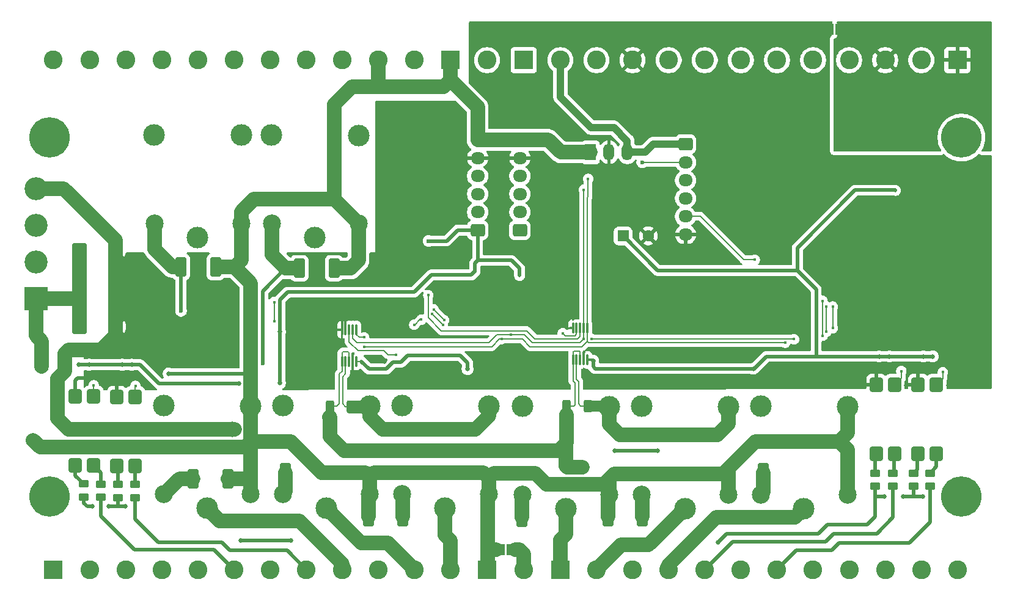
<source format=gbr>
%TF.GenerationSoftware,KiCad,Pcbnew,9.0.3*%
%TF.CreationDate,2025-11-14T19:54:21+01:00*%
%TF.ProjectId,ESPhome_greenhouse_controller,45535068-6f6d-4655-9f67-7265656e686f,rev?*%
%TF.SameCoordinates,Original*%
%TF.FileFunction,Copper,L2,Bot*%
%TF.FilePolarity,Positive*%
%FSLAX46Y46*%
G04 Gerber Fmt 4.6, Leading zero omitted, Abs format (unit mm)*
G04 Created by KiCad (PCBNEW 9.0.3) date 2025-11-14 19:54:21*
%MOMM*%
%LPD*%
G01*
G04 APERTURE LIST*
G04 Aperture macros list*
%AMRoundRect*
0 Rectangle with rounded corners*
0 $1 Rounding radius*
0 $2 $3 $4 $5 $6 $7 $8 $9 X,Y pos of 4 corners*
0 Add a 4 corners polygon primitive as box body*
4,1,4,$2,$3,$4,$5,$6,$7,$8,$9,$2,$3,0*
0 Add four circle primitives for the rounded corners*
1,1,$1+$1,$2,$3*
1,1,$1+$1,$4,$5*
1,1,$1+$1,$6,$7*
1,1,$1+$1,$8,$9*
0 Add four rect primitives between the rounded corners*
20,1,$1+$1,$2,$3,$4,$5,0*
20,1,$1+$1,$4,$5,$6,$7,0*
20,1,$1+$1,$6,$7,$8,$9,0*
20,1,$1+$1,$8,$9,$2,$3,0*%
%AMFreePoly0*
4,1,23,0.500000,-0.750000,0.000000,-0.750000,0.000000,-0.745722,-0.065263,-0.745722,-0.191342,-0.711940,-0.304381,-0.646677,-0.396677,-0.554381,-0.461940,-0.441342,-0.495722,-0.315263,-0.495722,-0.250000,-0.500000,-0.250000,-0.500000,0.250000,-0.495722,0.250000,-0.495722,0.315263,-0.461940,0.441342,-0.396677,0.554381,-0.304381,0.646677,-0.191342,0.711940,-0.065263,0.745722,0.000000,0.745722,
0.000000,0.750000,0.500000,0.750000,0.500000,-0.750000,0.500000,-0.750000,$1*%
%AMFreePoly1*
4,1,23,0.000000,0.745722,0.065263,0.745722,0.191342,0.711940,0.304381,0.646677,0.396677,0.554381,0.461940,0.441342,0.495722,0.315263,0.495722,0.250000,0.500000,0.250000,0.500000,-0.250000,0.495722,-0.250000,0.495722,-0.315263,0.461940,-0.441342,0.396677,-0.554381,0.304381,-0.646677,0.191342,-0.711940,0.065263,-0.745722,0.000000,-0.745722,0.000000,-0.750000,-0.500000,-0.750000,
-0.500000,0.750000,0.000000,0.750000,0.000000,0.745722,0.000000,0.745722,$1*%
G04 Aperture macros list end*
%TA.AperFunction,ComponentPad*%
%ADD10RoundRect,0.250000X-0.725000X0.600000X-0.725000X-0.600000X0.725000X-0.600000X0.725000X0.600000X0*%
%TD*%
%TA.AperFunction,ComponentPad*%
%ADD11O,1.950000X1.700000*%
%TD*%
%TA.AperFunction,ComponentPad*%
%ADD12C,3.000000*%
%TD*%
%TA.AperFunction,ComponentPad*%
%ADD13C,2.500000*%
%TD*%
%TA.AperFunction,ComponentPad*%
%ADD14RoundRect,0.250000X-0.550000X-0.550000X0.550000X-0.550000X0.550000X0.550000X-0.550000X0.550000X0*%
%TD*%
%TA.AperFunction,ComponentPad*%
%ADD15C,1.600000*%
%TD*%
%TA.AperFunction,ComponentPad*%
%ADD16RoundRect,0.250000X-0.750000X-0.750000X0.750000X-0.750000X0.750000X0.750000X-0.750000X0.750000X0*%
%TD*%
%TA.AperFunction,ComponentPad*%
%ADD17C,2.000000*%
%TD*%
%TA.AperFunction,ComponentPad*%
%ADD18R,3.200000X3.200000*%
%TD*%
%TA.AperFunction,ComponentPad*%
%ADD19C,3.200000*%
%TD*%
%TA.AperFunction,ComponentPad*%
%ADD20RoundRect,0.250000X0.725000X-0.600000X0.725000X0.600000X-0.725000X0.600000X-0.725000X-0.600000X0*%
%TD*%
%TA.AperFunction,ComponentPad*%
%ADD21R,2.600000X2.600000*%
%TD*%
%TA.AperFunction,ComponentPad*%
%ADD22C,2.600000*%
%TD*%
%TA.AperFunction,ComponentPad*%
%ADD23C,5.600000*%
%TD*%
%TA.AperFunction,ComponentPad*%
%ADD24R,1.500000X2.300000*%
%TD*%
%TA.AperFunction,ComponentPad*%
%ADD25O,1.500000X2.300000*%
%TD*%
%TA.AperFunction,ComponentPad*%
%ADD26C,2.010000*%
%TD*%
%TA.AperFunction,SMDPad,CuDef*%
%ADD27RoundRect,0.250000X0.450000X-0.262500X0.450000X0.262500X-0.450000X0.262500X-0.450000X-0.262500X0*%
%TD*%
%TA.AperFunction,SMDPad,CuDef*%
%ADD28RoundRect,0.250000X0.500000X1.100000X-0.500000X1.100000X-0.500000X-1.100000X0.500000X-1.100000X0*%
%TD*%
%TA.AperFunction,SMDPad,CuDef*%
%ADD29RoundRect,0.250000X-0.500000X-1.100000X0.500000X-1.100000X0.500000X1.100000X-0.500000X1.100000X0*%
%TD*%
%TA.AperFunction,SMDPad,CuDef*%
%ADD30RoundRect,0.249999X0.640001X-0.750001X0.640001X0.750001X-0.640001X0.750001X-0.640001X-0.750001X0*%
%TD*%
%TA.AperFunction,SMDPad,CuDef*%
%ADD31FreePoly0,0.000000*%
%TD*%
%TA.AperFunction,SMDPad,CuDef*%
%ADD32FreePoly1,0.000000*%
%TD*%
%TA.AperFunction,SMDPad,CuDef*%
%ADD33RoundRect,0.075000X-0.075000X0.650000X-0.075000X-0.650000X0.075000X-0.650000X0.075000X0.650000X0*%
%TD*%
%TA.AperFunction,SMDPad,CuDef*%
%ADD34RoundRect,0.250000X-0.312500X-0.625000X0.312500X-0.625000X0.312500X0.625000X-0.312500X0.625000X0*%
%TD*%
%TA.AperFunction,ViaPad*%
%ADD35C,0.600000*%
%TD*%
%TA.AperFunction,ViaPad*%
%ADD36C,0.650000*%
%TD*%
%TA.AperFunction,ViaPad*%
%ADD37C,0.450000*%
%TD*%
%TA.AperFunction,ViaPad*%
%ADD38C,0.800000*%
%TD*%
%TA.AperFunction,Conductor*%
%ADD39C,0.200000*%
%TD*%
%TA.AperFunction,Conductor*%
%ADD40C,1.000000*%
%TD*%
%TA.AperFunction,Conductor*%
%ADD41C,2.000000*%
%TD*%
%TA.AperFunction,Conductor*%
%ADD42C,0.500000*%
%TD*%
%TA.AperFunction,Conductor*%
%ADD43C,0.300000*%
%TD*%
G04 APERTURE END LIST*
D10*
%TO.P,J2,1,Pin_1*%
%TO.N,+3V3*%
X180000000Y-86000000D03*
D11*
%TO.P,J2,2,Pin_2*%
%TO.N,/OWIRE*%
X180000000Y-88500000D03*
%TO.P,J2,3,Pin_3*%
%TO.N,/6*%
X180000000Y-91000000D03*
%TO.P,J2,4,Pin_4*%
%TO.N,/7*%
X180000000Y-93500000D03*
%TO.P,J2,5,Pin_5*%
%TO.N,/8*%
X180000000Y-96000000D03*
%TO.P,J2,6,Pin_6*%
%TO.N,GND*%
X180000000Y-98500000D03*
%TD*%
D12*
%TO.P,K3,1*%
%TO.N,/M2-*%
X163400000Y-136500000D03*
D13*
%TO.P,K3,2*%
%TO.N,+24V*%
X169450000Y-134550000D03*
D12*
%TO.P,K3,3*%
%TO.N,Net-(U3-Vin-)*%
X169450000Y-122350000D03*
%TO.P,K3,4*%
%TO.N,GND*%
X157400000Y-122300000D03*
D13*
%TO.P,K3,5*%
%TO.N,/nREV2*%
X157450000Y-134550000D03*
%TD*%
D14*
%TO.P,C4,1*%
%TO.N,+3V3*%
X171347349Y-98700000D03*
D15*
%TO.P,C4,2*%
%TO.N,GND*%
X174847349Y-98700000D03*
%TD*%
D16*
%TO.P,C1,1*%
%TO.N,VBUS*%
X96000000Y-111300000D03*
D17*
%TO.P,C1,2*%
%TO.N,GND*%
X101000000Y-111300000D03*
%TD*%
D16*
%TO.P,C2,1*%
%TO.N,VBUS*%
X96000000Y-100700000D03*
D17*
%TO.P,C2,2*%
%TO.N,GND*%
X101000000Y-100700000D03*
%TD*%
D12*
%TO.P,K1,1*%
%TO.N,/M1+*%
X130200000Y-136450000D03*
D13*
%TO.P,K1,2*%
%TO.N,+24V*%
X136250000Y-134500000D03*
D12*
%TO.P,K1,3*%
%TO.N,Net-(U14-Vin-)*%
X136250000Y-122300000D03*
%TO.P,K1,4*%
%TO.N,GND*%
X124200000Y-122250000D03*
D13*
%TO.P,K1,5*%
%TO.N,/nFWD1*%
X124250000Y-134500000D03*
%TD*%
D18*
%TO.P,D7,1,+*%
%TO.N,VBUS*%
X90000000Y-107400000D03*
D19*
%TO.P,D7,2*%
%TO.N,Net-(D7-Pad2)*%
X90000000Y-102320000D03*
%TO.P,D7,3*%
%TO.N,Net-(D7-Pad3)*%
X90000000Y-97240000D03*
%TO.P,D7,4,-*%
%TO.N,GND*%
X90000000Y-92160000D03*
%TD*%
D12*
%TO.P,K8,1*%
%TO.N,/COM2*%
X128650000Y-98950000D03*
D13*
%TO.P,K8,2*%
%TO.N,+24V*%
X134700000Y-97000000D03*
D12*
%TO.P,K8,3*%
%TO.N,/NO2*%
X134700000Y-84800000D03*
%TO.P,K8,4*%
%TO.N,/NC2*%
X122650000Y-84750000D03*
D13*
%TO.P,K8,5*%
%TO.N,/nREL2*%
X122700000Y-97000000D03*
%TD*%
D12*
%TO.P,K2,1*%
%TO.N,/M1-*%
X146700000Y-136450000D03*
D13*
%TO.P,K2,2*%
%TO.N,+24V*%
X152750000Y-134500000D03*
D12*
%TO.P,K2,3*%
%TO.N,Net-(U14-Vin-)*%
X152750000Y-122300000D03*
%TO.P,K2,4*%
%TO.N,GND*%
X140700000Y-122250000D03*
D13*
%TO.P,K2,5*%
%TO.N,/nREV1*%
X140750000Y-134500000D03*
%TD*%
D20*
%TO.P,J4,1,Pin_1*%
%TO.N,+3V3*%
X157050000Y-97900000D03*
D11*
%TO.P,J4,2,Pin_2*%
%TO.N,/INT*%
X157050000Y-95400000D03*
%TO.P,J4,3,Pin_3*%
%TO.N,/SDA*%
X157050000Y-92900000D03*
%TO.P,J4,4,Pin_4*%
%TO.N,/SCL*%
X157050000Y-90400000D03*
%TO.P,J4,5,Pin_5*%
%TO.N,GND*%
X157050000Y-87900000D03*
%TO.P,J4,6,Pin_6*%
%TO.N,+24V*%
X157050000Y-85400000D03*
%TD*%
D21*
%TO.P,MOD1,A1,A1*%
%TO.N,+24V*%
X92430000Y-144950000D03*
D22*
%TO.P,MOD1,A2,A2*%
%TO.N,/IN1_1_P*%
X97430000Y-144950000D03*
%TO.P,MOD1,A3,A3*%
%TO.N,+24V*%
X102430000Y-144950000D03*
%TO.P,MOD1,A4,A*%
%TO.N,/IN1_2_P*%
X107430000Y-144950000D03*
%TO.P,MOD1,A5,A5*%
%TO.N,+24V*%
X112430000Y-144950000D03*
%TO.P,MOD1,A6,A6*%
%TO.N,/IN2_1_P*%
X117430000Y-144950000D03*
%TO.P,MOD1,A7,A7*%
%TO.N,+24V*%
X122430000Y-144950000D03*
%TO.P,MOD1,A8,A8*%
%TO.N,/IN2_2_P*%
X127430000Y-144950000D03*
%TO.P,MOD1,A9,A9*%
%TO.N,/SOUND+*%
X132430000Y-144950000D03*
%TO.P,MOD1,A10,A10*%
%TO.N,GND*%
X137430000Y-144950000D03*
%TO.P,MOD1,A11,A11*%
%TO.N,/M1+*%
X142430000Y-144950000D03*
%TO.P,MOD1,A12,A12*%
%TO.N,/M1-*%
X147430000Y-144950000D03*
D21*
%TO.P,MOD1,B1,B1*%
%TO.N,/M2-*%
X162670000Y-144950000D03*
D22*
%TO.P,MOD1,B2,B2*%
%TO.N,/M2+*%
X167670000Y-144950000D03*
%TO.P,MOD1,B3,B3*%
%TO.N,GND*%
X172670000Y-144950000D03*
%TO.P,MOD1,B4,B4*%
%TO.N,/LIGHT+*%
X177670000Y-144950000D03*
%TO.P,MOD1,B5,B5*%
%TO.N,/IN4_2_P*%
X182670000Y-144950000D03*
%TO.P,MOD1,B6,B6*%
%TO.N,+24V*%
X187670000Y-144950000D03*
%TO.P,MOD1,B7,B7*%
%TO.N,/IN4_1_P*%
X192670000Y-144950000D03*
%TO.P,MOD1,B8,B8*%
%TO.N,+24V*%
X197670000Y-144950000D03*
%TO.P,MOD1,B9,B9*%
%TO.N,/IN3_2_P*%
X202670000Y-144950000D03*
%TO.P,MOD1,B10,B10*%
%TO.N,+24V*%
X207670000Y-144950000D03*
%TO.P,MOD1,B11,B11*%
%TO.N,/IN3_1_P*%
X212670000Y-144950000D03*
%TO.P,MOD1,B12,B12*%
%TO.N,+24V*%
X217670000Y-144950000D03*
D21*
%TO.P,MOD1,C1,C1*%
%TO.N,GND2*%
X217670000Y-74331500D03*
D22*
%TO.P,MOD1,C2,C2*%
%TO.N,/SIG_CLOSE*%
X212670000Y-74331500D03*
%TO.P,MOD1,C3,C3*%
%TO.N,GND2*%
X207670000Y-74331500D03*
%TO.P,MOD1,C4,C4*%
%TO.N,/SIG_OPEN*%
X202670000Y-74331500D03*
%TO.P,MOD1,C5,C5*%
%TO.N,/1*%
X197670000Y-74331500D03*
%TO.P,MOD1,C6,C6*%
%TO.N,/2*%
X192670000Y-74331500D03*
%TO.P,MOD1,C7,C7*%
%TO.N,/3*%
X187670000Y-74331500D03*
%TO.P,MOD1,C8,C8*%
%TO.N,/4*%
X182670000Y-74331500D03*
%TO.P,MOD1,C9,C9*%
%TO.N,/5*%
X177670000Y-74331500D03*
%TO.P,MOD1,C10,C10*%
%TO.N,GND*%
X172670000Y-74331500D03*
%TO.P,MOD1,C11,C11*%
%TO.N,/OWIRE*%
X167670000Y-74331500D03*
%TO.P,MOD1,C12,C12*%
%TO.N,+3V3*%
X162670000Y-74331500D03*
D21*
%TO.P,MOD1,D1,D1*%
%TO.N,+24V*%
X147430000Y-74331500D03*
D22*
%TO.P,MOD1,D2,D2*%
%TO.N,/IN5_2_P*%
X142430000Y-74331500D03*
%TO.P,MOD1,D3,D3*%
%TO.N,+24V*%
X137430000Y-74331500D03*
%TO.P,MOD1,D4,D4*%
%TO.N,/IN5_1_P*%
X132430000Y-74331500D03*
%TO.P,MOD1,D5,D5*%
%TO.N,/NO2*%
X127430000Y-74331500D03*
%TO.P,MOD1,D6,D6*%
%TO.N,/COM2*%
X122430000Y-74331500D03*
%TO.P,MOD1,D7,D7*%
%TO.N,/NC2*%
X117430000Y-74331500D03*
%TO.P,MOD1,D8,D8*%
%TO.N,/NO1*%
X112430000Y-74331500D03*
%TO.P,MOD1,D9,D9*%
%TO.N,/COM1*%
X107430000Y-74331500D03*
%TO.P,MOD1,D10,D10*%
%TO.N,/NC1*%
X102430000Y-74331500D03*
%TO.P,MOD1,D11,D11*%
%TO.N,Net-(D7-Pad2)*%
X97430000Y-74331500D03*
%TO.P,MOD1,D12,D12*%
%TO.N,Net-(D7-Pad3)*%
X92430000Y-74331500D03*
D21*
%TO.P,MOD1,E1,E1*%
%TO.N,+24V*%
X152510000Y-144950000D03*
D22*
%TO.P,MOD1,E2,E2*%
%TO.N,MOTOR*%
X157590000Y-144950000D03*
D21*
%TO.P,MOD1,F1*%
%TO.N,N/C*%
X157590000Y-74331500D03*
D22*
%TO.P,MOD1,F2*%
X152510000Y-74331500D03*
D23*
%TO.P,MOD1,MH1*%
X91875000Y-85075000D03*
X91875000Y-134825000D03*
%TO.P,MOD1,MH2*%
X218225000Y-85075000D03*
X218225000Y-134825000D03*
%TD*%
D12*
%TO.P,K4,1*%
%TO.N,/M2+*%
X179900000Y-136500000D03*
D13*
%TO.P,K4,2*%
%TO.N,+24V*%
X185950000Y-134550000D03*
D12*
%TO.P,K4,3*%
%TO.N,Net-(U3-Vin-)*%
X185950000Y-122350000D03*
%TO.P,K4,4*%
%TO.N,GND*%
X173900000Y-122300000D03*
D13*
%TO.P,K4,5*%
%TO.N,/nFWD2*%
X173950000Y-134550000D03*
%TD*%
D12*
%TO.P,K5,1*%
%TO.N,/SOUND+*%
X113700000Y-136450000D03*
D13*
%TO.P,K5,2*%
%TO.N,+24V*%
X119750000Y-134500000D03*
D12*
%TO.P,K5,3*%
X119750000Y-122300000D03*
%TO.P,K5,4*%
%TO.N,unconnected-(K5-Pad4)*%
X107700000Y-122250000D03*
D13*
%TO.P,K5,5*%
%TO.N,/nSOUND*%
X107750000Y-134500000D03*
%TD*%
D24*
%TO.P,U18,1,IN*%
%TO.N,+24V*%
X166853000Y-87107500D03*
D25*
%TO.P,U18,2,GND*%
%TO.N,GND*%
X169393000Y-87107500D03*
%TO.P,U18,3,OUT*%
%TO.N,+3V3*%
X171933000Y-87107500D03*
%TD*%
D20*
%TO.P,J3,1,Pin_1*%
%TO.N,+3V3*%
X151200000Y-97900000D03*
D11*
%TO.P,J3,2,Pin_2*%
%TO.N,/INT*%
X151200000Y-95400000D03*
%TO.P,J3,3,Pin_3*%
%TO.N,/SDA*%
X151200000Y-92900000D03*
%TO.P,J3,4,Pin_4*%
%TO.N,/SCL*%
X151200000Y-90400000D03*
%TO.P,J3,5,Pin_5*%
%TO.N,GND*%
X151200000Y-87900000D03*
%TO.P,J3,6,Pin_6*%
%TO.N,+24V*%
X151200000Y-85400000D03*
%TD*%
D12*
%TO.P,K6,1*%
%TO.N,/LIGHT+*%
X196400000Y-136500000D03*
D13*
%TO.P,K6,2*%
%TO.N,+24V*%
X202450000Y-134550000D03*
D12*
%TO.P,K6,3*%
X202450000Y-122350000D03*
%TO.P,K6,4*%
%TO.N,unconnected-(K6-Pad4)*%
X190400000Y-122300000D03*
D13*
%TO.P,K6,5*%
%TO.N,/nLIGHT*%
X190450000Y-134550000D03*
%TD*%
D26*
%TO.P,F2,1*%
%TO.N,VBUS*%
X90800000Y-116800000D03*
%TO.P,F2,2*%
%TO.N,+24V*%
X89600000Y-127000000D03*
%TD*%
D12*
%TO.P,K7,1*%
%TO.N,/COM1*%
X112400000Y-98900000D03*
D13*
%TO.P,K7,2*%
%TO.N,+24V*%
X118450000Y-96950000D03*
D12*
%TO.P,K7,3*%
%TO.N,/NO1*%
X118450000Y-84750000D03*
%TO.P,K7,4*%
%TO.N,/NC1*%
X106400000Y-84700000D03*
D13*
%TO.P,K7,5*%
%TO.N,/nREL1*%
X106450000Y-96950000D03*
%TD*%
D27*
%TO.P,R26,1*%
%TO.N,GND*%
X206250000Y-133412500D03*
%TO.P,R26,2*%
%TO.N,Net-(R26-Pad2)*%
X206250000Y-131587500D03*
%TD*%
D28*
%TO.P,D8,1,K*%
%TO.N,+24V*%
X114900000Y-103000000D03*
%TO.P,D8,2,A*%
%TO.N,/nREL1*%
X110100000Y-103000000D03*
%TD*%
%TO.P,D9,1,K*%
%TO.N,+24V*%
X131300000Y-103200000D03*
%TO.P,D9,2,A*%
%TO.N,/nREL2*%
X126500000Y-103200000D03*
%TD*%
D29*
%TO.P,D2,1,K*%
%TO.N,+24V*%
X136050000Y-137650000D03*
%TO.P,D2,2,A*%
%TO.N,/nREV1*%
X140850000Y-137650000D03*
%TD*%
D27*
%TO.P,R24,1*%
%TO.N,GND*%
X211600000Y-133412500D03*
%TO.P,R24,2*%
%TO.N,Net-(R24-Pad2)*%
X211600000Y-131587500D03*
%TD*%
D29*
%TO.P,D6,1,K*%
%TO.N,+24V*%
X186000000Y-131500000D03*
%TO.P,D6,2,A*%
%TO.N,/nLIGHT*%
X190800000Y-131500000D03*
%TD*%
D30*
%TO.P,U12,1*%
%TO.N,Net-(R23-Pad2)*%
X214770000Y-128865000D03*
%TO.P,U12,2*%
%TO.N,Net-(R24-Pad2)*%
X212230000Y-128865000D03*
%TO.P,U12,3*%
%TO.N,GND*%
X212230000Y-119335000D03*
%TO.P,U12,4*%
%TO.N,/IN4_1_L*%
X214770000Y-119335000D03*
%TD*%
D31*
%TO.P,JP1,1,A*%
%TO.N,GND*%
X200000000Y-70100000D03*
D32*
%TO.P,JP1,2,B*%
%TO.N,GND2*%
X201300000Y-70100000D03*
%TD*%
D30*
%TO.P,U8,1*%
%TO.N,Net-(R11-Pad2)*%
X98000000Y-130500000D03*
%TO.P,U8,2*%
%TO.N,Net-(R12-Pad2)*%
X95460000Y-130500000D03*
%TO.P,U8,3*%
%TO.N,GND*%
X95460000Y-120970000D03*
%TO.P,U8,4*%
%TO.N,/IN2_1_L*%
X98000000Y-120970000D03*
%TD*%
D29*
%TO.P,D4,1,K*%
%TO.N,+24V*%
X169250000Y-137650000D03*
%TO.P,D4,2,A*%
%TO.N,/nFWD2*%
X174050000Y-137650000D03*
%TD*%
D27*
%TO.P,R25,1*%
%TO.N,/IN4_2_P*%
X208750000Y-133412500D03*
%TO.P,R25,2*%
%TO.N,Net-(R25-Pad2)*%
X208750000Y-131587500D03*
%TD*%
D29*
%TO.P,D1,1,K*%
%TO.N,+24V*%
X119800000Y-131500000D03*
%TO.P,D1,2,A*%
%TO.N,/nFWD1*%
X124600000Y-131500000D03*
%TD*%
D28*
%TO.P,D5,1,K*%
%TO.N,+24V*%
X116600000Y-132350000D03*
%TO.P,D5,2,A*%
%TO.N,/nSOUND*%
X111800000Y-132350000D03*
%TD*%
D33*
%TO.P,U3,1,A1*%
%TO.N,GND*%
X164400000Y-111500000D03*
%TO.P,U3,2,A0*%
%TO.N,+3V3*%
X164900000Y-111500000D03*
%TO.P,U3,3,~{Alert}*%
%TO.N,/M2_A*%
X165400000Y-111500000D03*
%TO.P,U3,4,SDA*%
%TO.N,/SDA*%
X165900000Y-111500000D03*
%TO.P,U3,5,SCL*%
%TO.N,/SCL*%
X166400000Y-111500000D03*
%TO.P,U3,6,VS*%
%TO.N,+3V3*%
X166400000Y-115900000D03*
%TO.P,U3,7,GND*%
%TO.N,GND*%
X165900000Y-115900000D03*
%TO.P,U3,8,Vbus*%
%TO.N,MOTOR*%
X165400000Y-115900000D03*
%TO.P,U3,9,Vin-*%
%TO.N,Net-(U3-Vin-)*%
X164900000Y-115900000D03*
%TO.P,U3,10,Vin+*%
%TO.N,MOTOR*%
X164400000Y-115900000D03*
%TD*%
D34*
%TO.P,R2,1*%
%TO.N,MOTOR*%
X163537500Y-122300000D03*
%TO.P,R2,2*%
%TO.N,Net-(U3-Vin-)*%
X166462500Y-122300000D03*
%TD*%
D27*
%TO.P,R12,1*%
%TO.N,GND*%
X96650000Y-134912500D03*
%TO.P,R12,2*%
%TO.N,Net-(R12-Pad2)*%
X96650000Y-133087500D03*
%TD*%
%TO.P,R14,1*%
%TO.N,GND*%
X101350000Y-135000000D03*
%TO.P,R14,2*%
%TO.N,Net-(R14-Pad2)*%
X101350000Y-133175000D03*
%TD*%
D30*
%TO.P,U13,1*%
%TO.N,Net-(R25-Pad2)*%
X208970000Y-128865000D03*
%TO.P,U13,2*%
%TO.N,Net-(R26-Pad2)*%
X206430000Y-128865000D03*
%TO.P,U13,3*%
%TO.N,GND*%
X206430000Y-119335000D03*
%TO.P,U13,4*%
%TO.N,/IN4_2_L*%
X208970000Y-119335000D03*
%TD*%
D34*
%TO.P,R1,1*%
%TO.N,MOTOR*%
X130737500Y-122400000D03*
%TO.P,R1,2*%
%TO.N,Net-(U14-Vin-)*%
X133662500Y-122400000D03*
%TD*%
D27*
%TO.P,R23,1*%
%TO.N,/IN4_1_P*%
X213900000Y-133412500D03*
%TO.P,R23,2*%
%TO.N,Net-(R23-Pad2)*%
X213900000Y-131587500D03*
%TD*%
D29*
%TO.P,D3,1,K*%
%TO.N,+24V*%
X152550000Y-137700000D03*
%TO.P,D3,2,A*%
%TO.N,/nREV2*%
X157350000Y-137700000D03*
%TD*%
D33*
%TO.P,U14,1,A1*%
%TO.N,GND*%
X132400000Y-111700000D03*
%TO.P,U14,2,A0*%
X132900000Y-111700000D03*
%TO.P,U14,3,~{Alert}*%
%TO.N,/M1_A*%
X133400000Y-111700000D03*
%TO.P,U14,4,SDA*%
%TO.N,/SDA*%
X133900000Y-111700000D03*
%TO.P,U14,5,SCL*%
%TO.N,/SCL*%
X134400000Y-111700000D03*
%TO.P,U14,6,VS*%
%TO.N,+3V3*%
X134400000Y-116100000D03*
%TO.P,U14,7,GND*%
%TO.N,GND*%
X133900000Y-116100000D03*
%TO.P,U14,8,Vbus*%
%TO.N,MOTOR*%
X133400000Y-116100000D03*
%TO.P,U14,9,Vin-*%
%TO.N,Net-(U14-Vin-)*%
X132900000Y-116100000D03*
%TO.P,U14,10,Vin+*%
%TO.N,MOTOR*%
X132400000Y-116100000D03*
%TD*%
D30*
%TO.P,U9,1*%
%TO.N,Net-(R13-Pad2)*%
X103770000Y-130565000D03*
%TO.P,U9,2*%
%TO.N,Net-(R14-Pad2)*%
X101230000Y-130565000D03*
%TO.P,U9,3*%
%TO.N,GND*%
X101230000Y-121035000D03*
%TO.P,U9,4*%
%TO.N,/IN2_2_L*%
X103770000Y-121035000D03*
%TD*%
D31*
%TO.P,JP2,1,A*%
%TO.N,+24V*%
X154450000Y-142200000D03*
D32*
%TO.P,JP2,2,B*%
%TO.N,MOTOR*%
X155750000Y-142200000D03*
%TD*%
D27*
%TO.P,R13,1*%
%TO.N,/IN2_2_P*%
X103750000Y-135000000D03*
%TO.P,R13,2*%
%TO.N,Net-(R13-Pad2)*%
X103750000Y-133175000D03*
%TD*%
%TO.P,R11,1*%
%TO.N,/IN2_1_P*%
X99000000Y-134950000D03*
%TO.P,R11,2*%
%TO.N,Net-(R11-Pad2)*%
X99000000Y-133125000D03*
%TD*%
D35*
%TO.N,/OWIRE*%
X174000000Y-88500000D03*
D36*
%TO.N,/nLIGHT*%
X176150000Y-128500000D03*
X170200000Y-128500000D03*
D37*
%TO.N,+3V3*%
X195500000Y-103500000D03*
D36*
X212950000Y-115400000D03*
X123800000Y-112000000D03*
X189400000Y-117100000D03*
D37*
X135100000Y-116100000D03*
X209100000Y-92400000D03*
D35*
X144400000Y-99400000D03*
D37*
X203465000Y-92365000D03*
D36*
X123800000Y-119100000D03*
X97375000Y-116562500D03*
X167200000Y-116000000D03*
X103275000Y-116562500D03*
D37*
X157000000Y-104200000D03*
D36*
X149800000Y-117150000D03*
X95975000Y-116562500D03*
X208250000Y-115400000D03*
X101975000Y-116562500D03*
D35*
X150800000Y-103600000D03*
D37*
X163000000Y-112200000D03*
D36*
X118100000Y-119200000D03*
X206825000Y-115400000D03*
X214250000Y-115400000D03*
D37*
%TO.N,/nSIG_CLOSE*%
X200400000Y-111500000D03*
X200400000Y-108500000D03*
%TO.N,/nSIG_OPEN*%
X199500000Y-108500000D03*
X199500000Y-112000000D03*
%TO.N,GND*%
X104800000Y-101200000D03*
X170400000Y-96700000D03*
D36*
X210200000Y-134800000D03*
D38*
X117200000Y-124800000D03*
D37*
X209000000Y-114400000D03*
X166000000Y-119800000D03*
X148000000Y-119800000D03*
X97000000Y-118400000D03*
D36*
X105750000Y-119550000D03*
D37*
X99600000Y-119200000D03*
X191300000Y-108600000D03*
X101000000Y-105800000D03*
X113800000Y-101200000D03*
X215100000Y-114500000D03*
X167300000Y-99200000D03*
X165100000Y-99200000D03*
X172800000Y-92000000D03*
X212100000Y-114500000D03*
X101000000Y-103800000D03*
D36*
X97800000Y-136200000D03*
D37*
X102400000Y-118800000D03*
X101000000Y-109000000D03*
X111200000Y-101200000D03*
D36*
X170400000Y-116000000D03*
D37*
X193800000Y-107200000D03*
D36*
X138530000Y-96870000D03*
D37*
X166000000Y-117200000D03*
X165925000Y-114800000D03*
D36*
X184500000Y-141200000D03*
D37*
X132400000Y-110500000D03*
X154500000Y-104100000D03*
X211700000Y-110300000D03*
X196300000Y-107100000D03*
X208600000Y-111700000D03*
D36*
X216400000Y-119400000D03*
D37*
X165000000Y-96700000D03*
X195000000Y-107100000D03*
X101000000Y-102800000D03*
X196900000Y-113300000D03*
X206100000Y-114500000D03*
X199100000Y-113500000D03*
D36*
X102400000Y-136200000D03*
D37*
X133925000Y-115002961D03*
X197000000Y-116400000D03*
X169000000Y-95800000D03*
X170300000Y-95000000D03*
X172900000Y-98800000D03*
X101000000Y-104800000D03*
X109200000Y-112800000D03*
X155800000Y-104100000D03*
X169800000Y-99200000D03*
D38*
X117800000Y-125500000D03*
D37*
X164100000Y-111500000D03*
D36*
X192500000Y-117100000D03*
D37*
X103800000Y-111200000D03*
D36*
X100100000Y-136200000D03*
D37*
X196800000Y-108600000D03*
X101000000Y-106800000D03*
X199100000Y-114500000D03*
D36*
X153100000Y-117000000D03*
X144300000Y-81000000D03*
X210600000Y-119400000D03*
X144230000Y-96830000D03*
X207500000Y-134800000D03*
D38*
X116600000Y-125500000D03*
D36*
X212900000Y-134800000D03*
D38*
X117200000Y-126200000D03*
D37*
X101000000Y-107800000D03*
D36*
X138300000Y-116100000D03*
X106200000Y-116400000D03*
D37*
X132900000Y-110500000D03*
X190400000Y-107300000D03*
X176500000Y-102400000D03*
D36*
X204800000Y-119400000D03*
X125300000Y-140900000D03*
X118400000Y-140900000D03*
D37*
X214800000Y-110700000D03*
X122800000Y-107000000D03*
X205500000Y-111200000D03*
D36*
X138000000Y-80900000D03*
D37*
X163800000Y-119800000D03*
%TO.N,/SDA*%
X167000000Y-112975000D03*
X155800000Y-112400000D03*
X195030000Y-113025000D03*
X165900000Y-92300000D03*
X165875000Y-113000000D03*
%TO.N,/SCL*%
X166500000Y-90800000D03*
X154500000Y-113000000D03*
X193800000Y-113500000D03*
X135475000Y-112775000D03*
X135475000Y-114050000D03*
D36*
%TO.N,+24V*%
X108400000Y-117800000D03*
X161000000Y-85400000D03*
D35*
%TO.N,/nREL1*%
X110100000Y-109100000D03*
D37*
%TO.N,/8*%
X198975000Y-107700000D03*
X199000000Y-112526000D03*
X189600000Y-102000000D03*
%TO.N,/IN2_1_L*%
X98000000Y-119400000D03*
%TO.N,/IN2_2_L*%
X103800000Y-119500000D03*
%TO.N,/IN4_1_L*%
X215650000Y-117600000D03*
%TO.N,/IN4_2_L*%
X209900000Y-117450000D03*
%TO.N,/M2_A*%
X144355000Y-106900000D03*
%TO.N,/M1_A*%
X139850000Y-115150000D03*
%TO.N,/SOUND*%
X123000000Y-110500000D03*
X123000000Y-107875000D03*
%TO.N,/REL2*%
X143400000Y-110300000D03*
X142416000Y-111016000D03*
%TO.N,/IN5_2_L*%
X146550001Y-110375000D03*
X145100000Y-108900000D03*
D35*
%TO.N,/nREL2*%
X121420000Y-116380000D03*
D37*
%TO.N,/IN5_1_L*%
X144880000Y-109511638D03*
X146367576Y-110998879D03*
D38*
%TO.N,MOTOR*%
X163500000Y-130700000D03*
X165600000Y-130700000D03*
X164600000Y-130700000D03*
%TD*%
D39*
%TO.N,/OWIRE*%
X180000000Y-88500000D02*
X174000000Y-88500000D01*
D40*
%TO.N,+3V3*%
X175500000Y-86000000D02*
X180000000Y-86000000D01*
X174392500Y-87107500D02*
X175500000Y-86000000D01*
X171933000Y-87107500D02*
X174392500Y-87107500D01*
D41*
%TO.N,/nFWD1*%
X124600000Y-131500000D02*
X124600000Y-134150000D01*
X124600000Y-134150000D02*
X124250000Y-134500000D01*
%TO.N,/nREV1*%
X140850000Y-137650000D02*
X140850000Y-134600000D01*
X140850000Y-134600000D02*
X140750000Y-134500000D01*
%TO.N,/nREV2*%
X157350000Y-137700000D02*
X157350000Y-134650000D01*
X157350000Y-134650000D02*
X157450000Y-134550000D01*
%TO.N,/nFWD2*%
X174050000Y-134650000D02*
X173950000Y-134550000D01*
X174050000Y-137650000D02*
X174050000Y-134650000D01*
%TO.N,/M2-*%
X162670000Y-140830000D02*
X163400000Y-140100000D01*
X163400000Y-140100000D02*
X163400000Y-136500000D01*
X162670000Y-145000000D02*
X162670000Y-140830000D01*
%TO.N,/M2+*%
X174850000Y-141550000D02*
X179900000Y-136500000D01*
X167670000Y-145000000D02*
X167670000Y-144950000D01*
X167670000Y-144950000D02*
X171070000Y-141550000D01*
X171070000Y-141550000D02*
X174850000Y-141550000D01*
%TO.N,/nSOUND*%
X111800000Y-132350000D02*
X109900000Y-132350000D01*
X109900000Y-132350000D02*
X107750000Y-134500000D01*
%TO.N,/nLIGHT*%
X190800000Y-134200000D02*
X190450000Y-134550000D01*
D42*
X170200000Y-128500000D02*
X176150000Y-128500000D01*
D41*
X190800000Y-131500000D02*
X190800000Y-134200000D01*
D40*
%TO.N,+3V3*%
X162670000Y-79470000D02*
X166900000Y-83700000D01*
D42*
X140600000Y-116200000D02*
X139500000Y-116200000D01*
X203465000Y-92365000D02*
X195500000Y-100330000D01*
X149800000Y-116300000D02*
X148800000Y-115300000D01*
X167500000Y-117100000D02*
X167200000Y-116800000D01*
X195500000Y-103500000D02*
X176147349Y-103500000D01*
X157000000Y-103200000D02*
X155900000Y-102100000D01*
D39*
X164900000Y-111500000D02*
X164900000Y-112300000D01*
D42*
X150800000Y-103600000D02*
X150800000Y-102500000D01*
X144400000Y-99400000D02*
X146900000Y-99400000D01*
X104437500Y-116562500D02*
X103275000Y-116562500D01*
X167200000Y-116800000D02*
X167200000Y-116000000D01*
X138550000Y-117150000D02*
X136150000Y-117150000D01*
X139500000Y-116200000D02*
X138550000Y-117150000D01*
X144800000Y-104100000D02*
X150300000Y-104100000D01*
X149800000Y-117150000D02*
X149800000Y-116300000D01*
X118100000Y-119200000D02*
X107075000Y-119200000D01*
X198100000Y-115400000D02*
X198100000Y-106100000D01*
X214250000Y-115400000D02*
X206825000Y-115400000D01*
X97375000Y-116562500D02*
X101975000Y-116562500D01*
X151200000Y-102100000D02*
X151200000Y-97900000D01*
X123800000Y-112000000D02*
X123800000Y-107575000D01*
X141500000Y-115300000D02*
X140600000Y-116200000D01*
X195500000Y-100330000D02*
X195500000Y-103500000D01*
D39*
X164900000Y-112300000D02*
X164674000Y-112526000D01*
D42*
X142400000Y-106500000D02*
X144800000Y-104100000D01*
D43*
X167100000Y-115900000D02*
X167200000Y-116000000D01*
D42*
X198100000Y-115400000D02*
X206825000Y-115400000D01*
X124875000Y-106500000D02*
X142400000Y-106500000D01*
X209065000Y-92365000D02*
X209100000Y-92400000D01*
X176147349Y-103500000D02*
X171347349Y-98700000D01*
D40*
X162670000Y-74331500D02*
X162670000Y-79470000D01*
D42*
X155900000Y-102100000D02*
X151200000Y-102100000D01*
X146900000Y-99400000D02*
X148400000Y-97900000D01*
D40*
X171933000Y-85533000D02*
X171933000Y-87107500D01*
D42*
X123800000Y-119100000D02*
X123800000Y-112000000D01*
X148400000Y-97900000D02*
X151200000Y-97900000D01*
D39*
X164674000Y-112526000D02*
X163326000Y-112526000D01*
D42*
X189400000Y-117100000D02*
X167500000Y-117100000D01*
X136150000Y-117150000D02*
X135100000Y-116100000D01*
X203465000Y-92365000D02*
X209065000Y-92365000D01*
X191200000Y-115400000D02*
X198100000Y-115400000D01*
D39*
X134400000Y-116100000D02*
X135100000Y-116100000D01*
D42*
X198100000Y-106100000D02*
X195500000Y-103500000D01*
D40*
X166900000Y-83700000D02*
X170100000Y-83700000D01*
D42*
X150800000Y-102500000D02*
X151200000Y-102100000D01*
X95975000Y-116562500D02*
X97375000Y-116562500D01*
X189400000Y-117100000D02*
X189500000Y-117100000D01*
X103275000Y-116562500D02*
X101975000Y-116562500D01*
X123800000Y-107575000D02*
X124875000Y-106500000D01*
X189500000Y-117100000D02*
X191200000Y-115400000D01*
X148800000Y-115300000D02*
X141500000Y-115300000D01*
D39*
X163326000Y-112526000D02*
X163000000Y-112200000D01*
D42*
X150300000Y-104100000D02*
X150800000Y-103600000D01*
X107075000Y-119200000D02*
X104437500Y-116562500D01*
X157000000Y-104200000D02*
X157000000Y-103200000D01*
D43*
X166400000Y-115900000D02*
X167100000Y-115900000D01*
D40*
X170100000Y-83700000D02*
X171933000Y-85533000D01*
D39*
%TO.N,/nSIG_CLOSE*%
X200400000Y-108500000D02*
X200400000Y-111500000D01*
%TO.N,/nSIG_OPEN*%
X199500000Y-108500000D02*
X199500000Y-112000000D01*
D41*
%TO.N,GND*%
X94500000Y-125500000D02*
X93000000Y-124000000D01*
X90000000Y-92160000D02*
X93860000Y-92160000D01*
D42*
X206250000Y-134750000D02*
X206250000Y-133412500D01*
D43*
X132900000Y-111700000D02*
X132900000Y-110500000D01*
D41*
X94000000Y-117500000D02*
X94000000Y-115000000D01*
D42*
X95460000Y-118740000D02*
X95460000Y-120970000D01*
D41*
X116000000Y-125500000D02*
X94500000Y-125500000D01*
X101000000Y-107800000D02*
X101000000Y-109000000D01*
D42*
X97100000Y-136200000D02*
X97800000Y-136200000D01*
X206250000Y-133412500D02*
X206250000Y-137650000D01*
D41*
X116000000Y-125500000D02*
X116500000Y-125500000D01*
D42*
X102000000Y-118800000D02*
X102400000Y-118800000D01*
D41*
X101000000Y-100700000D02*
X101000000Y-102800000D01*
D42*
X101350000Y-136100000D02*
X101350000Y-135000000D01*
X97000000Y-118400000D02*
X95800000Y-118400000D01*
D43*
X133900000Y-117300000D02*
X133800000Y-117400000D01*
X133900000Y-116100000D02*
X133900000Y-115027961D01*
D42*
X100100000Y-136200000D02*
X102400000Y-136200000D01*
X101250000Y-136200000D02*
X101350000Y-136100000D01*
X185700000Y-140000000D02*
X184500000Y-141200000D01*
D41*
X94000000Y-115000000D02*
X94500000Y-114500000D01*
D42*
X101200000Y-119000000D02*
X101800000Y-119000000D01*
X118400000Y-140900000D02*
X125300000Y-140900000D01*
D43*
X164400000Y-111500000D02*
X164100000Y-111500000D01*
D42*
X101230000Y-119030000D02*
X101200000Y-119000000D01*
X206300000Y-134800000D02*
X206250000Y-134750000D01*
X206250000Y-137650000D02*
X205200000Y-138700000D01*
D41*
X101000000Y-99300000D02*
X101000000Y-100700000D01*
X101000000Y-112500000D02*
X101000000Y-111300000D01*
D42*
X212900000Y-134800000D02*
X211600000Y-134800000D01*
X198400000Y-140000000D02*
X185700000Y-140000000D01*
X96650000Y-134912500D02*
X96650000Y-135750000D01*
D41*
X116500000Y-125500000D02*
X117500000Y-125500000D01*
D43*
X165900000Y-114825000D02*
X165925000Y-114800000D01*
D42*
X211600000Y-133412500D02*
X211600000Y-134800000D01*
D41*
X99000000Y-114500000D02*
X101000000Y-112500000D01*
X94500000Y-114500000D02*
X99000000Y-114500000D01*
D42*
X101230000Y-121035000D02*
X101230000Y-119030000D01*
D41*
X101000000Y-109000000D02*
X101000000Y-111300000D01*
X93000000Y-118500000D02*
X94000000Y-117500000D01*
D42*
X207500000Y-134800000D02*
X206300000Y-134800000D01*
X199700000Y-138700000D02*
X198400000Y-140000000D01*
D41*
X93000000Y-124000000D02*
X93000000Y-118500000D01*
X101000000Y-105800000D02*
X101000000Y-106800000D01*
D43*
X133900000Y-115027961D02*
X133925000Y-115002961D01*
D41*
X101000000Y-103800000D02*
X101000000Y-104800000D01*
D42*
X96650000Y-135750000D02*
X97100000Y-136200000D01*
D43*
X133900000Y-116100000D02*
X133900000Y-117300000D01*
D42*
X211600000Y-134800000D02*
X210200000Y-134800000D01*
D43*
X165900000Y-115900000D02*
X165900000Y-114825000D01*
X132400000Y-111700000D02*
X132400000Y-110500000D01*
D42*
X100100000Y-136200000D02*
X101250000Y-136200000D01*
D41*
X101000000Y-102800000D02*
X101000000Y-103800000D01*
D42*
X95800000Y-118400000D02*
X95460000Y-118740000D01*
X101800000Y-119000000D02*
X102000000Y-118800000D01*
X205200000Y-138700000D02*
X199700000Y-138700000D01*
D41*
X93860000Y-92160000D02*
X101000000Y-99300000D01*
X101000000Y-104800000D02*
X101000000Y-105800000D01*
X101000000Y-106800000D02*
X101000000Y-107800000D01*
D39*
%TO.N,/SDA*%
X155800000Y-112400000D02*
X157700000Y-112400000D01*
X165900000Y-111500000D02*
X165900000Y-92300000D01*
X165375000Y-113500000D02*
X165900000Y-112975000D01*
X152800000Y-113500000D02*
X153900000Y-112400000D01*
X134500000Y-113500000D02*
X152800000Y-113500000D01*
X195030000Y-113025000D02*
X194980000Y-112975000D01*
X133900000Y-111700000D02*
X133900000Y-112900000D01*
X194980000Y-112975000D02*
X167000000Y-112975000D01*
X165900000Y-112975000D02*
X165900000Y-112000000D01*
X157700000Y-112400000D02*
X158800000Y-113500000D01*
X133900000Y-112900000D02*
X134500000Y-113500000D01*
X158800000Y-113500000D02*
X165375000Y-113500000D01*
X153900000Y-112400000D02*
X155800000Y-112400000D01*
%TO.N,/SCL*%
X166500000Y-93300000D02*
X166400000Y-93400000D01*
X134775000Y-112775000D02*
X134400000Y-112400000D01*
X154500000Y-113000000D02*
X157400000Y-113000000D01*
X153150000Y-114050000D02*
X154200000Y-113000000D01*
X166400000Y-93400000D02*
X166400000Y-111500000D01*
X166400000Y-113300000D02*
X166400000Y-112000000D01*
X166500000Y-90800000D02*
X166500000Y-93300000D01*
X135475000Y-112775000D02*
X134775000Y-112775000D01*
X166600000Y-113500000D02*
X166400000Y-113300000D01*
X193800000Y-113500000D02*
X166600000Y-113500000D01*
X135475000Y-114050000D02*
X153150000Y-114050000D01*
X165650000Y-114050000D02*
X166400000Y-113300000D01*
X154200000Y-113000000D02*
X154500000Y-113000000D01*
X134400000Y-112400000D02*
X134400000Y-111700000D01*
X158450000Y-114050000D02*
X165650000Y-114050000D01*
X157400000Y-113000000D02*
X158450000Y-114050000D01*
D41*
%TO.N,VBUS*%
X96000000Y-111300000D02*
X96000000Y-107400000D01*
X96000000Y-107400000D02*
X90000000Y-107400000D01*
X90000000Y-107400000D02*
X90000000Y-112500000D01*
X96000000Y-100700000D02*
X96000000Y-111300000D01*
X90000000Y-112500000D02*
X90800000Y-113300000D01*
X90800000Y-113300000D02*
X90800000Y-116800000D01*
%TO.N,+24V*%
X137700000Y-78000000D02*
X137430000Y-77730000D01*
X147430000Y-77070000D02*
X146500000Y-78000000D01*
X152750000Y-132250000D02*
X152000000Y-131500000D01*
X136050000Y-134700000D02*
X136250000Y-134500000D01*
X202450000Y-126050000D02*
X201300000Y-127200000D01*
X201300000Y-127200000D02*
X189700000Y-127200000D01*
X125300000Y-127200000D02*
X129600000Y-131500000D01*
X134700000Y-97000000D02*
X134700000Y-102100000D01*
X133600000Y-103200000D02*
X131600000Y-103200000D01*
X185950000Y-130950000D02*
X185950000Y-132350000D01*
X136050000Y-137650000D02*
X136050000Y-134700000D01*
X166853000Y-87107500D02*
X162707500Y-87107500D01*
X119750000Y-122300000D02*
X119750000Y-125400000D01*
X136850000Y-131500000D02*
X136250000Y-132100000D01*
X119150000Y-132350000D02*
X119750000Y-131750000D01*
X152550000Y-137700000D02*
X152550000Y-134700000D01*
X153400000Y-131600000D02*
X152750000Y-132250000D01*
X152560000Y-142200000D02*
X153800000Y-142200000D01*
X131300000Y-80500000D02*
X131300000Y-93600000D01*
X169450000Y-134550000D02*
X169450000Y-132350000D01*
X151200000Y-85400000D02*
X151200000Y-80840000D01*
X151200000Y-80840000D02*
X147430000Y-77070000D01*
X118450000Y-96950000D02*
X118450000Y-95350000D01*
X160700000Y-133100000D02*
X159200000Y-131600000D01*
X159200000Y-131600000D02*
X153400000Y-131600000D01*
X119750000Y-131750000D02*
X119750000Y-127200000D01*
X118450000Y-96950000D02*
X118450000Y-102050000D01*
X118450000Y-102050000D02*
X117500000Y-103000000D01*
X152510000Y-144950000D02*
X152560000Y-144900000D01*
X170100000Y-131700000D02*
X169450000Y-132350000D01*
X90600000Y-128000000D02*
X118950000Y-128000000D01*
X118950000Y-128000000D02*
X119750000Y-127200000D01*
X137160000Y-78000000D02*
X133800000Y-78000000D01*
X202450000Y-134550000D02*
X202450000Y-128350000D01*
X202450000Y-122350000D02*
X202450000Y-126050000D01*
X189700000Y-127200000D02*
X185950000Y-130950000D01*
X119750000Y-105250000D02*
X119750000Y-122300000D01*
X118450000Y-95350000D02*
X120200000Y-93600000D01*
X117500000Y-103000000D02*
X119750000Y-105250000D01*
X119750000Y-134500000D02*
X119750000Y-131750000D01*
X152000000Y-131500000D02*
X136850000Y-131500000D01*
X169450000Y-132350000D02*
X168700000Y-133100000D01*
X137430000Y-77730000D02*
X137160000Y-78000000D01*
X119750000Y-127200000D02*
X125300000Y-127200000D01*
X161000000Y-85400000D02*
X151200000Y-85400000D01*
X152550000Y-134700000D02*
X152750000Y-134500000D01*
X168700000Y-133100000D02*
X160700000Y-133100000D01*
X185950000Y-130950000D02*
X185200000Y-131700000D01*
X116600000Y-132350000D02*
X119150000Y-132350000D01*
X202450000Y-128350000D02*
X201300000Y-127200000D01*
X147430000Y-74331500D02*
X147430000Y-77070000D01*
X169250000Y-134750000D02*
X169450000Y-134550000D01*
X146500000Y-78000000D02*
X137700000Y-78000000D01*
X89600000Y-127000000D02*
X90600000Y-128000000D01*
X131300000Y-93600000D02*
X134700000Y-97000000D01*
X152550000Y-137700000D02*
X152550000Y-144910000D01*
X117500000Y-103000000D02*
X115200000Y-103000000D01*
X119750000Y-125400000D02*
X119750000Y-127200000D01*
D42*
X108400000Y-117800000D02*
X119650000Y-117800000D01*
X119650000Y-117800000D02*
X119750000Y-117900000D01*
D41*
X129600000Y-131500000D02*
X135650000Y-131500000D01*
X134700000Y-102100000D02*
X133600000Y-103200000D01*
X162707500Y-87107500D02*
X161000000Y-85400000D01*
X120200000Y-93600000D02*
X131300000Y-93600000D01*
X136250000Y-132100000D02*
X136250000Y-134500000D01*
X133800000Y-78000000D02*
X131300000Y-80500000D01*
X185200000Y-131700000D02*
X170100000Y-131700000D01*
X185950000Y-134550000D02*
X185950000Y-132350000D01*
X169250000Y-137650000D02*
X169250000Y-134750000D01*
X137430000Y-77730000D02*
X137430000Y-74331500D01*
X135650000Y-131500000D02*
X136250000Y-132100000D01*
X152750000Y-134500000D02*
X152750000Y-132250000D01*
D42*
%TO.N,/IN2_1_P*%
X114680000Y-142200000D02*
X103650000Y-142200000D01*
X117430000Y-144950000D02*
X114680000Y-142200000D01*
X103650000Y-142200000D02*
X99000000Y-137550000D01*
X99000000Y-137550000D02*
X99000000Y-134950000D01*
%TO.N,/IN2_2_P*%
X103750000Y-138000000D02*
X103750000Y-135000000D01*
X127430000Y-144950000D02*
X124780000Y-142300000D01*
X115800000Y-141200000D02*
X106950000Y-141200000D01*
X106950000Y-141200000D02*
X103750000Y-138000000D01*
X116900000Y-142300000D02*
X115800000Y-141200000D01*
X124780000Y-142300000D02*
X116900000Y-142300000D01*
%TO.N,Net-(R11-Pad2)*%
X99000000Y-131500000D02*
X98000000Y-130500000D01*
X99000000Y-133125000D02*
X99000000Y-131500000D01*
%TO.N,Net-(R12-Pad2)*%
X96637500Y-133087500D02*
X96650000Y-133087500D01*
X95460000Y-130500000D02*
X95460000Y-131910000D01*
X95460000Y-131910000D02*
X96637500Y-133087500D01*
%TO.N,Net-(R13-Pad2)*%
X103750000Y-133175000D02*
X103750000Y-130585000D01*
X103750000Y-130585000D02*
X103770000Y-130565000D01*
%TO.N,Net-(R14-Pad2)*%
X101350000Y-130685000D02*
X101230000Y-130565000D01*
X101350000Y-133175000D02*
X101350000Y-130685000D01*
D41*
%TO.N,/SOUND+*%
X126500000Y-138200000D02*
X115450000Y-138200000D01*
X132430000Y-144130000D02*
X126500000Y-138200000D01*
X115450000Y-138200000D02*
X113700000Y-136450000D01*
X132430000Y-145000000D02*
X132430000Y-144130000D01*
%TO.N,/nREL1*%
X106450000Y-96950000D02*
X106450000Y-100550000D01*
D42*
X110100000Y-109100000D02*
X110100000Y-103000000D01*
D41*
X106450000Y-100550000D02*
X108900000Y-103000000D01*
X108900000Y-103000000D02*
X109800000Y-103000000D01*
D42*
%TO.N,Net-(R23-Pad2)*%
X214770000Y-128865000D02*
X214770000Y-130717500D01*
X214770000Y-130717500D02*
X213900000Y-131587500D01*
%TO.N,/IN4_1_P*%
X213900000Y-138400000D02*
X213900000Y-133412500D01*
X192670000Y-144950000D02*
X195320000Y-142300000D01*
X195320000Y-142300000D02*
X200250000Y-142300000D01*
X200250000Y-142300000D02*
X201250000Y-141300000D01*
X211000000Y-141300000D02*
X213900000Y-138400000D01*
X201250000Y-141300000D02*
X211000000Y-141300000D01*
%TO.N,Net-(R24-Pad2)*%
X212100000Y-128995000D02*
X212230000Y-128865000D01*
X211600000Y-131587500D02*
X212100000Y-131087500D01*
X212100000Y-131087500D02*
X212100000Y-128995000D01*
%TO.N,/IN4_2_P*%
X206500000Y-140000000D02*
X200500000Y-140000000D01*
X208750000Y-137750000D02*
X206500000Y-140000000D01*
X200500000Y-140000000D02*
X199400000Y-141100000D01*
X208750000Y-133412500D02*
X208750000Y-137750000D01*
X186520000Y-141100000D02*
X182670000Y-144950000D01*
X199400000Y-141100000D02*
X186520000Y-141100000D01*
%TO.N,Net-(R25-Pad2)*%
X208750000Y-131587500D02*
X208900000Y-131437500D01*
X208900000Y-128935000D02*
X208970000Y-128865000D01*
X208900000Y-131437500D02*
X208900000Y-128935000D01*
%TO.N,Net-(R26-Pad2)*%
X206250000Y-131587500D02*
X206250000Y-129045000D01*
X206250000Y-129045000D02*
X206430000Y-128865000D01*
D41*
%TO.N,/LIGHT+*%
X177670000Y-144330000D02*
X177670000Y-144950000D01*
X196400000Y-136500000D02*
X195150000Y-137750000D01*
X184250000Y-137750000D02*
X177670000Y-144330000D01*
X195150000Y-137750000D02*
X184250000Y-137750000D01*
%TO.N,/M1+*%
X130200000Y-136450000D02*
X135050000Y-141300000D01*
X138780000Y-141300000D02*
X142430000Y-144950000D01*
X135050000Y-141300000D02*
X138780000Y-141300000D01*
X142430000Y-144950000D02*
X142430000Y-145000000D01*
%TO.N,/M1-*%
X147430000Y-145000000D02*
X147430000Y-140930000D01*
X147430000Y-140930000D02*
X146700000Y-140200000D01*
X146700000Y-140200000D02*
X146700000Y-136450000D01*
D39*
%TO.N,/8*%
X198974000Y-107701000D02*
X198975000Y-107700000D01*
X189600000Y-102000000D02*
X188100000Y-102000000D01*
X198974000Y-112500000D02*
X198974000Y-107701000D01*
X182060000Y-95960000D02*
X180000000Y-95960000D01*
X188100000Y-102000000D02*
X182060000Y-95960000D01*
X199000000Y-112526000D02*
X198974000Y-112500000D01*
%TO.N,/IN2_1_L*%
X98000000Y-120970000D02*
X98000000Y-119400000D01*
%TO.N,/IN2_2_L*%
X103770000Y-121035000D02*
X103770000Y-119530000D01*
X103770000Y-119530000D02*
X103800000Y-119500000D01*
%TO.N,/IN4_1_L*%
X215650000Y-118455000D02*
X214770000Y-119335000D01*
X215650000Y-117600000D02*
X215650000Y-118455000D01*
%TO.N,/IN4_2_L*%
X209900000Y-118405000D02*
X208970000Y-119335000D01*
X209900000Y-117450000D02*
X209900000Y-118405000D01*
D41*
%TO.N,Net-(U14-Vin-)*%
X152750000Y-123650000D02*
X150900000Y-125500000D01*
D39*
X132500000Y-118200000D02*
X132500000Y-122000000D01*
X132900000Y-117800000D02*
X132500000Y-118200000D01*
D41*
X150900000Y-125500000D02*
X138000000Y-125500000D01*
D39*
X132900000Y-122400000D02*
X133662500Y-122400000D01*
D41*
X138000000Y-125500000D02*
X136250000Y-123750000D01*
D39*
X132900000Y-116100000D02*
X132900000Y-117800000D01*
X132500000Y-122000000D02*
X132900000Y-122400000D01*
D41*
X136250000Y-123750000D02*
X136250000Y-122300000D01*
X152750000Y-122300000D02*
X152750000Y-123650000D01*
D39*
%TO.N,Net-(U3-Vin-)*%
X165200000Y-118900000D02*
X165200000Y-122000000D01*
X165500000Y-122300000D02*
X166462500Y-122300000D01*
X164900000Y-118600000D02*
X165200000Y-118900000D01*
D41*
X184450000Y-126250000D02*
X185950000Y-124750000D01*
X185950000Y-124750000D02*
X185950000Y-122350000D01*
X169450000Y-122350000D02*
X169450000Y-124850000D01*
X169450000Y-124850000D02*
X170850000Y-126250000D01*
X170850000Y-126250000D02*
X184450000Y-126250000D01*
D39*
X164900000Y-115900000D02*
X164900000Y-118600000D01*
X165200000Y-122000000D02*
X165500000Y-122300000D01*
%TO.N,/M2_A*%
X146150000Y-111850000D02*
X158000000Y-111850000D01*
X165400000Y-112650000D02*
X165400000Y-111500000D01*
X144355000Y-106900000D02*
X144355000Y-110055000D01*
X144355000Y-110055000D02*
X146150000Y-111850000D01*
X159150000Y-113000000D02*
X165050000Y-113000000D01*
X158000000Y-111850000D02*
X159150000Y-113000000D01*
X165050000Y-113000000D02*
X165400000Y-112650000D01*
%TO.N,/M1_A*%
X138200000Y-114600000D02*
X134600000Y-114600000D01*
X138750000Y-115150000D02*
X138200000Y-114600000D01*
X139850000Y-115150000D02*
X138750000Y-115150000D01*
X133400000Y-113400000D02*
X133400000Y-111700000D01*
X134600000Y-114600000D02*
X133400000Y-113400000D01*
%TO.N,/SOUND*%
X123000000Y-107875000D02*
X123000000Y-110500000D01*
%TO.N,/REL2*%
X142484000Y-111016000D02*
X143200000Y-110300000D01*
X142416000Y-111016000D02*
X142484000Y-111016000D01*
X143200000Y-110300000D02*
X143300000Y-110300000D01*
%TO.N,/IN5_2_L*%
X145100000Y-108924999D02*
X145100000Y-108900000D01*
X146550001Y-110375000D02*
X145100000Y-108924999D01*
D41*
%TO.N,/nREL2*%
X124600000Y-103200000D02*
X126200000Y-103200000D01*
X122700000Y-101300000D02*
X124600000Y-103200000D01*
D42*
X121420000Y-106380000D02*
X124600000Y-103200000D01*
X121420000Y-116380000D02*
X121420000Y-106380000D01*
D41*
X122700000Y-97000000D02*
X122700000Y-101300000D01*
D39*
%TO.N,/IN5_1_L*%
X144880335Y-109511638D02*
X146367576Y-110998879D01*
X144880000Y-109511638D02*
X144880335Y-109511638D01*
D41*
%TO.N,MOTOR*%
X157590000Y-144950000D02*
X157590000Y-142790000D01*
D39*
X133300000Y-114800000D02*
X132500000Y-114800000D01*
X164700000Y-119100000D02*
X164400000Y-118800000D01*
D41*
X163400000Y-130600000D02*
X163600000Y-130800000D01*
D39*
X132400000Y-117450000D02*
X132400000Y-115900000D01*
D41*
X157590000Y-142790000D02*
X157000000Y-142200000D01*
D39*
X132000000Y-117850000D02*
X132400000Y-117450000D01*
D41*
X163537500Y-127362500D02*
X163400000Y-127500000D01*
X163400000Y-127500000D02*
X163400000Y-130600000D01*
D39*
X165400000Y-114800000D02*
X165400000Y-115900000D01*
X133400000Y-114900000D02*
X133300000Y-114800000D01*
X132000000Y-122000000D02*
X132000000Y-117850000D01*
X164700000Y-122100000D02*
X164700000Y-119100000D01*
X164500000Y-122300000D02*
X164700000Y-122100000D01*
D41*
X130737500Y-126537500D02*
X132700000Y-128500000D01*
D39*
X130737500Y-122300000D02*
X131700000Y-122300000D01*
D41*
X163600000Y-130800000D02*
X165700000Y-130800000D01*
X130737500Y-123837500D02*
X130737500Y-126537500D01*
X162400000Y-128500000D02*
X163537500Y-127362500D01*
D39*
X164400000Y-115900000D02*
X164400000Y-114800000D01*
X163537500Y-122300000D02*
X164500000Y-122300000D01*
X132500000Y-114800000D02*
X132400000Y-114900000D01*
X164400000Y-114800000D02*
X164500000Y-114700000D01*
X132400000Y-114900000D02*
X132400000Y-116100000D01*
X164400000Y-118800000D02*
X164400000Y-115900000D01*
D41*
X132700000Y-128500000D02*
X162400000Y-128500000D01*
D39*
X131700000Y-122300000D02*
X132000000Y-122000000D01*
D41*
X157000000Y-142200000D02*
X156400000Y-142200000D01*
D39*
X165300000Y-114700000D02*
X165400000Y-114800000D01*
X164500000Y-114700000D02*
X165300000Y-114700000D01*
D41*
X130700000Y-123800000D02*
X130737500Y-123837500D01*
D39*
X133400000Y-116100000D02*
X133400000Y-114900000D01*
D41*
X163537500Y-127362500D02*
X163537500Y-123500000D01*
%TD*%
%TA.AperFunction,Conductor*%
%TO.N,GND*%
G36*
X97052520Y-117322439D02*
G01*
X97117415Y-117349319D01*
X97134211Y-117356276D01*
X97134215Y-117356276D01*
X97134216Y-117356277D01*
X97293692Y-117388000D01*
X97293695Y-117388000D01*
X97456307Y-117388000D01*
X97563598Y-117366657D01*
X97615789Y-117356276D01*
X97672743Y-117332685D01*
X97697480Y-117322439D01*
X97744932Y-117313000D01*
X101605068Y-117313000D01*
X101652520Y-117322439D01*
X101717415Y-117349319D01*
X101734211Y-117356276D01*
X101734215Y-117356276D01*
X101734216Y-117356277D01*
X101893692Y-117388000D01*
X101893695Y-117388000D01*
X102056307Y-117388000D01*
X102163598Y-117366657D01*
X102215789Y-117356276D01*
X102272743Y-117332685D01*
X102297480Y-117322439D01*
X102344932Y-117313000D01*
X102905068Y-117313000D01*
X102952520Y-117322439D01*
X103017415Y-117349319D01*
X103034211Y-117356276D01*
X103034215Y-117356276D01*
X103034216Y-117356277D01*
X103193692Y-117388000D01*
X103193695Y-117388000D01*
X103356307Y-117388000D01*
X103463598Y-117366657D01*
X103515789Y-117356276D01*
X103572743Y-117332685D01*
X103597480Y-117322439D01*
X103644932Y-117313000D01*
X104075270Y-117313000D01*
X104142309Y-117332685D01*
X104162951Y-117349319D01*
X106596580Y-119782948D01*
X106596584Y-119782951D01*
X106719505Y-119865085D01*
X106719657Y-119865166D01*
X106719721Y-119865229D01*
X106724570Y-119868469D01*
X106723955Y-119869388D01*
X106769504Y-119914125D01*
X106784969Y-119982262D01*
X106761140Y-120047943D01*
X106705585Y-120090315D01*
X106661422Y-120098527D01*
X105800000Y-120100000D01*
X105228869Y-120100000D01*
X105161830Y-120080315D01*
X105116075Y-120027511D01*
X105111163Y-120015004D01*
X105110146Y-120011934D01*
X105094814Y-119965665D01*
X105002712Y-119816344D01*
X104878656Y-119692288D01*
X104760275Y-119619270D01*
X104729337Y-119600187D01*
X104729336Y-119600186D01*
X104729335Y-119600186D01*
X104661616Y-119577746D01*
X104610495Y-119560806D01*
X104553051Y-119521033D01*
X104526228Y-119456517D01*
X104525500Y-119443100D01*
X104525500Y-119428542D01*
X104497620Y-119288385D01*
X104497619Y-119288384D01*
X104497619Y-119288380D01*
X104448053Y-119168717D01*
X104442930Y-119156349D01*
X104442925Y-119156340D01*
X104363532Y-119037521D01*
X104363529Y-119037517D01*
X104262482Y-118936470D01*
X104262478Y-118936467D01*
X104143659Y-118857074D01*
X104143650Y-118857069D01*
X104011620Y-118802381D01*
X104011614Y-118802379D01*
X103871457Y-118774500D01*
X103871455Y-118774500D01*
X103728545Y-118774500D01*
X103728543Y-118774500D01*
X103588385Y-118802379D01*
X103588379Y-118802381D01*
X103456349Y-118857069D01*
X103456340Y-118857074D01*
X103337521Y-118936467D01*
X103337517Y-118936470D01*
X103236470Y-119037517D01*
X103236467Y-119037521D01*
X103157074Y-119156340D01*
X103157069Y-119156349D01*
X103102381Y-119288379D01*
X103102379Y-119288385D01*
X103074499Y-119428542D01*
X103073903Y-119434605D01*
X103071430Y-119434361D01*
X103054815Y-119490946D01*
X103002011Y-119536701D01*
X102983602Y-119542796D01*
X102983628Y-119542872D01*
X102977203Y-119545000D01*
X102977202Y-119545001D01*
X102929506Y-119560806D01*
X102810667Y-119600185D01*
X102810662Y-119600187D01*
X102661345Y-119692287D01*
X102587327Y-119766305D01*
X102526003Y-119799789D01*
X102456312Y-119794804D01*
X102411965Y-119766304D01*
X102338344Y-119692683D01*
X102338340Y-119692680D01*
X102189130Y-119600645D01*
X102189119Y-119600640D01*
X102022697Y-119545494D01*
X101919986Y-119535000D01*
X101480000Y-119535000D01*
X101480000Y-120100000D01*
X100980000Y-120100000D01*
X100980000Y-119535000D01*
X100540028Y-119535000D01*
X100540012Y-119535001D01*
X100437303Y-119545494D01*
X100437301Y-119545494D01*
X100270880Y-119600640D01*
X100270869Y-119600645D01*
X100121659Y-119692680D01*
X100121655Y-119692683D01*
X99997683Y-119816655D01*
X99997680Y-119816659D01*
X99905645Y-119965869D01*
X99905639Y-119965882D01*
X99889363Y-120015003D01*
X99849591Y-120072448D01*
X99785075Y-120099272D01*
X99771657Y-120100000D01*
X99480408Y-120100000D01*
X99413369Y-120080315D01*
X99367614Y-120027511D01*
X99362702Y-120015004D01*
X99361685Y-120011934D01*
X99324814Y-119900665D01*
X99232712Y-119751344D01*
X99108656Y-119627288D01*
X98969069Y-119541190D01*
X98959337Y-119535187D01*
X98959336Y-119535186D01*
X98959335Y-119535186D01*
X98869234Y-119505329D01*
X98810495Y-119485865D01*
X98753051Y-119446092D01*
X98726228Y-119381576D01*
X98725500Y-119368159D01*
X98725500Y-119328542D01*
X98697620Y-119188385D01*
X98697619Y-119188384D01*
X98697619Y-119188380D01*
X98642929Y-119056347D01*
X98642928Y-119056346D01*
X98642925Y-119056340D01*
X98563532Y-118937521D01*
X98563529Y-118937517D01*
X98462482Y-118836470D01*
X98462478Y-118836467D01*
X98343659Y-118757074D01*
X98343650Y-118757069D01*
X98211620Y-118702381D01*
X98211614Y-118702379D01*
X98071457Y-118674500D01*
X98071455Y-118674500D01*
X97928545Y-118674500D01*
X97928543Y-118674500D01*
X97788385Y-118702379D01*
X97788379Y-118702381D01*
X97656349Y-118757069D01*
X97656340Y-118757074D01*
X97537521Y-118836467D01*
X97537517Y-118836470D01*
X97436470Y-118937517D01*
X97436467Y-118937521D01*
X97357074Y-119056340D01*
X97357069Y-119056349D01*
X97302381Y-119188379D01*
X97302379Y-119188385D01*
X97274500Y-119328542D01*
X97274500Y-119368159D01*
X97254815Y-119435198D01*
X97202011Y-119480953D01*
X97189505Y-119485865D01*
X97040665Y-119535186D01*
X97040662Y-119535187D01*
X96891342Y-119627289D01*
X96811681Y-119706951D01*
X96750358Y-119740436D01*
X96680666Y-119735452D01*
X96624733Y-119693580D01*
X96600316Y-119628116D01*
X96600000Y-119619270D01*
X96600000Y-117437000D01*
X96619685Y-117369961D01*
X96672489Y-117324206D01*
X96724000Y-117313000D01*
X97005068Y-117313000D01*
X97052520Y-117322439D01*
G37*
%TD.AperFunction*%
%TA.AperFunction,Conductor*%
G36*
X143619399Y-106444481D02*
G01*
X143675333Y-106486352D01*
X143699750Y-106551817D01*
X143690627Y-106608115D01*
X143657382Y-106688375D01*
X143657379Y-106688385D01*
X143629500Y-106828542D01*
X143629500Y-106828545D01*
X143629500Y-106971455D01*
X143629500Y-106971457D01*
X143629499Y-106971457D01*
X143657379Y-107111614D01*
X143657380Y-107111618D01*
X143657381Y-107111620D01*
X143674393Y-107152690D01*
X143712070Y-107243651D01*
X143733601Y-107275874D01*
X143754480Y-107342551D01*
X143754500Y-107344766D01*
X143754500Y-109479707D01*
X143734815Y-109546746D01*
X143682011Y-109592501D01*
X143612853Y-109602445D01*
X143606308Y-109601324D01*
X143471457Y-109574500D01*
X143471455Y-109574500D01*
X143328545Y-109574500D01*
X143328543Y-109574500D01*
X143188385Y-109602379D01*
X143188379Y-109602381D01*
X143056349Y-109657069D01*
X143056340Y-109657074D01*
X142937524Y-109736465D01*
X142937519Y-109736469D01*
X142897778Y-109776210D01*
X142872100Y-109795914D01*
X142831287Y-109819478D01*
X142831281Y-109819482D01*
X142390766Y-110259998D01*
X142329443Y-110293483D01*
X142327277Y-110293934D01*
X142204385Y-110318379D01*
X142204379Y-110318381D01*
X142072349Y-110373069D01*
X142072340Y-110373074D01*
X141953521Y-110452467D01*
X141953517Y-110452470D01*
X141852470Y-110553517D01*
X141852467Y-110553521D01*
X141773074Y-110672340D01*
X141773069Y-110672349D01*
X141718381Y-110804379D01*
X141718379Y-110804385D01*
X141690500Y-110944542D01*
X141690500Y-110944545D01*
X141690500Y-111087455D01*
X141690500Y-111087457D01*
X141690499Y-111087457D01*
X141718379Y-111227614D01*
X141718381Y-111227620D01*
X141773069Y-111359650D01*
X141773074Y-111359659D01*
X141852467Y-111478478D01*
X141852470Y-111478482D01*
X141953517Y-111579529D01*
X141953521Y-111579532D01*
X142072340Y-111658925D01*
X142072346Y-111658928D01*
X142072347Y-111658929D01*
X142204380Y-111713619D01*
X142204384Y-111713619D01*
X142204385Y-111713620D01*
X142344542Y-111741500D01*
X142344545Y-111741500D01*
X142487457Y-111741500D01*
X142603891Y-111718339D01*
X142627620Y-111713619D01*
X142759653Y-111658929D01*
X142878479Y-111579532D01*
X142979532Y-111478479D01*
X143058929Y-111359653D01*
X143098526Y-111264053D01*
X143103157Y-111257123D01*
X143104254Y-111252082D01*
X143125399Y-111223834D01*
X143287417Y-111061816D01*
X143348738Y-111028334D01*
X143375096Y-111025500D01*
X143471457Y-111025500D01*
X143565751Y-111006742D01*
X143611620Y-110997619D01*
X143743653Y-110942929D01*
X143862479Y-110863532D01*
X143963532Y-110762479D01*
X143979608Y-110738418D01*
X144033218Y-110693613D01*
X144102543Y-110684904D01*
X144165571Y-110715057D01*
X144170392Y-110719627D01*
X145665139Y-112214374D01*
X145665149Y-112214385D01*
X145669479Y-112218715D01*
X145669480Y-112218716D01*
X145781284Y-112330520D01*
X145781286Y-112330521D01*
X145781290Y-112330524D01*
X145870579Y-112382074D01*
X145918216Y-112409577D01*
X146001098Y-112431785D01*
X146070942Y-112450500D01*
X146070943Y-112450500D01*
X152700903Y-112450500D01*
X152767942Y-112470185D01*
X152813697Y-112522989D01*
X152823641Y-112592147D01*
X152794616Y-112655703D01*
X152788584Y-112662181D01*
X152587584Y-112863181D01*
X152526261Y-112896666D01*
X152499903Y-112899500D01*
X136324500Y-112899500D01*
X136257461Y-112879815D01*
X136211706Y-112827011D01*
X136200500Y-112775500D01*
X136200500Y-112703542D01*
X136172620Y-112563385D01*
X136172619Y-112563384D01*
X136172619Y-112563380D01*
X136130318Y-112461258D01*
X136117930Y-112431349D01*
X136117925Y-112431340D01*
X136038532Y-112312521D01*
X136038529Y-112312517D01*
X135937482Y-112211470D01*
X135937478Y-112211467D01*
X135818659Y-112132074D01*
X135818650Y-112132069D01*
X135686620Y-112077381D01*
X135686614Y-112077379D01*
X135546457Y-112049500D01*
X135546455Y-112049500D01*
X135403545Y-112049500D01*
X135403543Y-112049500D01*
X135263385Y-112077379D01*
X135263380Y-112077381D01*
X135221951Y-112094541D01*
X135152482Y-112102008D01*
X135090003Y-112070733D01*
X135054351Y-112010643D01*
X135050500Y-111979979D01*
X135050500Y-111012286D01*
X135050499Y-111012272D01*
X135043944Y-110962482D01*
X135035687Y-110899764D01*
X134977698Y-110759767D01*
X134885451Y-110639549D01*
X134765233Y-110547302D01*
X134765229Y-110547300D01*
X134649998Y-110499570D01*
X134625236Y-110489313D01*
X134610698Y-110487399D01*
X134512727Y-110474500D01*
X134512720Y-110474500D01*
X134287280Y-110474500D01*
X134287272Y-110474500D01*
X134200393Y-110485938D01*
X134174764Y-110489313D01*
X134174762Y-110489313D01*
X134166708Y-110490374D01*
X134166316Y-110487399D01*
X134133684Y-110487399D01*
X134133292Y-110490374D01*
X134125237Y-110489313D01*
X134125236Y-110489313D01*
X134096271Y-110485499D01*
X134012727Y-110474500D01*
X134012720Y-110474500D01*
X133787280Y-110474500D01*
X133787272Y-110474500D01*
X133700393Y-110485938D01*
X133674764Y-110489313D01*
X133674762Y-110489313D01*
X133666708Y-110490374D01*
X133666316Y-110487399D01*
X133633684Y-110487399D01*
X133633292Y-110490374D01*
X133625237Y-110489313D01*
X133625236Y-110489313D01*
X133596271Y-110485499D01*
X133512727Y-110474500D01*
X133512720Y-110474500D01*
X133287280Y-110474500D01*
X133287272Y-110474500D01*
X133185265Y-110487930D01*
X133185263Y-110487930D01*
X133174764Y-110489313D01*
X133034767Y-110547302D01*
X132991200Y-110580731D01*
X132991196Y-110580734D01*
X132949486Y-110612740D01*
X132884317Y-110637934D01*
X132815872Y-110623896D01*
X132765883Y-110575082D01*
X132750000Y-110514364D01*
X132750000Y-110479911D01*
X132749999Y-110479911D01*
X132666839Y-110490861D01*
X132666451Y-110487915D01*
X132633549Y-110487915D01*
X132633161Y-110490861D01*
X132550000Y-110479911D01*
X132550000Y-112920086D01*
X132550001Y-112920087D01*
X132631122Y-112909408D01*
X132631315Y-112909319D01*
X132631658Y-112909338D01*
X132633164Y-112909140D01*
X132633201Y-112909424D01*
X132647741Y-112910234D01*
X132666608Y-112909020D01*
X132692107Y-112912466D01*
X132723750Y-112926594D01*
X132755581Y-112940675D01*
X132755704Y-112940861D01*
X132755906Y-112940952D01*
X132774808Y-112969824D01*
X132794053Y-112998999D01*
X132794095Y-112999283D01*
X132794177Y-112999408D01*
X132794180Y-112999851D01*
X132799500Y-113035349D01*
X132799500Y-113313330D01*
X132799499Y-113313348D01*
X132799499Y-113479054D01*
X132799498Y-113479054D01*
X132837639Y-113621398D01*
X132840423Y-113631785D01*
X132863999Y-113672619D01*
X132884490Y-113708110D01*
X132919479Y-113768714D01*
X132919481Y-113768717D01*
X133038349Y-113887585D01*
X133038355Y-113887590D01*
X133138584Y-113987819D01*
X133172069Y-114049142D01*
X133167085Y-114118834D01*
X133125213Y-114174767D01*
X133059749Y-114199184D01*
X133050903Y-114199500D01*
X132420940Y-114199500D01*
X132380019Y-114210464D01*
X132380019Y-114210465D01*
X132342751Y-114220451D01*
X132268214Y-114240423D01*
X132268209Y-114240426D01*
X132131290Y-114319475D01*
X132131282Y-114319481D01*
X131919481Y-114531282D01*
X131919477Y-114531287D01*
X131876214Y-114606223D01*
X131876214Y-114606224D01*
X131840423Y-114668214D01*
X131831097Y-114703021D01*
X131799499Y-114820943D01*
X131799499Y-114820945D01*
X131799499Y-114989046D01*
X131799500Y-114989059D01*
X131799500Y-115190149D01*
X131790061Y-115237601D01*
X131764314Y-115299760D01*
X131764313Y-115299764D01*
X131749500Y-115412272D01*
X131749500Y-116787727D01*
X131759685Y-116865084D01*
X131764313Y-116900236D01*
X131787856Y-116957074D01*
X131790061Y-116962396D01*
X131791687Y-116970573D01*
X131794477Y-116974914D01*
X131799500Y-117009849D01*
X131799500Y-117149902D01*
X131779815Y-117216941D01*
X131763181Y-117237583D01*
X131519481Y-117481282D01*
X131519475Y-117481290D01*
X131474489Y-117559210D01*
X131474489Y-117559211D01*
X131440423Y-117618215D01*
X131399499Y-117770943D01*
X131399499Y-117770944D01*
X131399499Y-117939046D01*
X131399500Y-117939059D01*
X131399500Y-119932450D01*
X131379815Y-119999489D01*
X131327011Y-120045244D01*
X131275712Y-120056450D01*
X124242635Y-120068473D01*
X124175562Y-120048903D01*
X124129717Y-119996177D01*
X124119655Y-119927036D01*
X124148571Y-119863431D01*
X124186508Y-119836031D01*
X124185647Y-119834421D01*
X124191023Y-119831547D01*
X124272815Y-119776895D01*
X124326225Y-119741208D01*
X124441208Y-119626225D01*
X124486680Y-119558169D01*
X124531547Y-119491023D01*
X124531549Y-119491019D01*
X124569210Y-119400097D01*
X124593776Y-119340789D01*
X124605764Y-119280521D01*
X124625500Y-119181307D01*
X124625500Y-119018692D01*
X124593777Y-118859216D01*
X124593776Y-118859215D01*
X124593776Y-118859211D01*
X124592889Y-118857069D01*
X124559939Y-118777519D01*
X124550500Y-118730067D01*
X124550500Y-112387697D01*
X131750000Y-112387697D01*
X131764800Y-112500104D01*
X131764801Y-112500108D01*
X131822736Y-112639978D01*
X131914905Y-112760094D01*
X132035021Y-112852263D01*
X132174896Y-112910200D01*
X132174901Y-112910201D01*
X132249998Y-112920087D01*
X132250000Y-112920086D01*
X132250000Y-111850000D01*
X131750000Y-111850000D01*
X131750000Y-112387697D01*
X124550500Y-112387697D01*
X124550500Y-112369931D01*
X124559939Y-112322478D01*
X124571569Y-112294401D01*
X124593776Y-112240789D01*
X124621382Y-112102008D01*
X124625500Y-112081307D01*
X124625500Y-111918692D01*
X124607778Y-111829604D01*
X124593776Y-111759211D01*
X124557917Y-111672641D01*
X124556319Y-111667608D01*
X124556114Y-111658291D01*
X124550500Y-111630067D01*
X124550500Y-111012302D01*
X131750000Y-111012302D01*
X131750000Y-111550000D01*
X132250000Y-111550000D01*
X132250000Y-110479911D01*
X132249999Y-110479911D01*
X132174896Y-110489800D01*
X132174891Y-110489801D01*
X132035021Y-110547736D01*
X131914905Y-110639905D01*
X131822736Y-110760021D01*
X131764801Y-110899891D01*
X131764800Y-110899895D01*
X131750000Y-111012302D01*
X124550500Y-111012302D01*
X124550500Y-107937229D01*
X124570185Y-107870190D01*
X124586819Y-107849548D01*
X125149548Y-107286819D01*
X125210871Y-107253334D01*
X125237229Y-107250500D01*
X142473920Y-107250500D01*
X142571462Y-107231096D01*
X142618913Y-107221658D01*
X142755495Y-107165084D01*
X142835510Y-107111620D01*
X142878416Y-107082952D01*
X143488386Y-106472981D01*
X143549708Y-106439497D01*
X143619399Y-106444481D01*
G37*
%TD.AperFunction*%
%TA.AperFunction,Conductor*%
G36*
X157166942Y-113620185D02*
G01*
X157187584Y-113636819D01*
X157965139Y-114414374D01*
X157965149Y-114414385D01*
X157969479Y-114418715D01*
X157969480Y-114418716D01*
X158081284Y-114530520D01*
X158164115Y-114578342D01*
X158218215Y-114609577D01*
X158370942Y-114650500D01*
X158370943Y-114650500D01*
X163675499Y-114650500D01*
X163684184Y-114653050D01*
X163693145Y-114651762D01*
X163717186Y-114662740D01*
X163742538Y-114670185D01*
X163748464Y-114677024D01*
X163756701Y-114680786D01*
X163770991Y-114703021D01*
X163788293Y-114722989D01*
X163790580Y-114733501D01*
X163794476Y-114739564D01*
X163799498Y-114774497D01*
X163799499Y-114774499D01*
X163799499Y-114879057D01*
X163799499Y-114879059D01*
X163799500Y-114889053D01*
X163799500Y-114990149D01*
X163790061Y-115037601D01*
X163764314Y-115099760D01*
X163764313Y-115099764D01*
X163749500Y-115212272D01*
X163749500Y-116587727D01*
X163759309Y-116662229D01*
X163764313Y-116700236D01*
X163788725Y-116759172D01*
X163790061Y-116762396D01*
X163799500Y-116809849D01*
X163799500Y-118713330D01*
X163799499Y-118713348D01*
X163799499Y-118879054D01*
X163799498Y-118879054D01*
X163799499Y-118879057D01*
X163836915Y-119018695D01*
X163840424Y-119031787D01*
X163854114Y-119055498D01*
X163854115Y-119055500D01*
X163919477Y-119168712D01*
X163919481Y-119168717D01*
X164038349Y-119287585D01*
X164038355Y-119287590D01*
X164063181Y-119312416D01*
X164096666Y-119373739D01*
X164099500Y-119400097D01*
X164099500Y-119876553D01*
X164079815Y-119943592D01*
X164027011Y-119989347D01*
X163975712Y-120000553D01*
X133224712Y-120053119D01*
X133157639Y-120033549D01*
X133111794Y-119980823D01*
X133100500Y-119929119D01*
X133100500Y-118500097D01*
X133109145Y-118470653D01*
X133115668Y-118440671D01*
X133119422Y-118435655D01*
X133120185Y-118433058D01*
X133136814Y-118412420D01*
X133258505Y-118290728D01*
X133258510Y-118290725D01*
X133268714Y-118280520D01*
X133268716Y-118280520D01*
X133380520Y-118168716D01*
X133459577Y-118031784D01*
X133491545Y-117912479D01*
X133500500Y-117879058D01*
X133500500Y-117720943D01*
X133500500Y-117435853D01*
X133500569Y-117435616D01*
X133500501Y-117435381D01*
X133510440Y-117401999D01*
X133520185Y-117368814D01*
X133520369Y-117368654D01*
X133520440Y-117368417D01*
X133546952Y-117345619D01*
X133572989Y-117323059D01*
X133573293Y-117322970D01*
X133573418Y-117322863D01*
X133584373Y-117319739D01*
X133607320Y-117313049D01*
X133607722Y-117312992D01*
X133625236Y-117310687D01*
X133625762Y-117310468D01*
X133633904Y-117309330D01*
X133643567Y-117310756D01*
X133667269Y-117309195D01*
X133749999Y-117320086D01*
X133750551Y-117319602D01*
X133750220Y-117318161D01*
X133760839Y-117288621D01*
X133769685Y-117258497D01*
X133772941Y-117254956D01*
X133773857Y-117252411D01*
X133798512Y-117227161D01*
X133824515Y-117207208D01*
X133889684Y-117182016D01*
X133958129Y-117196055D01*
X133975484Y-117207208D01*
X134001486Y-117227160D01*
X134042689Y-117283587D01*
X134048878Y-117319102D01*
X134050000Y-117320086D01*
X134132730Y-117309195D01*
X134166469Y-117311415D01*
X134166705Y-117309626D01*
X134174763Y-117310686D01*
X134174764Y-117310687D01*
X134287280Y-117325500D01*
X134287287Y-117325500D01*
X134512713Y-117325500D01*
X134512720Y-117325500D01*
X134625236Y-117310687D01*
X134765233Y-117252698D01*
X134885451Y-117160451D01*
X134892127Y-117151749D01*
X134948552Y-117110546D01*
X135018298Y-117106389D01*
X135078185Y-117139553D01*
X135671580Y-117732948D01*
X135671584Y-117732951D01*
X135794498Y-117815080D01*
X135794511Y-117815087D01*
X135931082Y-117871656D01*
X135931087Y-117871658D01*
X135931091Y-117871658D01*
X135931092Y-117871659D01*
X136076079Y-117900500D01*
X136076082Y-117900500D01*
X138623920Y-117900500D01*
X138721462Y-117881096D01*
X138768913Y-117871658D01*
X138905495Y-117815084D01*
X138971557Y-117770943D01*
X139028416Y-117732952D01*
X139774549Y-116986819D01*
X139835872Y-116953334D01*
X139862230Y-116950500D01*
X140673920Y-116950500D01*
X140799598Y-116925500D01*
X140818913Y-116921658D01*
X140955495Y-116865084D01*
X141014737Y-116825500D01*
X141014737Y-116825499D01*
X141014739Y-116825499D01*
X141047979Y-116803289D01*
X141078416Y-116782952D01*
X141774548Y-116086818D01*
X141835871Y-116053334D01*
X141862229Y-116050500D01*
X148437770Y-116050500D01*
X148504809Y-116070185D01*
X148525451Y-116086819D01*
X149013181Y-116574548D01*
X149027884Y-116601475D01*
X149044477Y-116627294D01*
X149045368Y-116633494D01*
X149046666Y-116635871D01*
X149049500Y-116662229D01*
X149049500Y-116780067D01*
X149040061Y-116827519D01*
X149006225Y-116909206D01*
X149006222Y-116909216D01*
X148974500Y-117068692D01*
X148974500Y-117068695D01*
X148974500Y-117231305D01*
X148974500Y-117231307D01*
X148974499Y-117231307D01*
X149006222Y-117390783D01*
X149006225Y-117390793D01*
X149068450Y-117541019D01*
X149068452Y-117541023D01*
X149158788Y-117676220D01*
X149158794Y-117676228D01*
X149273771Y-117791205D01*
X149273779Y-117791211D01*
X149408976Y-117881547D01*
X149408980Y-117881549D01*
X149547823Y-117939059D01*
X149559211Y-117943776D01*
X149559215Y-117943776D01*
X149559216Y-117943777D01*
X149718692Y-117975500D01*
X149718695Y-117975500D01*
X149881307Y-117975500D01*
X149988598Y-117954157D01*
X150040789Y-117943776D01*
X150191021Y-117881548D01*
X150191023Y-117881547D01*
X150274343Y-117825874D01*
X150326225Y-117791208D01*
X150441208Y-117676225D01*
X150531548Y-117541021D01*
X150539653Y-117521455D01*
X150586241Y-117408979D01*
X150593776Y-117390789D01*
X150606763Y-117325499D01*
X150625500Y-117231307D01*
X150625500Y-117068692D01*
X150593777Y-116909216D01*
X150593776Y-116909215D01*
X150593776Y-116909211D01*
X150590946Y-116902379D01*
X150559939Y-116827519D01*
X150550500Y-116780067D01*
X150550500Y-116226080D01*
X150541146Y-116179058D01*
X150541146Y-116179056D01*
X150522799Y-116086819D01*
X150521659Y-116081088D01*
X150473608Y-115965084D01*
X150465084Y-115944505D01*
X150395819Y-115840842D01*
X150382952Y-115821585D01*
X150382947Y-115821579D01*
X149423550Y-114862181D01*
X149390065Y-114800858D01*
X149395049Y-114731166D01*
X149436921Y-114675233D01*
X149502385Y-114650816D01*
X149511231Y-114650500D01*
X153063331Y-114650500D01*
X153063347Y-114650501D01*
X153070943Y-114650501D01*
X153229054Y-114650501D01*
X153229057Y-114650501D01*
X153381785Y-114609577D01*
X153435885Y-114578342D01*
X153518716Y-114530520D01*
X153630520Y-114418716D01*
X153630520Y-114418714D01*
X153640724Y-114408511D01*
X153640728Y-114408506D01*
X154294258Y-113754975D01*
X154355579Y-113721492D01*
X154406129Y-113721041D01*
X154428545Y-113725500D01*
X154571457Y-113725500D01*
X154665751Y-113706742D01*
X154711620Y-113697619D01*
X154843653Y-113642929D01*
X154875876Y-113621397D01*
X154942554Y-113600520D01*
X154944767Y-113600500D01*
X157099903Y-113600500D01*
X157166942Y-113620185D01*
G37*
%TD.AperFunction*%
%TA.AperFunction,Conductor*%
G36*
X200268968Y-68963906D02*
G01*
X200304548Y-68974346D01*
X200304556Y-68974355D01*
X200304567Y-68974359D01*
X200325455Y-68998465D01*
X200350313Y-69027142D01*
X200350314Y-69027154D01*
X200350322Y-69027163D01*
X200355158Y-69060800D01*
X200360269Y-69096298D01*
X200360264Y-69096312D01*
X200360266Y-69096321D01*
X200350322Y-69130185D01*
X200314977Y-69207577D01*
X200314975Y-69207585D01*
X200294500Y-69349999D01*
X200294500Y-70850004D01*
X200295090Y-70858253D01*
X200280238Y-70926526D01*
X200243987Y-70965480D01*
X200244997Y-70966829D01*
X200241444Y-70969487D01*
X200188659Y-71015226D01*
X200094433Y-71123967D01*
X200094430Y-71123971D01*
X200034664Y-71254837D01*
X200034662Y-71254844D01*
X200014977Y-71321883D01*
X200014976Y-71321887D01*
X199994500Y-71464303D01*
X199994500Y-74246614D01*
X199994500Y-86864636D01*
X199994501Y-86864645D01*
X200006052Y-86972086D01*
X200006054Y-86972098D01*
X200017260Y-87023608D01*
X200051383Y-87126133D01*
X200051386Y-87126139D01*
X200129171Y-87247173D01*
X200129179Y-87247184D01*
X200174923Y-87299976D01*
X200174926Y-87299979D01*
X200174930Y-87299983D01*
X200283664Y-87394203D01*
X200283667Y-87394204D01*
X200283668Y-87394205D01*
X200316256Y-87409088D01*
X200414541Y-87453974D01*
X200481580Y-87473659D01*
X200481584Y-87473660D01*
X200624000Y-87494136D01*
X200624003Y-87494136D01*
X215302181Y-87494136D01*
X215302186Y-87494136D01*
X215414043Y-87481605D01*
X215449058Y-87473660D01*
X215467547Y-87469465D01*
X215467549Y-87469464D01*
X215467559Y-87469462D01*
X215573862Y-87432493D01*
X215693495Y-87352559D01*
X215693496Y-87352557D01*
X215693677Y-87352437D01*
X215760355Y-87331560D01*
X215827735Y-87350045D01*
X215850244Y-87367855D01*
X216005847Y-87523458D01*
X216256524Y-87729183D01*
X216526158Y-87909347D01*
X216526167Y-87909352D01*
X216526169Y-87909353D01*
X216812145Y-88062211D01*
X216812147Y-88062211D01*
X216812153Y-88062215D01*
X217111754Y-88186314D01*
X217422077Y-88280449D01*
X217422083Y-88280450D01*
X217422086Y-88280451D01*
X217422097Y-88280454D01*
X217621528Y-88320122D01*
X217740132Y-88343714D01*
X218062857Y-88375500D01*
X218062860Y-88375500D01*
X218387140Y-88375500D01*
X218387143Y-88375500D01*
X218709868Y-88343714D01*
X218867295Y-88312399D01*
X219027902Y-88280454D01*
X219027913Y-88280451D01*
X219027913Y-88280450D01*
X219027923Y-88280449D01*
X219338246Y-88186314D01*
X219637847Y-88062215D01*
X219923842Y-87909347D01*
X220193476Y-87729183D01*
X220444153Y-87523458D01*
X220600441Y-87367169D01*
X220661760Y-87333687D01*
X220731452Y-87338671D01*
X220769322Y-87361140D01*
X220807478Y-87394203D01*
X220807482Y-87394205D01*
X220840070Y-87409088D01*
X220938355Y-87453974D01*
X221005394Y-87473659D01*
X221005398Y-87473660D01*
X221147814Y-87494136D01*
X221147817Y-87494136D01*
X222275500Y-87494136D01*
X222342539Y-87513821D01*
X222388294Y-87566625D01*
X222399500Y-87618136D01*
X222399500Y-119776895D01*
X222379815Y-119843934D01*
X222327011Y-119889689D01*
X222275712Y-119900895D01*
X216284712Y-119911136D01*
X216217639Y-119891566D01*
X216171794Y-119838840D01*
X216160500Y-119787136D01*
X216160500Y-118805013D01*
X216164649Y-118789526D01*
X216163994Y-118775785D01*
X216177110Y-118743018D01*
X216183885Y-118731284D01*
X216209577Y-118686785D01*
X216250501Y-118534057D01*
X216250501Y-118375943D01*
X216250501Y-118368348D01*
X216250500Y-118368330D01*
X216250500Y-118044766D01*
X216270185Y-117977727D01*
X216271399Y-117975874D01*
X216271649Y-117975500D01*
X216292929Y-117943653D01*
X216347619Y-117811620D01*
X216358703Y-117755900D01*
X216375500Y-117671457D01*
X216375500Y-117528542D01*
X216347620Y-117388385D01*
X216347619Y-117388384D01*
X216347619Y-117388380D01*
X216292929Y-117256347D01*
X216292928Y-117256346D01*
X216292925Y-117256340D01*
X216213532Y-117137521D01*
X216213529Y-117137517D01*
X216112482Y-117036470D01*
X216112478Y-117036467D01*
X215993659Y-116957074D01*
X215993650Y-116957069D01*
X215861620Y-116902381D01*
X215861614Y-116902379D01*
X215721457Y-116874500D01*
X215721455Y-116874500D01*
X215578545Y-116874500D01*
X215578543Y-116874500D01*
X215438385Y-116902379D01*
X215438379Y-116902381D01*
X215306349Y-116957069D01*
X215306340Y-116957074D01*
X215187521Y-117036467D01*
X215187517Y-117036470D01*
X215086470Y-117137517D01*
X215086467Y-117137521D01*
X215007074Y-117256340D01*
X215007069Y-117256349D01*
X214952381Y-117388379D01*
X214952379Y-117388385D01*
X214924500Y-117528542D01*
X214924500Y-117671459D01*
X214927454Y-117686309D01*
X214921227Y-117755900D01*
X214878364Y-117811077D01*
X214812474Y-117834322D01*
X214805837Y-117834500D01*
X214079982Y-117834500D01*
X213977203Y-117845000D01*
X213977202Y-117845001D01*
X213896763Y-117871656D01*
X213810667Y-117900185D01*
X213810662Y-117900187D01*
X213661345Y-117992287D01*
X213587327Y-118066305D01*
X213526003Y-118099789D01*
X213456312Y-118094804D01*
X213411965Y-118066304D01*
X213338344Y-117992683D01*
X213338340Y-117992680D01*
X213189130Y-117900645D01*
X213189119Y-117900640D01*
X213022697Y-117845494D01*
X212919986Y-117835000D01*
X212480000Y-117835000D01*
X212480000Y-119211000D01*
X212460315Y-119278039D01*
X212407511Y-119323794D01*
X212356000Y-119335000D01*
X212230000Y-119335000D01*
X212230000Y-119461000D01*
X212210315Y-119528039D01*
X212157511Y-119573794D01*
X212106000Y-119585000D01*
X210840000Y-119585000D01*
X210840000Y-119796655D01*
X210837479Y-119805238D01*
X210838768Y-119814093D01*
X210827787Y-119838244D01*
X210820315Y-119863694D01*
X210813554Y-119869552D01*
X210809851Y-119877698D01*
X210787556Y-119892079D01*
X210767511Y-119909449D01*
X210757106Y-119911721D01*
X210751138Y-119915572D01*
X210716212Y-119920655D01*
X210484712Y-119921050D01*
X210417639Y-119901480D01*
X210371794Y-119848754D01*
X210360500Y-119797050D01*
X210360500Y-118841617D01*
X210377113Y-118779617D01*
X210405015Y-118731289D01*
X210459577Y-118636784D01*
X210486847Y-118535013D01*
X210840000Y-118535013D01*
X210840000Y-119085000D01*
X211980000Y-119085000D01*
X211980000Y-117835000D01*
X211540028Y-117835000D01*
X211540012Y-117835001D01*
X211437303Y-117845494D01*
X211437301Y-117845494D01*
X211270880Y-117900640D01*
X211270869Y-117900645D01*
X211121659Y-117992680D01*
X211121655Y-117992683D01*
X210997683Y-118116655D01*
X210997680Y-118116659D01*
X210905645Y-118265869D01*
X210905640Y-118265880D01*
X210850494Y-118432302D01*
X210840000Y-118535013D01*
X210486847Y-118535013D01*
X210500501Y-118484057D01*
X210500501Y-118325942D01*
X210500501Y-118318347D01*
X210500500Y-118318329D01*
X210500500Y-117894766D01*
X210520185Y-117827727D01*
X210521399Y-117825874D01*
X210542929Y-117793653D01*
X210597619Y-117661620D01*
X210621608Y-117541021D01*
X210625500Y-117521457D01*
X210625500Y-117378542D01*
X210597620Y-117238385D01*
X210597619Y-117238384D01*
X210597619Y-117238380D01*
X210555318Y-117136258D01*
X210542930Y-117106349D01*
X210542925Y-117106340D01*
X210463532Y-116987521D01*
X210463529Y-116987517D01*
X210362482Y-116886470D01*
X210362478Y-116886467D01*
X210243659Y-116807074D01*
X210243650Y-116807069D01*
X210111620Y-116752381D01*
X210111614Y-116752379D01*
X209971457Y-116724500D01*
X209971455Y-116724500D01*
X209828545Y-116724500D01*
X209828543Y-116724500D01*
X209688385Y-116752379D01*
X209688379Y-116752381D01*
X209556349Y-116807069D01*
X209556340Y-116807074D01*
X209437521Y-116886467D01*
X209437517Y-116886470D01*
X209336470Y-116987517D01*
X209336467Y-116987521D01*
X209257074Y-117106340D01*
X209257069Y-117106349D01*
X209202381Y-117238379D01*
X209202379Y-117238385D01*
X209174500Y-117378542D01*
X209174500Y-117378545D01*
X209174500Y-117521455D01*
X209174500Y-117521457D01*
X209174499Y-117521457D01*
X209202379Y-117661614D01*
X209202381Y-117661619D01*
X209202974Y-117663051D01*
X209203061Y-117663860D01*
X209204149Y-117667447D01*
X209203468Y-117667653D01*
X209210440Y-117732521D01*
X209179163Y-117794999D01*
X209119073Y-117830649D01*
X209088411Y-117834500D01*
X208279982Y-117834500D01*
X208177203Y-117845000D01*
X208177202Y-117845001D01*
X208096763Y-117871656D01*
X208010667Y-117900185D01*
X208010662Y-117900187D01*
X207861345Y-117992287D01*
X207787327Y-118066305D01*
X207726003Y-118099789D01*
X207656312Y-118094804D01*
X207611965Y-118066304D01*
X207538344Y-117992683D01*
X207538340Y-117992680D01*
X207389130Y-117900645D01*
X207389119Y-117900640D01*
X207222697Y-117845494D01*
X207119986Y-117835000D01*
X206680000Y-117835000D01*
X206680000Y-119211000D01*
X206660315Y-119278039D01*
X206607511Y-119323794D01*
X206556000Y-119335000D01*
X206430000Y-119335000D01*
X206430000Y-119461000D01*
X206410315Y-119528039D01*
X206357511Y-119573794D01*
X206306000Y-119585000D01*
X205040000Y-119585000D01*
X205040000Y-119806569D01*
X205020315Y-119873608D01*
X204967511Y-119919363D01*
X204916212Y-119930569D01*
X165924712Y-119997221D01*
X165857639Y-119977651D01*
X165811794Y-119924925D01*
X165800500Y-119873221D01*
X165800500Y-118820945D01*
X165800500Y-118820943D01*
X165773705Y-118720943D01*
X165759577Y-118668215D01*
X165759575Y-118668211D01*
X165759573Y-118668207D01*
X165730037Y-118617050D01*
X165730036Y-118617049D01*
X165716650Y-118593864D01*
X165682673Y-118535013D01*
X205040000Y-118535013D01*
X205040000Y-119085000D01*
X206180000Y-119085000D01*
X206180000Y-117835000D01*
X205740028Y-117835000D01*
X205740012Y-117835001D01*
X205637303Y-117845494D01*
X205637301Y-117845494D01*
X205470880Y-117900640D01*
X205470869Y-117900645D01*
X205321659Y-117992680D01*
X205321655Y-117992683D01*
X205197683Y-118116655D01*
X205197680Y-118116659D01*
X205105645Y-118265869D01*
X205105640Y-118265880D01*
X205050494Y-118432302D01*
X205040000Y-118535013D01*
X165682673Y-118535013D01*
X165680520Y-118531284D01*
X165568716Y-118419480D01*
X165568715Y-118419479D01*
X165564385Y-118415149D01*
X165564374Y-118415139D01*
X165536819Y-118387584D01*
X165503334Y-118326261D01*
X165500500Y-118299903D01*
X165500500Y-117235853D01*
X165520185Y-117168814D01*
X165572989Y-117123059D01*
X165608309Y-117112915D01*
X165625236Y-117110687D01*
X165625238Y-117110685D01*
X165633298Y-117109625D01*
X165633534Y-117111418D01*
X165667269Y-117109195D01*
X165749999Y-117120086D01*
X165750551Y-117119602D01*
X165750220Y-117118161D01*
X165760839Y-117088621D01*
X165769685Y-117058497D01*
X165772941Y-117054956D01*
X165773857Y-117052411D01*
X165798512Y-117027161D01*
X165824515Y-117007208D01*
X165889684Y-116982016D01*
X165958129Y-116996055D01*
X165975484Y-117007208D01*
X166001486Y-117027160D01*
X166042689Y-117083587D01*
X166048878Y-117119102D01*
X166050000Y-117120086D01*
X166132730Y-117109195D01*
X166166469Y-117111415D01*
X166166705Y-117109626D01*
X166174763Y-117110686D01*
X166174764Y-117110687D01*
X166287280Y-117125500D01*
X166287287Y-117125500D01*
X166448594Y-117125500D01*
X166515633Y-117145185D01*
X166551696Y-117180609D01*
X166617049Y-117278418D01*
X166617052Y-117278421D01*
X167021584Y-117682952D01*
X167021586Y-117682954D01*
X167059490Y-117708279D01*
X167078443Y-117720943D01*
X167144505Y-117765084D01*
X167144506Y-117765084D01*
X167144507Y-117765085D01*
X167256853Y-117811620D01*
X167281087Y-117821658D01*
X167281091Y-117821658D01*
X167281092Y-117821659D01*
X167426079Y-117850500D01*
X167426082Y-117850500D01*
X167426083Y-117850500D01*
X167573917Y-117850500D01*
X189030068Y-117850500D01*
X189077520Y-117859939D01*
X189129692Y-117881549D01*
X189159211Y-117893776D01*
X189159215Y-117893776D01*
X189159216Y-117893777D01*
X189318692Y-117925500D01*
X189318695Y-117925500D01*
X189481307Y-117925500D01*
X189608569Y-117900185D01*
X189640789Y-117893776D01*
X189782687Y-117835000D01*
X189791019Y-117831549D01*
X189791023Y-117831547D01*
X189890492Y-117765084D01*
X189926225Y-117741208D01*
X190041208Y-117626225D01*
X190046637Y-117618098D01*
X190062054Y-117599312D01*
X191474549Y-116186819D01*
X191535872Y-116153334D01*
X191562230Y-116150500D01*
X198026082Y-116150500D01*
X206455068Y-116150500D01*
X206502520Y-116159939D01*
X206548676Y-116179057D01*
X206584211Y-116193776D01*
X206584215Y-116193776D01*
X206584216Y-116193777D01*
X206743692Y-116225500D01*
X206743695Y-116225500D01*
X206906307Y-116225500D01*
X207027924Y-116201308D01*
X207065789Y-116193776D01*
X207119619Y-116171479D01*
X207147480Y-116159939D01*
X207194932Y-116150500D01*
X207880068Y-116150500D01*
X207927520Y-116159939D01*
X207973676Y-116179057D01*
X208009211Y-116193776D01*
X208009215Y-116193776D01*
X208009216Y-116193777D01*
X208168692Y-116225500D01*
X208168695Y-116225500D01*
X208331307Y-116225500D01*
X208452924Y-116201308D01*
X208490789Y-116193776D01*
X208544619Y-116171479D01*
X208572480Y-116159939D01*
X208619932Y-116150500D01*
X212580068Y-116150500D01*
X212627520Y-116159939D01*
X212673676Y-116179057D01*
X212709211Y-116193776D01*
X212709215Y-116193776D01*
X212709216Y-116193777D01*
X212868692Y-116225500D01*
X212868695Y-116225500D01*
X213031307Y-116225500D01*
X213152924Y-116201308D01*
X213190789Y-116193776D01*
X213244619Y-116171479D01*
X213272480Y-116159939D01*
X213319932Y-116150500D01*
X213880068Y-116150500D01*
X213927520Y-116159939D01*
X213973676Y-116179057D01*
X214009211Y-116193776D01*
X214009215Y-116193776D01*
X214009216Y-116193777D01*
X214168692Y-116225500D01*
X214168695Y-116225500D01*
X214331307Y-116225500D01*
X214452924Y-116201308D01*
X214490789Y-116193776D01*
X214641021Y-116131548D01*
X214641023Y-116131547D01*
X214725059Y-116075396D01*
X214776225Y-116041208D01*
X214891208Y-115926225D01*
X214961130Y-115821579D01*
X214981547Y-115791023D01*
X214981549Y-115791019D01*
X215015283Y-115709577D01*
X215043776Y-115640789D01*
X215054157Y-115588598D01*
X215075500Y-115481307D01*
X215075500Y-115318692D01*
X215043777Y-115159216D01*
X215043776Y-115159215D01*
X215043776Y-115159211D01*
X215020083Y-115102011D01*
X214981549Y-115008980D01*
X214981547Y-115008976D01*
X214891211Y-114873779D01*
X214891205Y-114873771D01*
X214776228Y-114758794D01*
X214776220Y-114758788D01*
X214641023Y-114668452D01*
X214641019Y-114668450D01*
X214490793Y-114606225D01*
X214490783Y-114606222D01*
X214331307Y-114574500D01*
X214331305Y-114574500D01*
X214168695Y-114574500D01*
X214168693Y-114574500D01*
X214009216Y-114606222D01*
X214009206Y-114606225D01*
X213927520Y-114640061D01*
X213880068Y-114649500D01*
X213319932Y-114649500D01*
X213272480Y-114640061D01*
X213190793Y-114606225D01*
X213190783Y-114606222D01*
X213031307Y-114574500D01*
X213031305Y-114574500D01*
X212868695Y-114574500D01*
X212868693Y-114574500D01*
X212709216Y-114606222D01*
X212709206Y-114606225D01*
X212627520Y-114640061D01*
X212580068Y-114649500D01*
X208619932Y-114649500D01*
X208572480Y-114640061D01*
X208490793Y-114606225D01*
X208490783Y-114606222D01*
X208331307Y-114574500D01*
X208331305Y-114574500D01*
X208168695Y-114574500D01*
X208168693Y-114574500D01*
X208009216Y-114606222D01*
X208009206Y-114606225D01*
X207927520Y-114640061D01*
X207880068Y-114649500D01*
X207194932Y-114649500D01*
X207147480Y-114640061D01*
X207065793Y-114606225D01*
X207065783Y-114606222D01*
X206906307Y-114574500D01*
X206906305Y-114574500D01*
X206743695Y-114574500D01*
X206743693Y-114574500D01*
X206584216Y-114606222D01*
X206584206Y-114606225D01*
X206502520Y-114640061D01*
X206455068Y-114649500D01*
X198974500Y-114649500D01*
X198907461Y-114629815D01*
X198861706Y-114577011D01*
X198850500Y-114525500D01*
X198850500Y-113375500D01*
X198870185Y-113308461D01*
X198922989Y-113262706D01*
X198974500Y-113251500D01*
X199071457Y-113251500D01*
X199165751Y-113232742D01*
X199211620Y-113223619D01*
X199343653Y-113168929D01*
X199462479Y-113089532D01*
X199563532Y-112988479D01*
X199642929Y-112869653D01*
X199695066Y-112743782D01*
X199738903Y-112689385D01*
X199762163Y-112676683D01*
X199843653Y-112642929D01*
X199962479Y-112563532D01*
X200063532Y-112462479D01*
X200142929Y-112343653D01*
X200142932Y-112343646D01*
X200163330Y-112294401D01*
X200207170Y-112239997D01*
X200273464Y-112217932D01*
X200302080Y-112220235D01*
X200328545Y-112225500D01*
X200471457Y-112225500D01*
X200565751Y-112206742D01*
X200611620Y-112197619D01*
X200743653Y-112142929D01*
X200862479Y-112063532D01*
X200963532Y-111962479D01*
X201042929Y-111843653D01*
X201097619Y-111711620D01*
X201121207Y-111593039D01*
X201125500Y-111571457D01*
X201125500Y-111428542D01*
X201097620Y-111288385D01*
X201097619Y-111288384D01*
X201097619Y-111288380D01*
X201042929Y-111156347D01*
X201021396Y-111124121D01*
X201000520Y-111057444D01*
X201000500Y-111055232D01*
X201000500Y-108944766D01*
X201020185Y-108877727D01*
X201021399Y-108875874D01*
X201042929Y-108843653D01*
X201097619Y-108711620D01*
X201125500Y-108571455D01*
X201125500Y-108428545D01*
X201125500Y-108428542D01*
X201097620Y-108288385D01*
X201097619Y-108288384D01*
X201097619Y-108288380D01*
X201042929Y-108156347D01*
X201042928Y-108156346D01*
X201042925Y-108156340D01*
X200963532Y-108037521D01*
X200963529Y-108037517D01*
X200862482Y-107936470D01*
X200862478Y-107936467D01*
X200743659Y-107857074D01*
X200743650Y-107857069D01*
X200611620Y-107802381D01*
X200611614Y-107802379D01*
X200471457Y-107774500D01*
X200471455Y-107774500D01*
X200328545Y-107774500D01*
X200328543Y-107774500D01*
X200188385Y-107802379D01*
X200188379Y-107802381D01*
X200056349Y-107857069D01*
X200018889Y-107882099D01*
X200006614Y-107885941D01*
X199996539Y-107893930D01*
X199973911Y-107896180D01*
X199952211Y-107902975D01*
X199938187Y-107899734D01*
X199927013Y-107900846D01*
X199906180Y-107892337D01*
X199893615Y-107889434D01*
X199887142Y-107886129D01*
X199843653Y-107857071D01*
X199772506Y-107827600D01*
X199768115Y-107825359D01*
X199746168Y-107804597D01*
X199722643Y-107785639D01*
X199721041Y-107780827D01*
X199717358Y-107777343D01*
X199710119Y-107748010D01*
X199700579Y-107719345D01*
X199700500Y-107714920D01*
X199700500Y-107628542D01*
X199672620Y-107488385D01*
X199672619Y-107488384D01*
X199672619Y-107488380D01*
X199617929Y-107356347D01*
X199617928Y-107356346D01*
X199617925Y-107356340D01*
X199538532Y-107237521D01*
X199538529Y-107237517D01*
X199437482Y-107136470D01*
X199437478Y-107136467D01*
X199318659Y-107057074D01*
X199318650Y-107057069D01*
X199186620Y-107002381D01*
X199186614Y-107002379D01*
X199046457Y-106974500D01*
X199046455Y-106974500D01*
X198974500Y-106974500D01*
X198907461Y-106954815D01*
X198861706Y-106902011D01*
X198850500Y-106850500D01*
X198850500Y-106026079D01*
X198821659Y-105881092D01*
X198821658Y-105881091D01*
X198821658Y-105881087D01*
X198817698Y-105871527D01*
X198765087Y-105744511D01*
X198765080Y-105744498D01*
X198682952Y-105621585D01*
X198682951Y-105621584D01*
X198578416Y-105517049D01*
X196286819Y-103225451D01*
X196253334Y-103164128D01*
X196250500Y-103137770D01*
X196250500Y-100692230D01*
X196270185Y-100625191D01*
X196286819Y-100604549D01*
X203739549Y-93151819D01*
X203800872Y-93118334D01*
X203827230Y-93115500D01*
X208842394Y-93115500D01*
X208878394Y-93120841D01*
X208881085Y-93121657D01*
X208881087Y-93121658D01*
X208881089Y-93121658D01*
X208881091Y-93121659D01*
X209026077Y-93150498D01*
X209026081Y-93150499D01*
X209026082Y-93150499D01*
X209173918Y-93150499D01*
X209173919Y-93150498D01*
X209318912Y-93121658D01*
X209455494Y-93065084D01*
X209578415Y-92982951D01*
X209682951Y-92878415D01*
X209765084Y-92755494D01*
X209821658Y-92618912D01*
X209850499Y-92473917D01*
X209850499Y-92326082D01*
X209821658Y-92181087D01*
X209821656Y-92181082D01*
X209765087Y-92044511D01*
X209765080Y-92044498D01*
X209682953Y-91921587D01*
X209682951Y-91921584D01*
X209543416Y-91782048D01*
X209446431Y-91717246D01*
X209446431Y-91717245D01*
X209420495Y-91699916D01*
X209420490Y-91699913D01*
X209283917Y-91643343D01*
X209283907Y-91643340D01*
X209138920Y-91614500D01*
X209138918Y-91614500D01*
X203391082Y-91614500D01*
X203391080Y-91614500D01*
X203246092Y-91643340D01*
X203246082Y-91643343D01*
X203109509Y-91699913D01*
X203109504Y-91699916D01*
X203083568Y-91717245D01*
X203083569Y-91717246D01*
X202986579Y-91782051D01*
X194917049Y-99851581D01*
X194875632Y-99913566D01*
X194875633Y-99913567D01*
X194834914Y-99974508D01*
X194778343Y-100111082D01*
X194778340Y-100111092D01*
X194749500Y-100256079D01*
X194749500Y-102625500D01*
X194729815Y-102692539D01*
X194677011Y-102738294D01*
X194625500Y-102749500D01*
X190175874Y-102749500D01*
X190108835Y-102729815D01*
X190063080Y-102677011D01*
X190053136Y-102607853D01*
X190082161Y-102544297D01*
X190088193Y-102537819D01*
X190163529Y-102462482D01*
X190163532Y-102462479D01*
X190242929Y-102343653D01*
X190297619Y-102211620D01*
X190321791Y-102090102D01*
X190325500Y-102071457D01*
X190325500Y-101928542D01*
X190297620Y-101788385D01*
X190297619Y-101788384D01*
X190297619Y-101788380D01*
X190245760Y-101663181D01*
X190242930Y-101656349D01*
X190242925Y-101656340D01*
X190163532Y-101537521D01*
X190163529Y-101537517D01*
X190062482Y-101436470D01*
X190062478Y-101436467D01*
X189943659Y-101357074D01*
X189943650Y-101357069D01*
X189811620Y-101302381D01*
X189811614Y-101302379D01*
X189671457Y-101274500D01*
X189671455Y-101274500D01*
X189528545Y-101274500D01*
X189528543Y-101274500D01*
X189388385Y-101302379D01*
X189388379Y-101302381D01*
X189256348Y-101357069D01*
X189228766Y-101375500D01*
X189224512Y-101378343D01*
X189224124Y-101378602D01*
X189157446Y-101399480D01*
X189155233Y-101399500D01*
X188400097Y-101399500D01*
X188333058Y-101379815D01*
X188312416Y-101363181D01*
X182547590Y-95598355D01*
X182547588Y-95598352D01*
X182428717Y-95479481D01*
X182428716Y-95479480D01*
X182337221Y-95426656D01*
X182337220Y-95426655D01*
X182291783Y-95400422D01*
X182235881Y-95385443D01*
X182139057Y-95359499D01*
X181980943Y-95359499D01*
X181973347Y-95359499D01*
X181973331Y-95359500D01*
X181390337Y-95359500D01*
X181323298Y-95339815D01*
X181283471Y-95295793D01*
X181282592Y-95296332D01*
X181280057Y-95292196D01*
X181280051Y-95292184D01*
X181270801Y-95279452D01*
X181155109Y-95120213D01*
X181004792Y-94969896D01*
X181004784Y-94969890D01*
X180840204Y-94850316D01*
X180797540Y-94794989D01*
X180791561Y-94725376D01*
X180824166Y-94663580D01*
X180840199Y-94649686D01*
X181004792Y-94530104D01*
X181155104Y-94379792D01*
X181155106Y-94379788D01*
X181155109Y-94379786D01*
X181280048Y-94207820D01*
X181280047Y-94207820D01*
X181280051Y-94207816D01*
X181376557Y-94018412D01*
X181442246Y-93816243D01*
X181475500Y-93606287D01*
X181475500Y-93393713D01*
X181442246Y-93183757D01*
X181376557Y-92981588D01*
X181280051Y-92792184D01*
X181280049Y-92792181D01*
X181280048Y-92792179D01*
X181155109Y-92620213D01*
X181004792Y-92469896D01*
X180984953Y-92455482D01*
X180840204Y-92350316D01*
X180797540Y-92294989D01*
X180791561Y-92225376D01*
X180824166Y-92163580D01*
X180840199Y-92149686D01*
X181004792Y-92030104D01*
X181155104Y-91879792D01*
X181155106Y-91879788D01*
X181155109Y-91879786D01*
X181280048Y-91707820D01*
X181280047Y-91707820D01*
X181280051Y-91707816D01*
X181376557Y-91518412D01*
X181442246Y-91316243D01*
X181475500Y-91106287D01*
X181475500Y-90893713D01*
X181442246Y-90683757D01*
X181376557Y-90481588D01*
X181280051Y-90292184D01*
X181280049Y-90292181D01*
X181280048Y-90292179D01*
X181155109Y-90120213D01*
X181004792Y-89969896D01*
X181004784Y-89969890D01*
X180840204Y-89850316D01*
X180797540Y-89794989D01*
X180791561Y-89725376D01*
X180824166Y-89663580D01*
X180840199Y-89649686D01*
X181004792Y-89530104D01*
X181155104Y-89379792D01*
X181155106Y-89379788D01*
X181155109Y-89379786D01*
X181278902Y-89209397D01*
X181280051Y-89207816D01*
X181376557Y-89018412D01*
X181442246Y-88816243D01*
X181475500Y-88606287D01*
X181475500Y-88393713D01*
X181442246Y-88183757D01*
X181376557Y-87981588D01*
X181280051Y-87792184D01*
X181280049Y-87792181D01*
X181280048Y-87792179D01*
X181155109Y-87620213D01*
X181016294Y-87481398D01*
X180982809Y-87420075D01*
X180987793Y-87350383D01*
X181029665Y-87294450D01*
X181038879Y-87288178D01*
X181044331Y-87284814D01*
X181044334Y-87284814D01*
X181193656Y-87192712D01*
X181317712Y-87068656D01*
X181409814Y-86919334D01*
X181464999Y-86752797D01*
X181475500Y-86650009D01*
X181475499Y-85349992D01*
X181464999Y-85247203D01*
X181409814Y-85080666D01*
X181317712Y-84931344D01*
X181193656Y-84807288D01*
X181044334Y-84715186D01*
X180877797Y-84660001D01*
X180877795Y-84660000D01*
X180775010Y-84649500D01*
X179224998Y-84649500D01*
X179224981Y-84649501D01*
X179122203Y-84660000D01*
X179122200Y-84660001D01*
X178955668Y-84715185D01*
X178955663Y-84715187D01*
X178806342Y-84807289D01*
X178682287Y-84931344D01*
X178676580Y-84940598D01*
X178624632Y-84987322D01*
X178571042Y-84999500D01*
X175604675Y-84999500D01*
X175604655Y-84999499D01*
X175598541Y-84999499D01*
X175401460Y-84999499D01*
X175401457Y-84999499D01*
X175208172Y-85037946D01*
X175208164Y-85037948D01*
X175026088Y-85113366D01*
X175026079Y-85113371D01*
X174862219Y-85222859D01*
X174862215Y-85222862D01*
X174014399Y-86070681D01*
X173953076Y-86104166D01*
X173926718Y-86107000D01*
X173105596Y-86107000D01*
X173100346Y-86105458D01*
X173094984Y-86106545D01*
X173067176Y-86095718D01*
X173038557Y-86087315D01*
X173033623Y-86082655D01*
X173029875Y-86081196D01*
X173005278Y-86055885D01*
X172957182Y-85989686D01*
X172933702Y-85923880D01*
X172933500Y-85916801D01*
X172933500Y-85434458D01*
X172927241Y-85402995D01*
X172927241Y-85402993D01*
X172896252Y-85247203D01*
X172895051Y-85241164D01*
X172842116Y-85113368D01*
X172819632Y-85059086D01*
X172734278Y-84931344D01*
X172710140Y-84895219D01*
X172646041Y-84831120D01*
X172570782Y-84755861D01*
X172570781Y-84755860D01*
X170884208Y-83069288D01*
X170884206Y-83069285D01*
X170884206Y-83069286D01*
X170877139Y-83062219D01*
X170877139Y-83062218D01*
X170737782Y-82922861D01*
X170737781Y-82922860D01*
X170737780Y-82922859D01*
X170573920Y-82813371D01*
X170573907Y-82813364D01*
X170427878Y-82752878D01*
X170427876Y-82752877D01*
X170419722Y-82749500D01*
X170391836Y-82737949D01*
X170295188Y-82718724D01*
X170291884Y-82718066D01*
X170291881Y-82718066D01*
X170198544Y-82699500D01*
X170198541Y-82699500D01*
X167365783Y-82699500D01*
X167298744Y-82679815D01*
X167278102Y-82663181D01*
X163706819Y-79091898D01*
X163673334Y-79030575D01*
X163670500Y-79004217D01*
X163670500Y-75894419D01*
X163690185Y-75827380D01*
X163719014Y-75796043D01*
X163793376Y-75738983D01*
X163859699Y-75688092D01*
X164026592Y-75521199D01*
X164170273Y-75333950D01*
X164288284Y-75129549D01*
X164378606Y-74911493D01*
X164439693Y-74683514D01*
X164470500Y-74449511D01*
X164470500Y-74213495D01*
X165869500Y-74213495D01*
X165869500Y-74449504D01*
X165869501Y-74449520D01*
X165900306Y-74683510D01*
X165961394Y-74911493D01*
X166051714Y-75129545D01*
X166051719Y-75129556D01*
X166122677Y-75252457D01*
X166169727Y-75333950D01*
X166169729Y-75333953D01*
X166169730Y-75333954D01*
X166313406Y-75521197D01*
X166313412Y-75521204D01*
X166480295Y-75688087D01*
X166480302Y-75688093D01*
X166590306Y-75772501D01*
X166667550Y-75831773D01*
X166740397Y-75873831D01*
X166871943Y-75949780D01*
X166871948Y-75949782D01*
X166871951Y-75949784D01*
X167090007Y-76040106D01*
X167317986Y-76101193D01*
X167551989Y-76132000D01*
X167551996Y-76132000D01*
X167788004Y-76132000D01*
X167788011Y-76132000D01*
X168022014Y-76101193D01*
X168249993Y-76040106D01*
X168468049Y-75949784D01*
X168672450Y-75831773D01*
X168859699Y-75688092D01*
X168868427Y-75679364D01*
X168914648Y-75633144D01*
X169026587Y-75521204D01*
X169026592Y-75521199D01*
X169170273Y-75333950D01*
X169288284Y-75129549D01*
X169378606Y-74911493D01*
X169439693Y-74683514D01*
X169470500Y-74449511D01*
X169470500Y-74213514D01*
X170870000Y-74213514D01*
X170870000Y-74449485D01*
X170900799Y-74683414D01*
X170961870Y-74911337D01*
X171052160Y-75129319D01*
X171052165Y-75129328D01*
X171170144Y-75333671D01*
X171170145Y-75333672D01*
X171232721Y-75415223D01*
X172068958Y-74578987D01*
X172093978Y-74639390D01*
X172165112Y-74745851D01*
X172255649Y-74836388D01*
X172362110Y-74907522D01*
X172422511Y-74932541D01*
X171586275Y-75768777D01*
X171667827Y-75831354D01*
X171667828Y-75831355D01*
X171872171Y-75949334D01*
X171872180Y-75949339D01*
X172090163Y-76039629D01*
X172090161Y-76039629D01*
X172318085Y-76100700D01*
X172552014Y-76131499D01*
X172552029Y-76131500D01*
X172787971Y-76131500D01*
X172787985Y-76131499D01*
X173021914Y-76100700D01*
X173249837Y-76039629D01*
X173467819Y-75949339D01*
X173467828Y-75949334D01*
X173672181Y-75831350D01*
X173753723Y-75768779D01*
X173753723Y-75768776D01*
X172917487Y-74932541D01*
X172977890Y-74907522D01*
X173084351Y-74836388D01*
X173174888Y-74745851D01*
X173246022Y-74639390D01*
X173271041Y-74578987D01*
X174107276Y-75415223D01*
X174107279Y-75415223D01*
X174169850Y-75333681D01*
X174287834Y-75129328D01*
X174287839Y-75129319D01*
X174378129Y-74911337D01*
X174439200Y-74683414D01*
X174469999Y-74449485D01*
X174470000Y-74449471D01*
X174470000Y-74213521D01*
X174469997Y-74213495D01*
X175869500Y-74213495D01*
X175869500Y-74449504D01*
X175869501Y-74449520D01*
X175900306Y-74683510D01*
X175961394Y-74911493D01*
X176051714Y-75129545D01*
X176051719Y-75129556D01*
X176122677Y-75252457D01*
X176169727Y-75333950D01*
X176169729Y-75333953D01*
X176169730Y-75333954D01*
X176313406Y-75521197D01*
X176313412Y-75521204D01*
X176480295Y-75688087D01*
X176480302Y-75688093D01*
X176590306Y-75772501D01*
X176667550Y-75831773D01*
X176740397Y-75873831D01*
X176871943Y-75949780D01*
X176871948Y-75949782D01*
X176871951Y-75949784D01*
X177090007Y-76040106D01*
X177317986Y-76101193D01*
X177551989Y-76132000D01*
X177551996Y-76132000D01*
X177788004Y-76132000D01*
X177788011Y-76132000D01*
X178022014Y-76101193D01*
X178249993Y-76040106D01*
X178468049Y-75949784D01*
X178672450Y-75831773D01*
X178859699Y-75688092D01*
X179026592Y-75521199D01*
X179170273Y-75333950D01*
X179288284Y-75129549D01*
X179378606Y-74911493D01*
X179439693Y-74683514D01*
X179470500Y-74449511D01*
X179470500Y-74213495D01*
X180869500Y-74213495D01*
X180869500Y-74449504D01*
X180869501Y-74449520D01*
X180900306Y-74683510D01*
X180961394Y-74911493D01*
X181051714Y-75129545D01*
X181051719Y-75129556D01*
X181122677Y-75252457D01*
X181169727Y-75333950D01*
X181169729Y-75333953D01*
X181169730Y-75333954D01*
X181313406Y-75521197D01*
X181313412Y-75521204D01*
X181480295Y-75688087D01*
X181480302Y-75688093D01*
X181590306Y-75772501D01*
X181667550Y-75831773D01*
X181740397Y-75873831D01*
X181871943Y-75949780D01*
X181871948Y-75949782D01*
X181871951Y-75949784D01*
X182090007Y-76040106D01*
X182317986Y-76101193D01*
X182551989Y-76132000D01*
X182551996Y-76132000D01*
X182788004Y-76132000D01*
X182788011Y-76132000D01*
X183022014Y-76101193D01*
X183249993Y-76040106D01*
X183468049Y-75949784D01*
X183672450Y-75831773D01*
X183859699Y-75688092D01*
X184026592Y-75521199D01*
X184170273Y-75333950D01*
X184288284Y-75129549D01*
X184378606Y-74911493D01*
X184439693Y-74683514D01*
X184470500Y-74449511D01*
X184470500Y-74213495D01*
X185869500Y-74213495D01*
X185869500Y-74449504D01*
X185869501Y-74449520D01*
X185900306Y-74683510D01*
X185961394Y-74911493D01*
X186051714Y-75129545D01*
X186051719Y-75129556D01*
X186122677Y-75252457D01*
X186169727Y-75333950D01*
X186169729Y-75333953D01*
X186169730Y-75333954D01*
X186313406Y-75521197D01*
X186313412Y-75521204D01*
X186480295Y-75688087D01*
X186480302Y-75688093D01*
X186590306Y-75772501D01*
X186667550Y-75831773D01*
X186740397Y-75873831D01*
X186871943Y-75949780D01*
X186871948Y-75949782D01*
X186871951Y-75949784D01*
X187090007Y-76040106D01*
X187317986Y-76101193D01*
X187551989Y-76132000D01*
X187551996Y-76132000D01*
X187788004Y-76132000D01*
X187788011Y-76132000D01*
X188022014Y-76101193D01*
X188249993Y-76040106D01*
X188468049Y-75949784D01*
X188672450Y-75831773D01*
X188859699Y-75688092D01*
X189026592Y-75521199D01*
X189170273Y-75333950D01*
X189288284Y-75129549D01*
X189378606Y-74911493D01*
X189439693Y-74683514D01*
X189470500Y-74449511D01*
X189470500Y-74213495D01*
X190869500Y-74213495D01*
X190869500Y-74449504D01*
X190869501Y-74449520D01*
X190900306Y-74683510D01*
X190961394Y-74911493D01*
X191051714Y-75129545D01*
X191051719Y-75129556D01*
X191122677Y-75252457D01*
X191169727Y-75333950D01*
X191169729Y-75333953D01*
X191169730Y-75333954D01*
X191313406Y-75521197D01*
X191313412Y-75521204D01*
X191480295Y-75688087D01*
X191480302Y-75688093D01*
X191590306Y-75772501D01*
X191667550Y-75831773D01*
X191740397Y-75873831D01*
X191871943Y-75949780D01*
X191871948Y-75949782D01*
X191871951Y-75949784D01*
X192090007Y-76040106D01*
X192317986Y-76101193D01*
X192551989Y-76132000D01*
X192551996Y-76132000D01*
X192788004Y-76132000D01*
X192788011Y-76132000D01*
X193022014Y-76101193D01*
X193249993Y-76040106D01*
X193468049Y-75949784D01*
X193672450Y-75831773D01*
X193859699Y-75688092D01*
X194026592Y-75521199D01*
X194170273Y-75333950D01*
X194288284Y-75129549D01*
X194378606Y-74911493D01*
X194439693Y-74683514D01*
X194470500Y-74449511D01*
X194470500Y-74213495D01*
X195869500Y-74213495D01*
X195869500Y-74449504D01*
X195869501Y-74449520D01*
X195900306Y-74683510D01*
X195961394Y-74911493D01*
X196051714Y-75129545D01*
X196051719Y-75129556D01*
X196122677Y-75252457D01*
X196169727Y-75333950D01*
X196169729Y-75333953D01*
X196169730Y-75333954D01*
X196313406Y-75521197D01*
X196313412Y-75521204D01*
X196480295Y-75688087D01*
X196480302Y-75688093D01*
X196590306Y-75772501D01*
X196667550Y-75831773D01*
X196740397Y-75873831D01*
X196871943Y-75949780D01*
X196871948Y-75949782D01*
X196871951Y-75949784D01*
X197090007Y-76040106D01*
X197317986Y-76101193D01*
X197551989Y-76132000D01*
X197551996Y-76132000D01*
X197788004Y-76132000D01*
X197788011Y-76132000D01*
X198022014Y-76101193D01*
X198249993Y-76040106D01*
X198468049Y-75949784D01*
X198672450Y-75831773D01*
X198859699Y-75688092D01*
X199026592Y-75521199D01*
X199170273Y-75333950D01*
X199288284Y-75129549D01*
X199378606Y-74911493D01*
X199439693Y-74683514D01*
X199470500Y-74449511D01*
X199470500Y-74213489D01*
X199439693Y-73979486D01*
X199378606Y-73751507D01*
X199288284Y-73533451D01*
X199288282Y-73533448D01*
X199288280Y-73533443D01*
X199246118Y-73460418D01*
X199170273Y-73329050D01*
X199026592Y-73141801D01*
X199026587Y-73141795D01*
X198859704Y-72974912D01*
X198859697Y-72974906D01*
X198672454Y-72831230D01*
X198672453Y-72831229D01*
X198672450Y-72831227D01*
X198590957Y-72784177D01*
X198468056Y-72713219D01*
X198468045Y-72713214D01*
X198249993Y-72622894D01*
X198118670Y-72587706D01*
X198022014Y-72561807D01*
X198022013Y-72561806D01*
X198022010Y-72561806D01*
X197788020Y-72531001D01*
X197788017Y-72531000D01*
X197788011Y-72531000D01*
X197551989Y-72531000D01*
X197551983Y-72531000D01*
X197551979Y-72531001D01*
X197317989Y-72561806D01*
X197090006Y-72622894D01*
X196871954Y-72713214D01*
X196871943Y-72713219D01*
X196667545Y-72831230D01*
X196480302Y-72974906D01*
X196480295Y-72974912D01*
X196313412Y-73141795D01*
X196313406Y-73141802D01*
X196169730Y-73329045D01*
X196169727Y-73329049D01*
X196169727Y-73329050D01*
X196162014Y-73342409D01*
X196051719Y-73533443D01*
X196051714Y-73533454D01*
X195961394Y-73751506D01*
X195900306Y-73979489D01*
X195869501Y-74213479D01*
X195869500Y-74213495D01*
X194470500Y-74213495D01*
X194470500Y-74213489D01*
X194439693Y-73979486D01*
X194378606Y-73751507D01*
X194288284Y-73533451D01*
X194288282Y-73533448D01*
X194288280Y-73533443D01*
X194246118Y-73460418D01*
X194170273Y-73329050D01*
X194026592Y-73141801D01*
X194026587Y-73141795D01*
X193859704Y-72974912D01*
X193859697Y-72974906D01*
X193672454Y-72831230D01*
X193672453Y-72831229D01*
X193672450Y-72831227D01*
X193590957Y-72784177D01*
X193468056Y-72713219D01*
X193468045Y-72713214D01*
X193249993Y-72622894D01*
X193118670Y-72587706D01*
X193022014Y-72561807D01*
X193022013Y-72561806D01*
X193022010Y-72561806D01*
X192788020Y-72531001D01*
X192788017Y-72531000D01*
X192788011Y-72531000D01*
X192551989Y-72531000D01*
X192551983Y-72531000D01*
X192551979Y-72531001D01*
X192317989Y-72561806D01*
X192090006Y-72622894D01*
X191871954Y-72713214D01*
X191871943Y-72713219D01*
X191667545Y-72831230D01*
X191480302Y-72974906D01*
X191480295Y-72974912D01*
X191313412Y-73141795D01*
X191313406Y-73141802D01*
X191169730Y-73329045D01*
X191169727Y-73329049D01*
X191169727Y-73329050D01*
X191162014Y-73342409D01*
X191051719Y-73533443D01*
X191051714Y-73533454D01*
X190961394Y-73751506D01*
X190900306Y-73979489D01*
X190869501Y-74213479D01*
X190869500Y-74213495D01*
X189470500Y-74213495D01*
X189470500Y-74213489D01*
X189439693Y-73979486D01*
X189378606Y-73751507D01*
X189288284Y-73533451D01*
X189288282Y-73533448D01*
X189288280Y-73533443D01*
X189246118Y-73460418D01*
X189170273Y-73329050D01*
X189026592Y-73141801D01*
X189026587Y-73141795D01*
X188859704Y-72974912D01*
X188859697Y-72974906D01*
X188672454Y-72831230D01*
X188672453Y-72831229D01*
X188672450Y-72831227D01*
X188590957Y-72784177D01*
X188468056Y-72713219D01*
X188468045Y-72713214D01*
X188249993Y-72622894D01*
X188118670Y-72587706D01*
X188022014Y-72561807D01*
X188022013Y-72561806D01*
X188022010Y-72561806D01*
X187788020Y-72531001D01*
X187788017Y-72531000D01*
X187788011Y-72531000D01*
X187551989Y-72531000D01*
X187551983Y-72531000D01*
X187551979Y-72531001D01*
X187317989Y-72561806D01*
X187090006Y-72622894D01*
X186871954Y-72713214D01*
X186871943Y-72713219D01*
X186667545Y-72831230D01*
X186480302Y-72974906D01*
X186480295Y-72974912D01*
X186313412Y-73141795D01*
X186313406Y-73141802D01*
X186169730Y-73329045D01*
X186169727Y-73329049D01*
X186169727Y-73329050D01*
X186162014Y-73342409D01*
X186051719Y-73533443D01*
X186051714Y-73533454D01*
X185961394Y-73751506D01*
X185900306Y-73979489D01*
X185869501Y-74213479D01*
X185869500Y-74213495D01*
X184470500Y-74213495D01*
X184470500Y-74213489D01*
X184439693Y-73979486D01*
X184378606Y-73751507D01*
X184288284Y-73533451D01*
X184288282Y-73533448D01*
X184288280Y-73533443D01*
X184246118Y-73460418D01*
X184170273Y-73329050D01*
X184026592Y-73141801D01*
X184026587Y-73141795D01*
X183859704Y-72974912D01*
X183859697Y-72974906D01*
X183672454Y-72831230D01*
X183672453Y-72831229D01*
X183672450Y-72831227D01*
X183590957Y-72784177D01*
X183468056Y-72713219D01*
X183468045Y-72713214D01*
X183249993Y-72622894D01*
X183118670Y-72587706D01*
X183022014Y-72561807D01*
X183022013Y-72561806D01*
X183022010Y-72561806D01*
X182788020Y-72531001D01*
X182788017Y-72531000D01*
X182788011Y-72531000D01*
X182551989Y-72531000D01*
X182551983Y-72531000D01*
X182551979Y-72531001D01*
X182317989Y-72561806D01*
X182090006Y-72622894D01*
X181871954Y-72713214D01*
X181871943Y-72713219D01*
X181667545Y-72831230D01*
X181480302Y-72974906D01*
X181480295Y-72974912D01*
X181313412Y-73141795D01*
X181313406Y-73141802D01*
X181169730Y-73329045D01*
X181169727Y-73329049D01*
X181169727Y-73329050D01*
X181162014Y-73342409D01*
X181051719Y-73533443D01*
X181051714Y-73533454D01*
X180961394Y-73751506D01*
X180900306Y-73979489D01*
X180869501Y-74213479D01*
X180869500Y-74213495D01*
X179470500Y-74213495D01*
X179470500Y-74213489D01*
X179439693Y-73979486D01*
X179378606Y-73751507D01*
X179288284Y-73533451D01*
X179288282Y-73533448D01*
X179288280Y-73533443D01*
X179246118Y-73460418D01*
X179170273Y-73329050D01*
X179026592Y-73141801D01*
X179026587Y-73141795D01*
X178859704Y-72974912D01*
X178859697Y-72974906D01*
X178672454Y-72831230D01*
X178672453Y-72831229D01*
X178672450Y-72831227D01*
X178590957Y-72784177D01*
X178468056Y-72713219D01*
X178468045Y-72713214D01*
X178249993Y-72622894D01*
X178118670Y-72587706D01*
X178022014Y-72561807D01*
X178022013Y-72561806D01*
X178022010Y-72561806D01*
X177788020Y-72531001D01*
X177788017Y-72531000D01*
X177788011Y-72531000D01*
X177551989Y-72531000D01*
X177551983Y-72531000D01*
X177551979Y-72531001D01*
X177317989Y-72561806D01*
X177090006Y-72622894D01*
X176871954Y-72713214D01*
X176871943Y-72713219D01*
X176667545Y-72831230D01*
X176480302Y-72974906D01*
X176480295Y-72974912D01*
X176313412Y-73141795D01*
X176313406Y-73141802D01*
X176169730Y-73329045D01*
X176169727Y-73329049D01*
X176169727Y-73329050D01*
X176162014Y-73342409D01*
X176051719Y-73533443D01*
X176051714Y-73533454D01*
X175961394Y-73751506D01*
X175900306Y-73979489D01*
X175869501Y-74213479D01*
X175869500Y-74213495D01*
X174469997Y-74213495D01*
X174439200Y-73979585D01*
X174378129Y-73751662D01*
X174287839Y-73533680D01*
X174287834Y-73533671D01*
X174169855Y-73329328D01*
X174169854Y-73329327D01*
X174107277Y-73247775D01*
X173271041Y-74084011D01*
X173246022Y-74023610D01*
X173174888Y-73917149D01*
X173084351Y-73826612D01*
X172977890Y-73755478D01*
X172917488Y-73730458D01*
X173753723Y-72894221D01*
X173672172Y-72831645D01*
X173672171Y-72831644D01*
X173467828Y-72713665D01*
X173467819Y-72713660D01*
X173249836Y-72623370D01*
X173249838Y-72623370D01*
X173021914Y-72562299D01*
X172787985Y-72531500D01*
X172552014Y-72531500D01*
X172318085Y-72562299D01*
X172090162Y-72623370D01*
X171872180Y-72713660D01*
X171872171Y-72713665D01*
X171667828Y-72831644D01*
X171667818Y-72831650D01*
X171586275Y-72894220D01*
X171586275Y-72894221D01*
X172422512Y-73730458D01*
X172362110Y-73755478D01*
X172255649Y-73826612D01*
X172165112Y-73917149D01*
X172093978Y-74023610D01*
X172068958Y-74084012D01*
X171232721Y-73247775D01*
X171232720Y-73247775D01*
X171170150Y-73329318D01*
X171170144Y-73329328D01*
X171052165Y-73533671D01*
X171052160Y-73533680D01*
X170961870Y-73751662D01*
X170900799Y-73979585D01*
X170870000Y-74213514D01*
X169470500Y-74213514D01*
X169470500Y-74213489D01*
X169439693Y-73979486D01*
X169378606Y-73751507D01*
X169288284Y-73533451D01*
X169288282Y-73533448D01*
X169288280Y-73533443D01*
X169246118Y-73460418D01*
X169170273Y-73329050D01*
X169026592Y-73141801D01*
X169026587Y-73141795D01*
X168859704Y-72974912D01*
X168859697Y-72974906D01*
X168672454Y-72831230D01*
X168672453Y-72831229D01*
X168672450Y-72831227D01*
X168590957Y-72784177D01*
X168468056Y-72713219D01*
X168468045Y-72713214D01*
X168249993Y-72622894D01*
X168118670Y-72587706D01*
X168022014Y-72561807D01*
X168022013Y-72561806D01*
X168022010Y-72561806D01*
X167788020Y-72531001D01*
X167788017Y-72531000D01*
X167788011Y-72531000D01*
X167551989Y-72531000D01*
X167551983Y-72531000D01*
X167551979Y-72531001D01*
X167317989Y-72561806D01*
X167090006Y-72622894D01*
X166871954Y-72713214D01*
X166871943Y-72713219D01*
X166667545Y-72831230D01*
X166480302Y-72974906D01*
X166480295Y-72974912D01*
X166313412Y-73141795D01*
X166313406Y-73141802D01*
X166169730Y-73329045D01*
X166169727Y-73329049D01*
X166169727Y-73329050D01*
X166162014Y-73342409D01*
X166051719Y-73533443D01*
X166051714Y-73533454D01*
X165961394Y-73751506D01*
X165900306Y-73979489D01*
X165869501Y-74213479D01*
X165869500Y-74213495D01*
X164470500Y-74213495D01*
X164470500Y-74213489D01*
X164439693Y-73979486D01*
X164378606Y-73751507D01*
X164288284Y-73533451D01*
X164288282Y-73533448D01*
X164288280Y-73533443D01*
X164246118Y-73460418D01*
X164170273Y-73329050D01*
X164026592Y-73141801D01*
X164026587Y-73141795D01*
X163859704Y-72974912D01*
X163859697Y-72974906D01*
X163672454Y-72831230D01*
X163672453Y-72831229D01*
X163672450Y-72831227D01*
X163590957Y-72784177D01*
X163468056Y-72713219D01*
X163468045Y-72713214D01*
X163249993Y-72622894D01*
X163118670Y-72587706D01*
X163022014Y-72561807D01*
X163022013Y-72561806D01*
X163022010Y-72561806D01*
X162788020Y-72531001D01*
X162788017Y-72531000D01*
X162788011Y-72531000D01*
X162551989Y-72531000D01*
X162551983Y-72531000D01*
X162551979Y-72531001D01*
X162317989Y-72561806D01*
X162090006Y-72622894D01*
X161871954Y-72713214D01*
X161871943Y-72713219D01*
X161667545Y-72831230D01*
X161480302Y-72974906D01*
X161480295Y-72974912D01*
X161313412Y-73141795D01*
X161313406Y-73141802D01*
X161169730Y-73329045D01*
X161169727Y-73329049D01*
X161169727Y-73329050D01*
X161162014Y-73342409D01*
X161051719Y-73533443D01*
X161051714Y-73533454D01*
X160961394Y-73751506D01*
X160900306Y-73979489D01*
X160869501Y-74213479D01*
X160869500Y-74213495D01*
X160869500Y-74449504D01*
X160869501Y-74449520D01*
X160900306Y-74683510D01*
X160961394Y-74911493D01*
X161051714Y-75129545D01*
X161051719Y-75129556D01*
X161122677Y-75252457D01*
X161169727Y-75333950D01*
X161169729Y-75333953D01*
X161169730Y-75333954D01*
X161313406Y-75521197D01*
X161313412Y-75521204D01*
X161480295Y-75688087D01*
X161480302Y-75688093D01*
X161620986Y-75796043D01*
X161662189Y-75852471D01*
X161669500Y-75894419D01*
X161669500Y-79568544D01*
X161698347Y-79713566D01*
X161707947Y-79761829D01*
X161707949Y-79761837D01*
X161783364Y-79943907D01*
X161783371Y-79943920D01*
X161892859Y-80107780D01*
X161892860Y-80107781D01*
X161892861Y-80107782D01*
X162032218Y-80247139D01*
X162032219Y-80247139D01*
X162039286Y-80254206D01*
X162039285Y-80254206D01*
X162039288Y-80254208D01*
X166122860Y-84337781D01*
X166122861Y-84337782D01*
X166262218Y-84477139D01*
X166426086Y-84586632D01*
X166532745Y-84630811D01*
X166608164Y-84662051D01*
X166801454Y-84700499D01*
X166801457Y-84700500D01*
X166801459Y-84700500D01*
X169634218Y-84700500D01*
X169701257Y-84720185D01*
X169721899Y-84736819D01*
X170861682Y-85876602D01*
X170874062Y-85899274D01*
X170889748Y-85919801D01*
X170890533Y-85929439D01*
X170895167Y-85937925D01*
X170893324Y-85963693D01*
X170895422Y-85989440D01*
X170890722Y-86000068D01*
X170890183Y-86007617D01*
X170883417Y-86022629D01*
X170879368Y-86030220D01*
X170863476Y-86052095D01*
X170774116Y-86227475D01*
X170774011Y-86227795D01*
X170772135Y-86231315D01*
X170748450Y-86255473D01*
X170725229Y-86280060D01*
X170724062Y-86280348D01*
X170723221Y-86281207D01*
X170690227Y-86288727D01*
X170657408Y-86296855D01*
X170656271Y-86296467D01*
X170655099Y-86296735D01*
X170623300Y-86285231D01*
X170591274Y-86274318D01*
X170590426Y-86273339D01*
X170589396Y-86272967D01*
X170584114Y-86266055D01*
X170552234Y-86229264D01*
X170462095Y-86052356D01*
X170346444Y-85893178D01*
X170207321Y-85754055D01*
X170048143Y-85638404D01*
X169872835Y-85549081D01*
X169685705Y-85488278D01*
X169643000Y-85481514D01*
X169643000Y-86674488D01*
X169585993Y-86641575D01*
X169458826Y-86607500D01*
X169327174Y-86607500D01*
X169200007Y-86641575D01*
X169143000Y-86674488D01*
X169143000Y-85481514D01*
X169142999Y-85481514D01*
X169100294Y-85488278D01*
X168913164Y-85549081D01*
X168737856Y-85638404D01*
X168578678Y-85754055D01*
X168439555Y-85893178D01*
X168327817Y-86046971D01*
X168272486Y-86089637D01*
X168202873Y-86095615D01*
X168141078Y-86063009D01*
X168106721Y-86002170D01*
X168103499Y-85974085D01*
X168103499Y-85909629D01*
X168103498Y-85909623D01*
X168101730Y-85893178D01*
X168097091Y-85850017D01*
X168060297Y-85751368D01*
X168046797Y-85715171D01*
X168046793Y-85715164D01*
X167960547Y-85599955D01*
X167960544Y-85599952D01*
X167845335Y-85513706D01*
X167845328Y-85513702D01*
X167710482Y-85463408D01*
X167710483Y-85463408D01*
X167650883Y-85457001D01*
X167650881Y-85457000D01*
X167650873Y-85457000D01*
X167650864Y-85457000D01*
X166055129Y-85457000D01*
X166055123Y-85457001D01*
X165995516Y-85463408D01*
X165860671Y-85513702D01*
X165860668Y-85513704D01*
X165769080Y-85582267D01*
X165703615Y-85606684D01*
X165694769Y-85607000D01*
X163380390Y-85607000D01*
X163313351Y-85587315D01*
X163292709Y-85570681D01*
X161977512Y-84255485D01*
X161977511Y-84255484D01*
X161786434Y-84116657D01*
X161575996Y-84009433D01*
X161351368Y-83936446D01*
X161118097Y-83899500D01*
X161118092Y-83899500D01*
X152824500Y-83899500D01*
X152757461Y-83879815D01*
X152711706Y-83827011D01*
X152700500Y-83775500D01*
X152700500Y-80721902D01*
X152663553Y-80488635D01*
X152663553Y-80488634D01*
X152663553Y-80488632D01*
X152620663Y-80356632D01*
X152590568Y-80264008D01*
X152483343Y-80053566D01*
X152344517Y-79862490D01*
X150036319Y-77554292D01*
X150002834Y-77492969D01*
X150000000Y-77466611D01*
X150000000Y-74213495D01*
X150709500Y-74213495D01*
X150709500Y-74449504D01*
X150709501Y-74449520D01*
X150740306Y-74683510D01*
X150801394Y-74911493D01*
X150891714Y-75129545D01*
X150891719Y-75129556D01*
X150962677Y-75252457D01*
X151009727Y-75333950D01*
X151009729Y-75333953D01*
X151009730Y-75333954D01*
X151153406Y-75521197D01*
X151153412Y-75521204D01*
X151320295Y-75688087D01*
X151320302Y-75688093D01*
X151430306Y-75772501D01*
X151507550Y-75831773D01*
X151580397Y-75873831D01*
X151711943Y-75949780D01*
X151711948Y-75949782D01*
X151711951Y-75949784D01*
X151930007Y-76040106D01*
X152157986Y-76101193D01*
X152391989Y-76132000D01*
X152391996Y-76132000D01*
X152628004Y-76132000D01*
X152628011Y-76132000D01*
X152862014Y-76101193D01*
X153089993Y-76040106D01*
X153308049Y-75949784D01*
X153512450Y-75831773D01*
X153699699Y-75688092D01*
X153866592Y-75521199D01*
X154010273Y-75333950D01*
X154128284Y-75129549D01*
X154218606Y-74911493D01*
X154279693Y-74683514D01*
X154310500Y-74449511D01*
X154310500Y-74213489D01*
X154279693Y-73979486D01*
X154218606Y-73751507D01*
X154128284Y-73533451D01*
X154128282Y-73533448D01*
X154128280Y-73533443D01*
X154086118Y-73460418D01*
X154010273Y-73329050D01*
X153866592Y-73141801D01*
X153866587Y-73141795D01*
X153708427Y-72983635D01*
X155789500Y-72983635D01*
X155789500Y-75679370D01*
X155789501Y-75679376D01*
X155795908Y-75738983D01*
X155846202Y-75873828D01*
X155846206Y-75873835D01*
X155932452Y-75989044D01*
X155932455Y-75989047D01*
X156047664Y-76075293D01*
X156047671Y-76075297D01*
X156182517Y-76125591D01*
X156182516Y-76125591D01*
X156189444Y-76126335D01*
X156242127Y-76132000D01*
X158937872Y-76131999D01*
X158997483Y-76125591D01*
X159132331Y-76075296D01*
X159247546Y-75989046D01*
X159333796Y-75873831D01*
X159384091Y-75738983D01*
X159390500Y-75679373D01*
X159390499Y-72983628D01*
X159384091Y-72924017D01*
X159372977Y-72894220D01*
X159333797Y-72789171D01*
X159333793Y-72789164D01*
X159247547Y-72673955D01*
X159247544Y-72673952D01*
X159132335Y-72587706D01*
X159132328Y-72587702D01*
X158997482Y-72537408D01*
X158997483Y-72537408D01*
X158937883Y-72531001D01*
X158937881Y-72531000D01*
X158937873Y-72531000D01*
X158937864Y-72531000D01*
X156242129Y-72531000D01*
X156242123Y-72531001D01*
X156182516Y-72537408D01*
X156047671Y-72587702D01*
X156047664Y-72587706D01*
X155932455Y-72673952D01*
X155932452Y-72673955D01*
X155846206Y-72789164D01*
X155846202Y-72789171D01*
X155795908Y-72924017D01*
X155790437Y-72974908D01*
X155789501Y-72983623D01*
X155789500Y-72983635D01*
X153708427Y-72983635D01*
X153699704Y-72974912D01*
X153699697Y-72974906D01*
X153512454Y-72831230D01*
X153512453Y-72831229D01*
X153512450Y-72831227D01*
X153430957Y-72784177D01*
X153308056Y-72713219D01*
X153308045Y-72713214D01*
X153089993Y-72622894D01*
X152958670Y-72587706D01*
X152862014Y-72561807D01*
X152862013Y-72561806D01*
X152862010Y-72561806D01*
X152628020Y-72531001D01*
X152628017Y-72531000D01*
X152628011Y-72531000D01*
X152391989Y-72531000D01*
X152391983Y-72531000D01*
X152391979Y-72531001D01*
X152157989Y-72561806D01*
X151930006Y-72622894D01*
X151711954Y-72713214D01*
X151711943Y-72713219D01*
X151507545Y-72831230D01*
X151320302Y-72974906D01*
X151320295Y-72974912D01*
X151153412Y-73141795D01*
X151153406Y-73141802D01*
X151009730Y-73329045D01*
X151009727Y-73329049D01*
X151009727Y-73329050D01*
X151002014Y-73342409D01*
X150891719Y-73533443D01*
X150891714Y-73533454D01*
X150801394Y-73751506D01*
X150740306Y-73979489D01*
X150709501Y-74213479D01*
X150709500Y-74213495D01*
X150000000Y-74213495D01*
X150000000Y-69087906D01*
X150019685Y-69020867D01*
X150072489Y-68975112D01*
X150123972Y-68963906D01*
X200237505Y-68954674D01*
X200237516Y-68954677D01*
X200237526Y-68954674D01*
X200237528Y-68954674D01*
X200268968Y-68963906D01*
G37*
%TD.AperFunction*%
%TA.AperFunction,Conductor*%
G36*
X102222658Y-101569105D02*
G01*
X102222658Y-101569104D01*
X102282914Y-101486169D01*
X102282918Y-101486163D01*
X102390102Y-101275804D01*
X102451878Y-101085681D01*
X102491316Y-101028006D01*
X102555675Y-101000808D01*
X102569809Y-101000000D01*
X104928403Y-101000000D01*
X104995442Y-101019685D01*
X105041197Y-101072489D01*
X105046334Y-101085682D01*
X105059430Y-101125989D01*
X105059432Y-101125992D01*
X105166657Y-101336434D01*
X105305483Y-101527510D01*
X107922490Y-104144517D01*
X108113566Y-104283343D01*
X108183920Y-104319190D01*
X108244404Y-104350008D01*
X108324003Y-104390566D01*
X108324005Y-104390566D01*
X108324008Y-104390568D01*
X108412547Y-104419336D01*
X108548631Y-104463553D01*
X108781903Y-104500500D01*
X108781908Y-104500500D01*
X108896042Y-104500500D01*
X108963081Y-104520185D01*
X109001580Y-104559402D01*
X109007288Y-104568656D01*
X109131344Y-104692712D01*
X109280666Y-104784814D01*
X109280667Y-104784814D01*
X109286813Y-104788605D01*
X109285706Y-104790399D01*
X109330337Y-104829687D01*
X109349500Y-104895908D01*
X109349500Y-108795396D01*
X109340062Y-108842844D01*
X109339728Y-108843653D01*
X109330262Y-108866506D01*
X109330260Y-108866511D01*
X109299500Y-109021153D01*
X109299500Y-109178846D01*
X109330261Y-109333489D01*
X109330264Y-109333501D01*
X109390602Y-109479172D01*
X109390609Y-109479185D01*
X109478210Y-109610288D01*
X109478213Y-109610292D01*
X109589707Y-109721786D01*
X109589711Y-109721789D01*
X109720814Y-109809390D01*
X109720827Y-109809397D01*
X109866498Y-109869735D01*
X109866503Y-109869737D01*
X110021153Y-109900499D01*
X110021156Y-109900500D01*
X110021158Y-109900500D01*
X110178844Y-109900500D01*
X110178845Y-109900499D01*
X110333497Y-109869737D01*
X110474172Y-109811468D01*
X110479172Y-109809397D01*
X110479172Y-109809396D01*
X110479179Y-109809394D01*
X110610289Y-109721789D01*
X110721789Y-109610289D01*
X110809394Y-109479179D01*
X110869737Y-109333497D01*
X110900500Y-109178842D01*
X110900500Y-109021158D01*
X110900500Y-109021155D01*
X110900499Y-109021153D01*
X110869739Y-108866511D01*
X110869738Y-108866508D01*
X110869737Y-108866503D01*
X110859937Y-108842844D01*
X110850500Y-108795396D01*
X110850500Y-104895908D01*
X110870185Y-104828869D01*
X110914271Y-104790363D01*
X110913187Y-104788605D01*
X110919332Y-104784814D01*
X110919334Y-104784814D01*
X111068656Y-104692712D01*
X111192712Y-104568656D01*
X111284814Y-104419334D01*
X111339999Y-104252797D01*
X111350500Y-104150009D01*
X111350499Y-101849992D01*
X111343417Y-101780668D01*
X111339999Y-101747203D01*
X111339998Y-101747200D01*
X111324192Y-101699500D01*
X111284814Y-101580666D01*
X111192712Y-101431344D01*
X111068656Y-101307288D01*
X111068655Y-101307287D01*
X110942604Y-101229539D01*
X110895879Y-101177591D01*
X110884656Y-101108629D01*
X110912500Y-101044546D01*
X110970568Y-101005690D01*
X111007700Y-101000000D01*
X113992300Y-101000000D01*
X114059339Y-101019685D01*
X114105094Y-101072489D01*
X114115038Y-101141647D01*
X114086013Y-101205203D01*
X114057396Y-101229539D01*
X113931344Y-101307287D01*
X113807289Y-101431342D01*
X113715187Y-101580663D01*
X113715185Y-101580668D01*
X113691758Y-101651368D01*
X113660001Y-101747203D01*
X113660001Y-101747204D01*
X113660000Y-101747204D01*
X113649500Y-101849983D01*
X113649500Y-104150001D01*
X113649501Y-104150018D01*
X113660000Y-104252796D01*
X113660001Y-104252799D01*
X113715046Y-104418913D01*
X113715186Y-104419334D01*
X113807288Y-104568656D01*
X113931344Y-104692712D01*
X114080666Y-104784814D01*
X114247203Y-104839999D01*
X114349991Y-104850500D01*
X115450008Y-104850499D01*
X115450016Y-104850498D01*
X115450019Y-104850498D01*
X115506302Y-104844748D01*
X115552797Y-104839999D01*
X115719334Y-104784814D01*
X115868656Y-104692712D01*
X115992712Y-104568656D01*
X115998420Y-104559402D01*
X116050368Y-104512678D01*
X116103958Y-104500500D01*
X116827111Y-104500500D01*
X116894150Y-104520185D01*
X116914792Y-104536819D01*
X118213181Y-105835208D01*
X118246666Y-105896531D01*
X118249500Y-105922889D01*
X118249500Y-116925500D01*
X118229815Y-116992539D01*
X118177011Y-117038294D01*
X118125500Y-117049500D01*
X108769932Y-117049500D01*
X108722480Y-117040061D01*
X108640793Y-117006225D01*
X108640783Y-117006222D01*
X108481307Y-116974500D01*
X108481305Y-116974500D01*
X108318695Y-116974500D01*
X108318693Y-116974500D01*
X108159216Y-117006222D01*
X108159206Y-117006225D01*
X108008980Y-117068450D01*
X108008976Y-117068452D01*
X107873779Y-117158788D01*
X107873771Y-117158794D01*
X107758794Y-117273771D01*
X107758788Y-117273779D01*
X107668452Y-117408976D01*
X107668450Y-117408980D01*
X107606225Y-117559206D01*
X107606222Y-117559216D01*
X107574500Y-117718692D01*
X107574500Y-117718695D01*
X107574500Y-117881305D01*
X107574500Y-117881307D01*
X107574499Y-117881307D01*
X107606222Y-118040783D01*
X107606225Y-118040793D01*
X107668449Y-118191017D01*
X107712277Y-118256610D01*
X107715314Y-118266310D01*
X107721968Y-118273989D01*
X107725576Y-118299086D01*
X107733154Y-118323287D01*
X107730465Y-118333086D01*
X107731912Y-118343147D01*
X107721377Y-118366215D01*
X107714669Y-118390667D01*
X107707109Y-118397457D01*
X107702887Y-118406703D01*
X107681552Y-118420413D01*
X107662690Y-118437357D01*
X107651093Y-118439988D01*
X107644109Y-118444477D01*
X107609174Y-118449500D01*
X107437229Y-118449500D01*
X107370190Y-118429815D01*
X107349548Y-118413181D01*
X104915921Y-115979552D01*
X104915920Y-115979551D01*
X104894268Y-115965084D01*
X104824841Y-115918695D01*
X104792995Y-115897416D01*
X104792993Y-115897415D01*
X104792990Y-115897413D01*
X104656417Y-115840843D01*
X104656407Y-115840840D01*
X104511420Y-115812000D01*
X104511418Y-115812000D01*
X103644932Y-115812000D01*
X103597480Y-115802561D01*
X103515793Y-115768725D01*
X103515783Y-115768722D01*
X103356307Y-115737000D01*
X103356305Y-115737000D01*
X103193695Y-115737000D01*
X103193693Y-115737000D01*
X103034216Y-115768722D01*
X103034206Y-115768725D01*
X102952520Y-115802561D01*
X102905068Y-115812000D01*
X102344932Y-115812000D01*
X102297480Y-115802561D01*
X102215793Y-115768725D01*
X102215783Y-115768722D01*
X102056307Y-115737000D01*
X102056305Y-115737000D01*
X101893695Y-115737000D01*
X101893693Y-115737000D01*
X101734216Y-115768722D01*
X101734206Y-115768725D01*
X101652520Y-115802561D01*
X101605068Y-115812000D01*
X97744932Y-115812000D01*
X97697480Y-115802561D01*
X97615793Y-115768725D01*
X97615783Y-115768722D01*
X97456307Y-115737000D01*
X97456305Y-115737000D01*
X97293695Y-115737000D01*
X97293693Y-115737000D01*
X97134216Y-115768722D01*
X97134206Y-115768725D01*
X97052520Y-115802561D01*
X97005068Y-115812000D01*
X96724000Y-115812000D01*
X96656961Y-115792315D01*
X96611206Y-115739511D01*
X96600000Y-115688000D01*
X96600000Y-114124000D01*
X96619685Y-114056961D01*
X96672489Y-114011206D01*
X96724000Y-114000000D01*
X100000000Y-114000000D01*
X100000000Y-112670923D01*
X100019685Y-112603884D01*
X100072489Y-112558129D01*
X100141647Y-112548185D01*
X100196886Y-112570605D01*
X100213828Y-112582914D01*
X100424197Y-112690102D01*
X100648752Y-112763065D01*
X100648751Y-112763065D01*
X100881948Y-112800000D01*
X101118052Y-112800000D01*
X101351247Y-112763065D01*
X101575802Y-112690102D01*
X101786163Y-112582918D01*
X101786169Y-112582914D01*
X101869104Y-112522658D01*
X101869105Y-112522658D01*
X101129409Y-111782962D01*
X101192993Y-111765925D01*
X101307007Y-111700099D01*
X101400099Y-111607007D01*
X101465925Y-111492993D01*
X101482962Y-111429408D01*
X102222658Y-112169105D01*
X102222658Y-112169104D01*
X102282914Y-112086169D01*
X102282918Y-112086163D01*
X102390102Y-111875802D01*
X102463065Y-111651247D01*
X102500000Y-111418052D01*
X102500000Y-111181947D01*
X102463065Y-110948752D01*
X102390102Y-110724197D01*
X102282914Y-110513828D01*
X102222658Y-110430894D01*
X102222658Y-110430893D01*
X101482962Y-111170590D01*
X101465925Y-111107007D01*
X101400099Y-110992993D01*
X101307007Y-110899901D01*
X101192993Y-110834075D01*
X101129408Y-110817037D01*
X101869105Y-110077340D01*
X101869104Y-110077338D01*
X101786174Y-110017087D01*
X101575802Y-109909897D01*
X101351247Y-109836934D01*
X101351248Y-109836934D01*
X101118052Y-109800000D01*
X100881948Y-109800000D01*
X100648752Y-109836934D01*
X100424197Y-109909897D01*
X100213826Y-110017086D01*
X100196883Y-110029396D01*
X100131076Y-110052874D01*
X100063022Y-110037047D01*
X100014329Y-109986940D01*
X100000000Y-109929076D01*
X100000000Y-102070923D01*
X100019685Y-102003884D01*
X100072489Y-101958129D01*
X100141647Y-101948185D01*
X100196886Y-101970605D01*
X100213828Y-101982914D01*
X100424197Y-102090102D01*
X100648752Y-102163065D01*
X100648751Y-102163065D01*
X100881948Y-102200000D01*
X101118052Y-102200000D01*
X101351247Y-102163065D01*
X101575802Y-102090102D01*
X101786163Y-101982918D01*
X101786169Y-101982914D01*
X101869104Y-101922658D01*
X101869105Y-101922658D01*
X101129409Y-101182962D01*
X101192993Y-101165925D01*
X101307007Y-101100099D01*
X101400099Y-101007007D01*
X101404144Y-101000000D01*
X101653553Y-101000000D01*
X102222658Y-101569105D01*
G37*
%TD.AperFunction*%
%TA.AperFunction,Conductor*%
G36*
X137966942Y-115220185D02*
G01*
X137987584Y-115236819D01*
X138265139Y-115514374D01*
X138265149Y-115514385D01*
X138269479Y-115518715D01*
X138269480Y-115518716D01*
X138381284Y-115630520D01*
X138381286Y-115630521D01*
X138381290Y-115630524D01*
X138480843Y-115688000D01*
X138518216Y-115709577D01*
X138620560Y-115737000D01*
X138620559Y-115737000D01*
X138623882Y-115737890D01*
X138634773Y-115740808D01*
X138694434Y-115777168D01*
X138724967Y-115840013D01*
X138716676Y-115909389D01*
X138690366Y-115948265D01*
X138275451Y-116363181D01*
X138214128Y-116396666D01*
X138187770Y-116399500D01*
X136512229Y-116399500D01*
X136445190Y-116379815D01*
X136424548Y-116363181D01*
X135578421Y-115517052D01*
X135578417Y-115517049D01*
X135578416Y-115517048D01*
X135455494Y-115434916D01*
X135455492Y-115434915D01*
X135455489Y-115434913D01*
X135453517Y-115433859D01*
X135452677Y-115433034D01*
X135450429Y-115431532D01*
X135450713Y-115431105D01*
X135403672Y-115384898D01*
X135388210Y-115316761D01*
X135412040Y-115251080D01*
X135467597Y-115208711D01*
X135511968Y-115200500D01*
X137899903Y-115200500D01*
X137966942Y-115220185D01*
G37*
%TD.AperFunction*%
%TA.AperFunction,Conductor*%
G36*
X155806163Y-86920185D02*
G01*
X155851918Y-86972989D01*
X155861862Y-87042147D01*
X155839442Y-87097385D01*
X155770379Y-87192442D01*
X155673904Y-87381782D01*
X155608242Y-87583870D01*
X155608242Y-87583873D01*
X155597769Y-87650000D01*
X156645854Y-87650000D01*
X156607370Y-87716657D01*
X156575000Y-87837465D01*
X156575000Y-87962535D01*
X156607370Y-88083343D01*
X156645854Y-88150000D01*
X155597769Y-88150000D01*
X155608242Y-88216126D01*
X155608242Y-88216129D01*
X155673904Y-88418217D01*
X155770379Y-88607557D01*
X155895272Y-88779459D01*
X155895276Y-88779464D01*
X156045535Y-88929723D01*
X156045540Y-88929727D01*
X156210218Y-89049372D01*
X156252884Y-89104701D01*
X156258863Y-89174315D01*
X156226258Y-89236110D01*
X156210218Y-89250008D01*
X156045214Y-89369890D01*
X156045209Y-89369894D01*
X155894890Y-89520213D01*
X155769951Y-89692179D01*
X155673444Y-89881585D01*
X155607753Y-90083760D01*
X155574500Y-90293713D01*
X155574500Y-90506286D01*
X155602608Y-90683757D01*
X155607754Y-90716243D01*
X155658186Y-90871457D01*
X155673444Y-90918414D01*
X155769951Y-91107820D01*
X155894890Y-91279786D01*
X156045209Y-91430105D01*
X156045214Y-91430109D01*
X156209793Y-91549682D01*
X156252459Y-91605011D01*
X156258438Y-91674625D01*
X156225833Y-91736420D01*
X156209793Y-91750318D01*
X156045214Y-91869890D01*
X156045209Y-91869894D01*
X155894890Y-92020213D01*
X155769951Y-92192179D01*
X155673444Y-92381585D01*
X155607753Y-92583760D01*
X155574500Y-92793713D01*
X155574500Y-93006286D01*
X155607753Y-93216239D01*
X155673443Y-93418412D01*
X155769951Y-93607820D01*
X155894890Y-93779786D01*
X156045209Y-93930105D01*
X156045214Y-93930109D01*
X156209793Y-94049682D01*
X156252459Y-94105011D01*
X156258438Y-94174625D01*
X156225833Y-94236420D01*
X156209793Y-94250318D01*
X156045214Y-94369890D01*
X156045209Y-94369894D01*
X155894890Y-94520213D01*
X155769951Y-94692179D01*
X155673444Y-94881585D01*
X155607753Y-95083760D01*
X155574500Y-95293713D01*
X155574500Y-95506286D01*
X155602608Y-95683757D01*
X155607754Y-95716243D01*
X155649050Y-95843339D01*
X155673444Y-95918414D01*
X155769951Y-96107820D01*
X155894890Y-96279786D01*
X156033705Y-96418601D01*
X156067190Y-96479924D01*
X156062206Y-96549616D01*
X156020334Y-96605549D01*
X156011121Y-96611821D01*
X155856342Y-96707289D01*
X155732289Y-96831342D01*
X155640187Y-96980663D01*
X155640185Y-96980668D01*
X155623802Y-97030109D01*
X155585001Y-97147203D01*
X155585001Y-97147204D01*
X155585000Y-97147204D01*
X155574500Y-97249983D01*
X155574500Y-98550001D01*
X155574501Y-98550018D01*
X155585000Y-98652796D01*
X155585001Y-98652799D01*
X155623467Y-98768880D01*
X155640186Y-98819334D01*
X155732288Y-98968656D01*
X155856344Y-99092712D01*
X156005666Y-99184814D01*
X156172203Y-99239999D01*
X156274991Y-99250500D01*
X157825008Y-99250499D01*
X157927797Y-99239999D01*
X158094334Y-99184814D01*
X158243656Y-99092712D01*
X158367712Y-98968656D01*
X158459814Y-98819334D01*
X158514999Y-98652797D01*
X158525500Y-98550009D01*
X158525499Y-97249992D01*
X158516703Y-97163889D01*
X158514999Y-97147203D01*
X158514998Y-97147200D01*
X158483320Y-97051602D01*
X158459814Y-96980666D01*
X158367712Y-96831344D01*
X158243656Y-96707288D01*
X158094334Y-96615186D01*
X158094333Y-96615185D01*
X158088878Y-96611821D01*
X158042154Y-96559873D01*
X158030931Y-96490910D01*
X158058775Y-96426828D01*
X158066272Y-96418623D01*
X158205104Y-96279792D01*
X158330051Y-96107816D01*
X158426557Y-95918412D01*
X158492246Y-95716243D01*
X158525500Y-95506287D01*
X158525500Y-95293713D01*
X158492246Y-95083757D01*
X158426557Y-94881588D01*
X158330051Y-94692184D01*
X158330049Y-94692181D01*
X158330048Y-94692179D01*
X158205109Y-94520213D01*
X158054792Y-94369896D01*
X158054784Y-94369890D01*
X157890204Y-94250316D01*
X157847540Y-94194989D01*
X157841561Y-94125376D01*
X157874166Y-94063580D01*
X157890199Y-94049686D01*
X158054792Y-93930104D01*
X158205104Y-93779792D01*
X158205106Y-93779788D01*
X158205109Y-93779786D01*
X158330048Y-93607820D01*
X158330047Y-93607820D01*
X158330051Y-93607816D01*
X158426557Y-93418412D01*
X158492246Y-93216243D01*
X158525500Y-93006287D01*
X158525500Y-92793713D01*
X158492246Y-92583757D01*
X158426557Y-92381588D01*
X158330051Y-92192184D01*
X158330049Y-92192181D01*
X158330048Y-92192179D01*
X158205109Y-92020213D01*
X158054792Y-91869896D01*
X158010231Y-91837521D01*
X157890204Y-91750316D01*
X157847540Y-91694989D01*
X157841561Y-91625376D01*
X157874166Y-91563580D01*
X157890199Y-91549686D01*
X158054792Y-91430104D01*
X158205104Y-91279792D01*
X158205106Y-91279788D01*
X158205109Y-91279786D01*
X158330048Y-91107820D01*
X158330047Y-91107820D01*
X158330051Y-91107816D01*
X158426557Y-90918412D01*
X158492246Y-90716243D01*
X158525500Y-90506287D01*
X158525500Y-90293713D01*
X158492246Y-90083757D01*
X158426557Y-89881588D01*
X158330051Y-89692184D01*
X158330049Y-89692181D01*
X158330048Y-89692179D01*
X158205109Y-89520213D01*
X158054790Y-89369894D01*
X158054785Y-89369890D01*
X157889781Y-89250008D01*
X157847115Y-89194678D01*
X157841136Y-89125065D01*
X157873741Y-89063270D01*
X157889781Y-89049371D01*
X158054466Y-88929721D01*
X158204723Y-88779464D01*
X158204727Y-88779459D01*
X158329620Y-88607557D01*
X158426095Y-88418217D01*
X158491757Y-88216129D01*
X158491757Y-88216126D01*
X158502231Y-88150000D01*
X157454146Y-88150000D01*
X157492630Y-88083343D01*
X157525000Y-87962535D01*
X157525000Y-87837465D01*
X157492630Y-87716657D01*
X157454146Y-87650000D01*
X158502231Y-87650000D01*
X158491757Y-87583873D01*
X158491757Y-87583870D01*
X158426095Y-87381782D01*
X158329620Y-87192442D01*
X158260558Y-87097385D01*
X158237078Y-87031579D01*
X158252904Y-86963525D01*
X158303009Y-86914830D01*
X158360876Y-86900500D01*
X160327111Y-86900500D01*
X160394150Y-86920185D01*
X160414791Y-86936818D01*
X161083889Y-87605917D01*
X161729991Y-88252019D01*
X161729996Y-88252023D01*
X161885474Y-88364983D01*
X161921067Y-88390843D01*
X162055159Y-88459166D01*
X162131503Y-88498066D01*
X162131505Y-88498066D01*
X162131508Y-88498068D01*
X162251912Y-88537189D01*
X162356131Y-88571053D01*
X162589403Y-88608000D01*
X162589408Y-88608000D01*
X162825592Y-88608000D01*
X165694769Y-88608000D01*
X165761808Y-88627685D01*
X165769080Y-88632733D01*
X165860668Y-88701295D01*
X165860671Y-88701297D01*
X165995517Y-88751591D01*
X165995516Y-88751591D01*
X166002444Y-88752335D01*
X166055127Y-88758000D01*
X167650872Y-88757999D01*
X167710483Y-88751591D01*
X167845331Y-88701296D01*
X167960546Y-88615046D01*
X168046796Y-88499831D01*
X168097091Y-88364983D01*
X168103500Y-88305373D01*
X168103499Y-88240914D01*
X168123183Y-88173877D01*
X168175986Y-88128121D01*
X168245144Y-88118177D01*
X168308700Y-88147201D01*
X168327817Y-88168029D01*
X168439555Y-88321821D01*
X168578678Y-88460944D01*
X168737856Y-88576595D01*
X168913162Y-88665918D01*
X169100283Y-88726718D01*
X169143000Y-88733484D01*
X169143000Y-87540512D01*
X169200007Y-87573425D01*
X169327174Y-87607500D01*
X169458826Y-87607500D01*
X169585993Y-87573425D01*
X169643000Y-87540512D01*
X169643000Y-88733483D01*
X169685716Y-88726718D01*
X169872837Y-88665918D01*
X170048143Y-88576595D01*
X170207321Y-88460944D01*
X170346444Y-88321821D01*
X170462097Y-88162641D01*
X170552234Y-87985736D01*
X170600208Y-87934939D01*
X170668029Y-87918144D01*
X170734164Y-87940681D01*
X170773204Y-87985735D01*
X170774115Y-87987524D01*
X170774116Y-87987525D01*
X170863476Y-88162905D01*
X170979172Y-88322146D01*
X171118354Y-88461328D01*
X171277595Y-88577024D01*
X171337520Y-88607557D01*
X171452970Y-88666382D01*
X171452972Y-88666382D01*
X171452975Y-88666384D01*
X171553317Y-88698987D01*
X171640173Y-88727209D01*
X171834578Y-88758000D01*
X171834583Y-88758000D01*
X172031422Y-88758000D01*
X172225826Y-88727209D01*
X172305574Y-88701297D01*
X172413025Y-88666384D01*
X172588405Y-88577024D01*
X172747646Y-88461328D01*
X172886828Y-88322146D01*
X173002524Y-88162905D01*
X173002524Y-88162903D01*
X173005278Y-88159114D01*
X173009610Y-88155773D01*
X173011883Y-88150797D01*
X173036982Y-88134666D01*
X173060608Y-88116449D01*
X173067279Y-88115196D01*
X173070661Y-88113023D01*
X173105596Y-88108000D01*
X173111150Y-88108000D01*
X173178189Y-88127685D01*
X173223944Y-88180489D01*
X173233888Y-88249647D01*
X173231291Y-88261331D01*
X173199500Y-88421153D01*
X173199500Y-88578846D01*
X173230261Y-88733489D01*
X173230264Y-88733501D01*
X173290602Y-88879172D01*
X173290609Y-88879185D01*
X173378210Y-89010288D01*
X173378213Y-89010292D01*
X173489707Y-89121786D01*
X173489711Y-89121789D01*
X173620814Y-89209390D01*
X173620827Y-89209397D01*
X173766498Y-89269735D01*
X173766503Y-89269737D01*
X173921153Y-89300499D01*
X173921156Y-89300500D01*
X173921158Y-89300500D01*
X174078844Y-89300500D01*
X174078845Y-89300499D01*
X174233497Y-89269737D01*
X174379179Y-89209394D01*
X174401203Y-89194678D01*
X174510875Y-89121398D01*
X174577553Y-89100520D01*
X174579766Y-89100500D01*
X178589281Y-89100500D01*
X178656320Y-89120185D01*
X178699765Y-89168205D01*
X178719947Y-89207814D01*
X178719948Y-89207815D01*
X178844890Y-89379786D01*
X178995209Y-89530105D01*
X178995214Y-89530109D01*
X179159793Y-89649682D01*
X179202459Y-89705011D01*
X179208438Y-89774625D01*
X179175833Y-89836420D01*
X179159793Y-89850318D01*
X178995214Y-89969890D01*
X178995209Y-89969894D01*
X178844890Y-90120213D01*
X178719951Y-90292179D01*
X178623444Y-90481585D01*
X178557753Y-90683760D01*
X178524500Y-90893713D01*
X178524500Y-91106286D01*
X178551980Y-91279792D01*
X178557754Y-91316243D01*
X178594751Y-91430109D01*
X178623444Y-91518414D01*
X178719951Y-91707820D01*
X178844890Y-91879786D01*
X178995209Y-92030105D01*
X178995214Y-92030109D01*
X179159793Y-92149682D01*
X179202459Y-92205011D01*
X179208438Y-92274625D01*
X179175833Y-92336420D01*
X179159793Y-92350318D01*
X178995214Y-92469890D01*
X178995209Y-92469894D01*
X178844890Y-92620213D01*
X178719951Y-92792179D01*
X178623444Y-92981585D01*
X178557753Y-93183760D01*
X178524500Y-93393713D01*
X178524500Y-93606286D01*
X178551980Y-93779792D01*
X178557754Y-93816243D01*
X178594751Y-93930109D01*
X178623444Y-94018414D01*
X178719951Y-94207820D01*
X178844890Y-94379786D01*
X178995209Y-94530105D01*
X178995214Y-94530109D01*
X179159793Y-94649682D01*
X179202459Y-94705011D01*
X179208438Y-94774625D01*
X179175833Y-94836420D01*
X179159793Y-94850318D01*
X178995214Y-94969890D01*
X178995209Y-94969894D01*
X178844890Y-95120213D01*
X178719951Y-95292179D01*
X178623444Y-95481585D01*
X178557753Y-95683760D01*
X178524500Y-95893713D01*
X178524500Y-96106286D01*
X178551980Y-96279792D01*
X178557754Y-96316243D01*
X178610937Y-96479924D01*
X178623444Y-96518414D01*
X178719951Y-96707820D01*
X178844890Y-96879786D01*
X178995209Y-97030105D01*
X178995214Y-97030109D01*
X179160218Y-97149991D01*
X179202884Y-97205320D01*
X179208863Y-97274934D01*
X179176258Y-97336729D01*
X179160218Y-97350627D01*
X178995540Y-97470272D01*
X178995535Y-97470276D01*
X178845276Y-97620535D01*
X178845272Y-97620540D01*
X178720379Y-97792442D01*
X178623904Y-97981782D01*
X178558242Y-98183870D01*
X178558242Y-98183873D01*
X178547769Y-98250000D01*
X179595854Y-98250000D01*
X179557370Y-98316657D01*
X179525000Y-98437465D01*
X179525000Y-98562535D01*
X179557370Y-98683343D01*
X179595854Y-98750000D01*
X178547769Y-98750000D01*
X178558242Y-98816126D01*
X178558242Y-98816129D01*
X178623904Y-99018217D01*
X178720379Y-99207557D01*
X178845272Y-99379459D01*
X178845276Y-99379464D01*
X178995535Y-99529723D01*
X178995540Y-99529727D01*
X179167442Y-99654620D01*
X179356782Y-99751095D01*
X179558872Y-99816757D01*
X179750000Y-99847029D01*
X179750000Y-98904145D01*
X179816657Y-98942630D01*
X179937465Y-98975000D01*
X180062535Y-98975000D01*
X180183343Y-98942630D01*
X180250000Y-98904145D01*
X180250000Y-99847028D01*
X180441127Y-99816757D01*
X180643217Y-99751095D01*
X180832557Y-99654620D01*
X181004459Y-99529727D01*
X181004464Y-99529723D01*
X181154723Y-99379464D01*
X181154727Y-99379459D01*
X181279620Y-99207557D01*
X181376095Y-99018217D01*
X181441757Y-98816129D01*
X181441757Y-98816126D01*
X181452231Y-98750000D01*
X180404146Y-98750000D01*
X180442630Y-98683343D01*
X180475000Y-98562535D01*
X180475000Y-98437465D01*
X180442630Y-98316657D01*
X180404146Y-98250000D01*
X181452231Y-98250000D01*
X181441757Y-98183873D01*
X181441757Y-98183870D01*
X181376095Y-97981782D01*
X181279620Y-97792442D01*
X181154727Y-97620540D01*
X181154723Y-97620535D01*
X181004464Y-97470276D01*
X181004459Y-97470272D01*
X180839781Y-97350627D01*
X180797115Y-97295297D01*
X180791136Y-97225684D01*
X180823741Y-97163889D01*
X180839776Y-97149994D01*
X181004792Y-97030104D01*
X181155104Y-96879792D01*
X181155106Y-96879788D01*
X181155109Y-96879786D01*
X181209899Y-96804371D01*
X181280051Y-96707816D01*
X181320615Y-96628205D01*
X181368590Y-96577409D01*
X181431100Y-96560500D01*
X181759903Y-96560500D01*
X181826942Y-96580185D01*
X181847584Y-96596819D01*
X187615139Y-102364374D01*
X187615149Y-102364385D01*
X187619479Y-102368715D01*
X187619480Y-102368716D01*
X187731284Y-102480520D01*
X187731286Y-102480521D01*
X187731287Y-102480522D01*
X187796397Y-102518113D01*
X187844612Y-102568679D01*
X187857836Y-102637286D01*
X187831868Y-102702151D01*
X187774954Y-102742680D01*
X187734397Y-102749500D01*
X176509578Y-102749500D01*
X176442539Y-102729815D01*
X176421897Y-102713181D01*
X173528613Y-99819896D01*
X172684167Y-98975450D01*
X172650682Y-98914127D01*
X172647848Y-98887769D01*
X172647848Y-98597682D01*
X173547349Y-98597682D01*
X173547349Y-98802317D01*
X173579358Y-99004417D01*
X173642593Y-99199031D01*
X173735490Y-99381350D01*
X173735496Y-99381359D01*
X173767872Y-99425921D01*
X173767873Y-99425922D01*
X174447349Y-98746446D01*
X174447349Y-98752661D01*
X174474608Y-98854394D01*
X174527269Y-98945606D01*
X174601743Y-99020080D01*
X174692955Y-99072741D01*
X174794688Y-99100000D01*
X174800902Y-99100000D01*
X174121425Y-99779474D01*
X174165999Y-99811859D01*
X174348317Y-99904755D01*
X174542931Y-99967990D01*
X174745032Y-100000000D01*
X174949666Y-100000000D01*
X175151766Y-99967990D01*
X175346380Y-99904755D01*
X175528698Y-99811859D01*
X175573270Y-99779474D01*
X174893796Y-99100000D01*
X174900010Y-99100000D01*
X175001743Y-99072741D01*
X175092955Y-99020080D01*
X175167429Y-98945606D01*
X175220090Y-98854394D01*
X175247349Y-98752661D01*
X175247349Y-98746448D01*
X175926823Y-99425922D01*
X175926823Y-99425921D01*
X175959208Y-99381349D01*
X176052104Y-99199031D01*
X176115339Y-99004417D01*
X176147349Y-98802317D01*
X176147349Y-98597682D01*
X176115339Y-98395582D01*
X176052104Y-98200968D01*
X175959208Y-98018650D01*
X175926823Y-97974077D01*
X175926823Y-97974076D01*
X175247349Y-98653551D01*
X175247349Y-98647339D01*
X175220090Y-98545606D01*
X175167429Y-98454394D01*
X175092955Y-98379920D01*
X175001743Y-98327259D01*
X174900010Y-98300000D01*
X174893795Y-98300000D01*
X175573271Y-97620524D01*
X175573270Y-97620523D01*
X175528708Y-97588147D01*
X175528699Y-97588141D01*
X175346380Y-97495244D01*
X175151766Y-97432009D01*
X174949666Y-97400000D01*
X174745032Y-97400000D01*
X174542931Y-97432009D01*
X174348317Y-97495244D01*
X174165993Y-97588143D01*
X174121426Y-97620523D01*
X174121426Y-97620524D01*
X174800903Y-98300000D01*
X174794688Y-98300000D01*
X174692955Y-98327259D01*
X174601743Y-98379920D01*
X174527269Y-98454394D01*
X174474608Y-98545606D01*
X174447349Y-98647339D01*
X174447349Y-98653553D01*
X173767873Y-97974077D01*
X173767872Y-97974077D01*
X173735492Y-98018644D01*
X173642593Y-98200968D01*
X173579358Y-98395582D01*
X173547349Y-98597682D01*
X172647848Y-98597682D01*
X172647848Y-98099998D01*
X172647847Y-98099981D01*
X172637348Y-97997203D01*
X172637347Y-97997200D01*
X172629684Y-97974076D01*
X172582163Y-97830666D01*
X172558586Y-97792442D01*
X172521849Y-97732881D01*
X172521848Y-97732880D01*
X172490061Y-97681344D01*
X172366005Y-97557288D01*
X172265415Y-97495244D01*
X172216685Y-97465187D01*
X172216680Y-97465185D01*
X172215211Y-97464698D01*
X172050146Y-97410001D01*
X172050144Y-97410000D01*
X171947359Y-97399500D01*
X170747347Y-97399500D01*
X170747330Y-97399501D01*
X170644552Y-97410000D01*
X170644549Y-97410001D01*
X170478017Y-97465185D01*
X170478012Y-97465187D01*
X170328691Y-97557289D01*
X170204638Y-97681342D01*
X170112536Y-97830663D01*
X170112534Y-97830668D01*
X170088878Y-97902057D01*
X170057350Y-97997203D01*
X170057350Y-97997204D01*
X170057349Y-97997204D01*
X170046849Y-98099983D01*
X170046849Y-99300001D01*
X170046850Y-99300018D01*
X170057349Y-99402796D01*
X170057350Y-99402799D01*
X170104279Y-99544419D01*
X170112535Y-99569334D01*
X170204637Y-99718656D01*
X170328693Y-99842712D01*
X170478015Y-99934814D01*
X170644552Y-99989999D01*
X170747340Y-100000500D01*
X171535118Y-100000499D01*
X171602157Y-100020183D01*
X171622799Y-100036818D01*
X173607566Y-102021584D01*
X175564398Y-103978416D01*
X175668933Y-104082951D01*
X175668934Y-104082952D01*
X175791847Y-104165080D01*
X175791860Y-104165087D01*
X175928431Y-104221656D01*
X175928436Y-104221658D01*
X175928440Y-104221658D01*
X175928441Y-104221659D01*
X176073428Y-104250500D01*
X176073431Y-104250500D01*
X176073432Y-104250500D01*
X176221266Y-104250500D01*
X195137770Y-104250500D01*
X195204809Y-104270185D01*
X195225451Y-104286819D01*
X197313181Y-106374548D01*
X197346666Y-106435871D01*
X197349500Y-106462229D01*
X197349500Y-114525500D01*
X197329815Y-114592539D01*
X197277011Y-114638294D01*
X197225500Y-114649500D01*
X191126080Y-114649500D01*
X190981092Y-114678340D01*
X190981082Y-114678343D01*
X190844511Y-114734912D01*
X190844499Y-114734919D01*
X190808773Y-114758791D01*
X190808772Y-114758791D01*
X190721585Y-114817046D01*
X190721578Y-114817052D01*
X189277180Y-116261450D01*
X189265758Y-116268445D01*
X189259449Y-116276156D01*
X189239446Y-116284562D01*
X189227769Y-116291715D01*
X189220829Y-116293966D01*
X189159211Y-116306224D01*
X189073003Y-116341932D01*
X189068338Y-116343446D01*
X189059210Y-116343703D01*
X189030068Y-116349500D01*
X168123247Y-116349500D01*
X168056208Y-116329815D01*
X168010453Y-116277011D01*
X168000509Y-116207853D01*
X168001630Y-116201308D01*
X168025500Y-116081307D01*
X168025500Y-115918692D01*
X167993777Y-115759216D01*
X167993776Y-115759215D01*
X167993776Y-115759211D01*
X167973217Y-115709576D01*
X167931549Y-115608980D01*
X167931547Y-115608976D01*
X167841211Y-115473779D01*
X167841205Y-115473771D01*
X167726228Y-115358794D01*
X167726220Y-115358788D01*
X167591023Y-115268452D01*
X167591019Y-115268450D01*
X167440793Y-115206225D01*
X167440783Y-115206222D01*
X167281307Y-115174500D01*
X167281305Y-115174500D01*
X167149498Y-115174500D01*
X167082459Y-115154815D01*
X167036704Y-115102011D01*
X167034937Y-115097953D01*
X166977699Y-114959770D01*
X166977698Y-114959767D01*
X166885451Y-114839549D01*
X166765233Y-114747302D01*
X166765229Y-114747300D01*
X166692194Y-114717048D01*
X166625236Y-114689313D01*
X166611171Y-114687461D01*
X166512727Y-114674500D01*
X166512720Y-114674500D01*
X166287280Y-114674500D01*
X166287274Y-114674500D01*
X166287269Y-114674501D01*
X166174355Y-114689366D01*
X166144737Y-114684747D01*
X166114838Y-114682609D01*
X166110577Y-114679420D01*
X166105319Y-114678600D01*
X166082899Y-114658700D01*
X166058904Y-114640739D01*
X166057044Y-114635752D01*
X166053064Y-114632220D01*
X166044962Y-114603362D01*
X166034486Y-114575275D01*
X166035617Y-114570074D01*
X166034179Y-114564951D01*
X166042965Y-114536292D01*
X166049337Y-114507002D01*
X166053755Y-114501098D01*
X166054660Y-114498150D01*
X166070483Y-114478752D01*
X166130520Y-114418716D01*
X166130521Y-114418713D01*
X166413895Y-114135338D01*
X166475216Y-114101855D01*
X166517760Y-114100082D01*
X166520942Y-114100501D01*
X166520943Y-114100501D01*
X166686654Y-114100501D01*
X166686670Y-114100500D01*
X193355233Y-114100500D01*
X193422272Y-114120185D01*
X193424124Y-114121398D01*
X193456348Y-114142930D01*
X193522363Y-114170274D01*
X193588380Y-114197619D01*
X193588384Y-114197619D01*
X193588385Y-114197620D01*
X193728542Y-114225500D01*
X193728545Y-114225500D01*
X193871457Y-114225500D01*
X193965751Y-114206742D01*
X194011620Y-114197619D01*
X194143653Y-114142929D01*
X194262479Y-114063532D01*
X194363532Y-113962479D01*
X194442929Y-113843653D01*
X194442930Y-113843650D01*
X194442932Y-113843647D01*
X194464978Y-113790421D01*
X194494883Y-113718224D01*
X194538722Y-113663822D01*
X194605016Y-113641757D01*
X194672716Y-113659036D01*
X194678331Y-113662574D01*
X194686339Y-113667924D01*
X194686349Y-113667930D01*
X194697672Y-113672620D01*
X194818380Y-113722619D01*
X194818384Y-113722619D01*
X194818385Y-113722620D01*
X194958542Y-113750500D01*
X194958545Y-113750500D01*
X195101457Y-113750500D01*
X195227136Y-113725500D01*
X195241620Y-113722619D01*
X195373653Y-113667929D01*
X195492479Y-113588532D01*
X195593532Y-113487479D01*
X195672929Y-113368653D01*
X195727619Y-113236620D01*
X195755500Y-113096455D01*
X195755500Y-112953545D01*
X195755500Y-112953542D01*
X195727620Y-112813385D01*
X195727619Y-112813384D01*
X195727619Y-112813380D01*
X195682124Y-112703545D01*
X195672930Y-112681349D01*
X195672925Y-112681340D01*
X195593532Y-112562521D01*
X195593529Y-112562517D01*
X195492482Y-112461470D01*
X195492478Y-112461467D01*
X195373659Y-112382074D01*
X195373650Y-112382069D01*
X195241620Y-112327381D01*
X195241614Y-112327379D01*
X195101457Y-112299500D01*
X195101455Y-112299500D01*
X194958545Y-112299500D01*
X194958543Y-112299500D01*
X194818385Y-112327379D01*
X194818379Y-112327381D01*
X194775202Y-112345266D01*
X194731952Y-112363181D01*
X194727413Y-112365061D01*
X194679960Y-112374500D01*
X167444767Y-112374500D01*
X167377728Y-112354815D01*
X167375876Y-112353602D01*
X167343651Y-112332069D01*
X167211620Y-112277381D01*
X167211615Y-112277379D01*
X167150307Y-112265184D01*
X167088396Y-112232798D01*
X167053823Y-112172082D01*
X167050500Y-112143567D01*
X167050500Y-110812286D01*
X167050499Y-110812272D01*
X167048883Y-110800000D01*
X167035687Y-110699764D01*
X167024328Y-110672340D01*
X167009939Y-110637601D01*
X167000500Y-110590149D01*
X167000500Y-93667334D01*
X167017113Y-93605334D01*
X167059577Y-93531784D01*
X167089955Y-93418412D01*
X167100500Y-93379058D01*
X167100500Y-93220943D01*
X167100500Y-91244766D01*
X167120185Y-91177727D01*
X167121399Y-91175874D01*
X167142929Y-91143653D01*
X167197619Y-91011620D01*
X167225500Y-90871455D01*
X167225500Y-90728545D01*
X167225500Y-90728542D01*
X167197620Y-90588385D01*
X167197619Y-90588384D01*
X167197619Y-90588380D01*
X167142929Y-90456347D01*
X167142928Y-90456346D01*
X167142925Y-90456340D01*
X167063532Y-90337521D01*
X167063529Y-90337517D01*
X166962482Y-90236470D01*
X166962478Y-90236467D01*
X166843659Y-90157074D01*
X166843650Y-90157069D01*
X166711620Y-90102381D01*
X166711614Y-90102379D01*
X166571457Y-90074500D01*
X166571455Y-90074500D01*
X166428545Y-90074500D01*
X166428543Y-90074500D01*
X166288385Y-90102379D01*
X166288379Y-90102381D01*
X166156349Y-90157069D01*
X166156340Y-90157074D01*
X166037521Y-90236467D01*
X166037517Y-90236470D01*
X165936470Y-90337517D01*
X165936467Y-90337521D01*
X165857074Y-90456340D01*
X165857069Y-90456349D01*
X165802381Y-90588379D01*
X165802379Y-90588385D01*
X165774500Y-90728542D01*
X165774500Y-90728545D01*
X165774500Y-90871455D01*
X165774500Y-90871457D01*
X165774499Y-90871457D01*
X165802379Y-91011614D01*
X165802381Y-91011620D01*
X165857070Y-91143651D01*
X165878601Y-91175874D01*
X165884252Y-91193920D01*
X165894477Y-91209831D01*
X165898928Y-91240788D01*
X165899480Y-91242551D01*
X165899500Y-91244766D01*
X165899500Y-91458621D01*
X165879815Y-91525660D01*
X165827011Y-91571415D01*
X165799693Y-91580238D01*
X165688384Y-91602380D01*
X165688379Y-91602381D01*
X165556349Y-91657069D01*
X165556340Y-91657074D01*
X165437521Y-91736467D01*
X165437517Y-91736470D01*
X165336470Y-91837517D01*
X165336467Y-91837521D01*
X165257074Y-91956340D01*
X165257069Y-91956349D01*
X165202381Y-92088379D01*
X165202379Y-92088385D01*
X165174500Y-92228542D01*
X165174500Y-92228545D01*
X165174500Y-92371455D01*
X165174500Y-92371457D01*
X165174499Y-92371457D01*
X165202379Y-92511614D01*
X165202381Y-92511620D01*
X165257070Y-92643651D01*
X165278601Y-92675874D01*
X165299480Y-92742551D01*
X165299500Y-92744766D01*
X165299500Y-110164146D01*
X165299333Y-110164713D01*
X165299495Y-110165283D01*
X165289497Y-110198209D01*
X165279815Y-110231185D01*
X165279368Y-110231572D01*
X165279196Y-110232139D01*
X165252964Y-110254451D01*
X165227011Y-110276940D01*
X165226275Y-110277152D01*
X165225975Y-110277408D01*
X165199773Y-110284802D01*
X165192021Y-110287041D01*
X165191994Y-110287044D01*
X165174764Y-110289313D01*
X165174592Y-110289383D01*
X165166521Y-110290469D01*
X165146477Y-110287399D01*
X165133684Y-110287399D01*
X165133292Y-110290374D01*
X165125237Y-110289313D01*
X165125236Y-110289313D01*
X165090972Y-110284802D01*
X165012727Y-110274500D01*
X165012720Y-110274500D01*
X164787280Y-110274500D01*
X164787272Y-110274500D01*
X164685265Y-110287930D01*
X164685263Y-110287930D01*
X164674764Y-110289313D01*
X164534767Y-110347302D01*
X164491200Y-110380731D01*
X164491196Y-110380734D01*
X164449486Y-110412740D01*
X164384317Y-110437934D01*
X164315872Y-110423896D01*
X164265883Y-110375082D01*
X164250000Y-110314364D01*
X164250000Y-110279911D01*
X164249999Y-110279911D01*
X164174896Y-110289800D01*
X164174891Y-110289801D01*
X164035021Y-110347736D01*
X163914905Y-110439905D01*
X163822736Y-110560021D01*
X163764801Y-110699891D01*
X163764800Y-110699895D01*
X163750000Y-110812302D01*
X163750000Y-111350000D01*
X164125500Y-111350000D01*
X164134185Y-111352550D01*
X164143147Y-111351262D01*
X164167187Y-111362240D01*
X164192539Y-111369685D01*
X164198466Y-111376525D01*
X164206703Y-111380287D01*
X164220992Y-111402521D01*
X164238294Y-111422489D01*
X164240581Y-111433003D01*
X164244477Y-111439065D01*
X164249500Y-111474000D01*
X164249500Y-111526000D01*
X164229815Y-111593039D01*
X164177011Y-111638794D01*
X164125500Y-111650000D01*
X163750000Y-111650000D01*
X163739452Y-111660547D01*
X163730315Y-111691665D01*
X163677511Y-111737420D01*
X163608353Y-111747364D01*
X163544797Y-111718339D01*
X163538319Y-111712307D01*
X163462482Y-111636470D01*
X163462478Y-111636467D01*
X163343659Y-111557074D01*
X163343650Y-111557069D01*
X163211620Y-111502381D01*
X163211614Y-111502379D01*
X163071457Y-111474500D01*
X163071455Y-111474500D01*
X162928545Y-111474500D01*
X162928543Y-111474500D01*
X162788385Y-111502379D01*
X162788379Y-111502381D01*
X162656349Y-111557069D01*
X162656340Y-111557074D01*
X162537521Y-111636467D01*
X162537517Y-111636470D01*
X162436470Y-111737517D01*
X162436467Y-111737521D01*
X162357074Y-111856340D01*
X162357069Y-111856349D01*
X162302381Y-111988379D01*
X162302379Y-111988385D01*
X162274500Y-112128542D01*
X162274500Y-112275500D01*
X162254815Y-112342539D01*
X162202011Y-112388294D01*
X162150500Y-112399500D01*
X159450098Y-112399500D01*
X159383059Y-112379815D01*
X159362417Y-112363181D01*
X158487590Y-111488355D01*
X158487588Y-111488352D01*
X158368717Y-111369481D01*
X158368716Y-111369480D01*
X158281904Y-111319360D01*
X158281904Y-111319359D01*
X158281900Y-111319358D01*
X158231785Y-111290423D01*
X158079057Y-111249499D01*
X157920943Y-111249499D01*
X157913347Y-111249499D01*
X157913331Y-111249500D01*
X147208532Y-111249500D01*
X147141493Y-111229815D01*
X147095738Y-111177011D01*
X147084598Y-111121464D01*
X147084929Y-111111289D01*
X147093076Y-111070334D01*
X147093076Y-110927424D01*
X147091221Y-110918098D01*
X147091685Y-110903853D01*
X147098323Y-110883697D01*
X147100202Y-110862559D01*
X147112517Y-110838997D01*
X147113527Y-110837484D01*
X147113533Y-110837479D01*
X147192930Y-110718653D01*
X147247620Y-110586620D01*
X147261993Y-110514364D01*
X147275501Y-110446457D01*
X147275501Y-110303542D01*
X147247621Y-110163385D01*
X147247620Y-110163384D01*
X147247620Y-110163380D01*
X147192930Y-110031347D01*
X147192929Y-110031346D01*
X147192926Y-110031340D01*
X147113533Y-109912521D01*
X147113530Y-109912517D01*
X147012483Y-109811470D01*
X147012479Y-109811467D01*
X146893660Y-109732074D01*
X146893651Y-109732069D01*
X146761619Y-109677380D01*
X146761615Y-109677379D01*
X146723608Y-109669819D01*
X146661697Y-109637434D01*
X146660119Y-109635883D01*
X145845323Y-108821087D01*
X145811838Y-108759764D01*
X145811400Y-108757665D01*
X145797619Y-108688380D01*
X145742929Y-108556347D01*
X145742928Y-108556346D01*
X145742925Y-108556340D01*
X145663532Y-108437521D01*
X145663529Y-108437517D01*
X145562482Y-108336470D01*
X145562478Y-108336467D01*
X145443659Y-108257074D01*
X145443650Y-108257069D01*
X145311620Y-108202381D01*
X145311614Y-108202379D01*
X145171457Y-108174500D01*
X145171455Y-108174500D01*
X145079500Y-108174500D01*
X145012461Y-108154815D01*
X144966706Y-108102011D01*
X144955500Y-108050500D01*
X144955500Y-107344766D01*
X144975185Y-107277727D01*
X144976399Y-107275874D01*
X144997929Y-107243653D01*
X145052619Y-107111620D01*
X145065148Y-107048632D01*
X145080500Y-106971457D01*
X145080500Y-106828542D01*
X145052620Y-106688385D01*
X145052619Y-106688384D01*
X145052619Y-106688380D01*
X144997929Y-106556347D01*
X144997928Y-106556346D01*
X144997925Y-106556340D01*
X144918532Y-106437521D01*
X144918529Y-106437517D01*
X144817482Y-106336470D01*
X144817478Y-106336467D01*
X144698659Y-106257074D01*
X144698650Y-106257069D01*
X144566620Y-106202381D01*
X144566614Y-106202379D01*
X144426457Y-106174500D01*
X144426455Y-106174500D01*
X144283545Y-106174500D01*
X144283543Y-106174500D01*
X144143385Y-106202379D01*
X144143375Y-106202382D01*
X144063115Y-106235627D01*
X143993646Y-106243096D01*
X143931167Y-106211820D01*
X143895515Y-106151731D01*
X143898009Y-106081906D01*
X143927981Y-106033386D01*
X145074548Y-104886818D01*
X145135871Y-104853334D01*
X145162229Y-104850500D01*
X150373920Y-104850500D01*
X150482662Y-104828869D01*
X150518913Y-104821658D01*
X150655495Y-104765084D01*
X150704729Y-104732186D01*
X150778416Y-104682952D01*
X151115297Y-104346069D01*
X151155524Y-104319191D01*
X151179179Y-104309394D01*
X151310289Y-104221789D01*
X151421789Y-104110289D01*
X151509394Y-103979179D01*
X151569737Y-103833497D01*
X151600500Y-103678842D01*
X151600500Y-103521158D01*
X151600500Y-103521155D01*
X151600499Y-103521153D01*
X151569739Y-103366511D01*
X151569738Y-103366508D01*
X151569737Y-103366503D01*
X151559937Y-103342844D01*
X151550500Y-103295396D01*
X151550500Y-102974500D01*
X151570185Y-102907461D01*
X151622989Y-102861706D01*
X151674500Y-102850500D01*
X155537770Y-102850500D01*
X155604809Y-102870185D01*
X155625451Y-102886819D01*
X156213181Y-103474549D01*
X156246666Y-103535872D01*
X156249500Y-103562230D01*
X156249500Y-104273918D01*
X156249500Y-104273920D01*
X156249499Y-104273920D01*
X156278340Y-104418907D01*
X156278343Y-104418917D01*
X156334912Y-104555488D01*
X156334919Y-104555501D01*
X156417048Y-104678415D01*
X156417051Y-104678419D01*
X156521580Y-104782948D01*
X156521584Y-104782951D01*
X156644498Y-104865080D01*
X156644511Y-104865087D01*
X156725497Y-104898632D01*
X156781087Y-104921658D01*
X156781091Y-104921658D01*
X156781092Y-104921659D01*
X156926079Y-104950500D01*
X156926082Y-104950500D01*
X157073920Y-104950500D01*
X157171462Y-104931096D01*
X157218913Y-104921658D01*
X157355495Y-104865084D01*
X157478416Y-104782951D01*
X157582951Y-104678416D01*
X157665084Y-104555495D01*
X157721658Y-104418913D01*
X157743443Y-104309394D01*
X157750500Y-104273920D01*
X157750500Y-103126079D01*
X157721659Y-102981092D01*
X157721658Y-102981091D01*
X157721658Y-102981087D01*
X157665084Y-102844505D01*
X157622710Y-102781087D01*
X157622710Y-102781086D01*
X157582950Y-102721581D01*
X156378421Y-101517052D01*
X156378414Y-101517046D01*
X156304729Y-101467812D01*
X156304729Y-101467813D01*
X156255491Y-101434913D01*
X156118917Y-101378343D01*
X156118907Y-101378340D01*
X155973920Y-101349500D01*
X155973918Y-101349500D01*
X152074500Y-101349500D01*
X152007461Y-101329815D01*
X151961706Y-101277011D01*
X151950500Y-101225500D01*
X151950500Y-99364981D01*
X151970185Y-99297942D01*
X152022989Y-99252187D01*
X152061899Y-99241623D01*
X152062391Y-99241572D01*
X152077797Y-99239999D01*
X152244334Y-99184814D01*
X152393656Y-99092712D01*
X152517712Y-98968656D01*
X152609814Y-98819334D01*
X152664999Y-98652797D01*
X152675500Y-98550009D01*
X152675499Y-97249992D01*
X152666703Y-97163889D01*
X152664999Y-97147203D01*
X152664998Y-97147200D01*
X152633320Y-97051602D01*
X152609814Y-96980666D01*
X152517712Y-96831344D01*
X152393656Y-96707288D01*
X152244334Y-96615186D01*
X152244333Y-96615185D01*
X152238878Y-96611821D01*
X152192154Y-96559873D01*
X152180931Y-96490910D01*
X152208775Y-96426828D01*
X152216272Y-96418623D01*
X152355104Y-96279792D01*
X152480051Y-96107816D01*
X152576557Y-95918412D01*
X152642246Y-95716243D01*
X152675500Y-95506287D01*
X152675500Y-95293713D01*
X152642246Y-95083757D01*
X152576557Y-94881588D01*
X152480051Y-94692184D01*
X152480049Y-94692181D01*
X152480048Y-94692179D01*
X152355109Y-94520213D01*
X152204792Y-94369896D01*
X152204784Y-94369890D01*
X152040204Y-94250316D01*
X151997540Y-94194989D01*
X151991561Y-94125376D01*
X152024166Y-94063580D01*
X152040199Y-94049686D01*
X152204792Y-93930104D01*
X152355104Y-93779792D01*
X152355106Y-93779788D01*
X152355109Y-93779786D01*
X152480048Y-93607820D01*
X152480047Y-93607820D01*
X152480051Y-93607816D01*
X152576557Y-93418412D01*
X152642246Y-93216243D01*
X152675500Y-93006287D01*
X152675500Y-92793713D01*
X152642246Y-92583757D01*
X152576557Y-92381588D01*
X152480051Y-92192184D01*
X152480049Y-92192181D01*
X152480048Y-92192179D01*
X152355109Y-92020213D01*
X152204792Y-91869896D01*
X152160231Y-91837521D01*
X152040204Y-91750316D01*
X151997540Y-91694989D01*
X151991561Y-91625376D01*
X152024166Y-91563580D01*
X152040199Y-91549686D01*
X152204792Y-91430104D01*
X152355104Y-91279792D01*
X152355106Y-91279788D01*
X152355109Y-91279786D01*
X152480048Y-91107820D01*
X152480047Y-91107820D01*
X152480051Y-91107816D01*
X152576557Y-90918412D01*
X152642246Y-90716243D01*
X152675500Y-90506287D01*
X152675500Y-90293713D01*
X152642246Y-90083757D01*
X152576557Y-89881588D01*
X152480051Y-89692184D01*
X152480049Y-89692181D01*
X152480048Y-89692179D01*
X152355109Y-89520213D01*
X152204790Y-89369894D01*
X152204785Y-89369890D01*
X152039781Y-89250008D01*
X151997115Y-89194678D01*
X151991136Y-89125065D01*
X152023741Y-89063270D01*
X152039781Y-89049371D01*
X152204466Y-88929721D01*
X152354723Y-88779464D01*
X152354727Y-88779459D01*
X152479620Y-88607557D01*
X152576095Y-88418217D01*
X152641757Y-88216129D01*
X152641757Y-88216126D01*
X152652231Y-88150000D01*
X151604146Y-88150000D01*
X151642630Y-88083343D01*
X151675000Y-87962535D01*
X151675000Y-87837465D01*
X151642630Y-87716657D01*
X151604146Y-87650000D01*
X152652231Y-87650000D01*
X152641757Y-87583873D01*
X152641757Y-87583870D01*
X152576095Y-87381782D01*
X152479620Y-87192442D01*
X152410558Y-87097385D01*
X152387078Y-87031579D01*
X152402904Y-86963525D01*
X152453009Y-86914830D01*
X152510876Y-86900500D01*
X155739124Y-86900500D01*
X155806163Y-86920185D01*
G37*
%TD.AperFunction*%
%TA.AperFunction,Conductor*%
G36*
X148253650Y-80019685D02*
G01*
X148274292Y-80036319D01*
X149663181Y-81425208D01*
X149696666Y-81486531D01*
X149699500Y-81512889D01*
X149699500Y-85518097D01*
X149736446Y-85751368D01*
X149809433Y-85975996D01*
X149883751Y-86121851D01*
X149916657Y-86186433D01*
X150055483Y-86377510D01*
X150222490Y-86544517D01*
X150295122Y-86597287D01*
X150337787Y-86652617D01*
X150343766Y-86722231D01*
X150311160Y-86784026D01*
X150295121Y-86797923D01*
X150195540Y-86870272D01*
X150195535Y-86870276D01*
X150045276Y-87020535D01*
X150045272Y-87020540D01*
X149920379Y-87192442D01*
X149823904Y-87381782D01*
X149758242Y-87583870D01*
X149758242Y-87583873D01*
X149747769Y-87650000D01*
X150795854Y-87650000D01*
X150757370Y-87716657D01*
X150725000Y-87837465D01*
X150725000Y-87962535D01*
X150757370Y-88083343D01*
X150795854Y-88150000D01*
X149747769Y-88150000D01*
X149758242Y-88216126D01*
X149758242Y-88216129D01*
X149823904Y-88418217D01*
X149920379Y-88607557D01*
X150045272Y-88779459D01*
X150045276Y-88779464D01*
X150195535Y-88929723D01*
X150195540Y-88929727D01*
X150360218Y-89049372D01*
X150402884Y-89104701D01*
X150408863Y-89174315D01*
X150376258Y-89236110D01*
X150360218Y-89250008D01*
X150195214Y-89369890D01*
X150195209Y-89369894D01*
X150044890Y-89520213D01*
X149919951Y-89692179D01*
X149823444Y-89881585D01*
X149757753Y-90083760D01*
X149724500Y-90293713D01*
X149724500Y-90506286D01*
X149752608Y-90683757D01*
X149757754Y-90716243D01*
X149808186Y-90871457D01*
X149823444Y-90918414D01*
X149919951Y-91107820D01*
X150044890Y-91279786D01*
X150195209Y-91430105D01*
X150195214Y-91430109D01*
X150359793Y-91549682D01*
X150402459Y-91605011D01*
X150408438Y-91674625D01*
X150375833Y-91736420D01*
X150359793Y-91750318D01*
X150195214Y-91869890D01*
X150195209Y-91869894D01*
X150044890Y-92020213D01*
X149919951Y-92192179D01*
X149823444Y-92381585D01*
X149757753Y-92583760D01*
X149724500Y-92793713D01*
X149724500Y-93006286D01*
X149757753Y-93216239D01*
X149823443Y-93418412D01*
X149919951Y-93607820D01*
X150044890Y-93779786D01*
X150195209Y-93930105D01*
X150195214Y-93930109D01*
X150359793Y-94049682D01*
X150402459Y-94105011D01*
X150408438Y-94174625D01*
X150375833Y-94236420D01*
X150359793Y-94250318D01*
X150195214Y-94369890D01*
X150195209Y-94369894D01*
X150044890Y-94520213D01*
X149919951Y-94692179D01*
X149823444Y-94881585D01*
X149757753Y-95083760D01*
X149724500Y-95293713D01*
X149724500Y-95506286D01*
X149752608Y-95683757D01*
X149757754Y-95716243D01*
X149799050Y-95843339D01*
X149823444Y-95918414D01*
X149919951Y-96107820D01*
X150044890Y-96279786D01*
X150183705Y-96418601D01*
X150217190Y-96479924D01*
X150212206Y-96549616D01*
X150170334Y-96605549D01*
X150161121Y-96611821D01*
X150006342Y-96707289D01*
X149882289Y-96831342D01*
X149790187Y-96980663D01*
X149790185Y-96980668D01*
X149762405Y-97064504D01*
X149722632Y-97121949D01*
X149658116Y-97148772D01*
X149644699Y-97149500D01*
X148326080Y-97149500D01*
X148181092Y-97178340D01*
X148181082Y-97178343D01*
X148044511Y-97234912D01*
X148044498Y-97234919D01*
X147921584Y-97317048D01*
X147921580Y-97317051D01*
X146625451Y-98613181D01*
X146564128Y-98646666D01*
X146537770Y-98649500D01*
X144704604Y-98649500D01*
X144657155Y-98640062D01*
X144633497Y-98630263D01*
X144633493Y-98630262D01*
X144633488Y-98630260D01*
X144478845Y-98599500D01*
X144478842Y-98599500D01*
X144321158Y-98599500D01*
X144321155Y-98599500D01*
X144166510Y-98630261D01*
X144166498Y-98630264D01*
X144020827Y-98690602D01*
X144020814Y-98690609D01*
X143889711Y-98778210D01*
X143889707Y-98778213D01*
X143778213Y-98889707D01*
X143778210Y-98889711D01*
X143690609Y-99020814D01*
X143690602Y-99020827D01*
X143630264Y-99166498D01*
X143630261Y-99166510D01*
X143599500Y-99321153D01*
X143599500Y-99478846D01*
X143630261Y-99633489D01*
X143630264Y-99633501D01*
X143690602Y-99779172D01*
X143690609Y-99779185D01*
X143778210Y-99910288D01*
X143778213Y-99910292D01*
X143889707Y-100021786D01*
X143889711Y-100021789D01*
X144020814Y-100109390D01*
X144020827Y-100109397D01*
X144120060Y-100150500D01*
X144166503Y-100169737D01*
X144318644Y-100200000D01*
X144321153Y-100200499D01*
X144321156Y-100200500D01*
X144321158Y-100200500D01*
X144478844Y-100200500D01*
X144478845Y-100200499D01*
X144555152Y-100185320D01*
X144633488Y-100169739D01*
X144633489Y-100169738D01*
X144633497Y-100169737D01*
X144657155Y-100159937D01*
X144704604Y-100150500D01*
X146973920Y-100150500D01*
X147071462Y-100131096D01*
X147118913Y-100121658D01*
X147255495Y-100065084D01*
X147320291Y-100021789D01*
X147320294Y-100021786D01*
X147320296Y-100021786D01*
X147367869Y-99989999D01*
X147378416Y-99982952D01*
X148674548Y-98686818D01*
X148735871Y-98653334D01*
X148762229Y-98650500D01*
X149644699Y-98650500D01*
X149711738Y-98670185D01*
X149757493Y-98722989D01*
X149762403Y-98735492D01*
X149790186Y-98819334D01*
X149882288Y-98968656D01*
X150006344Y-99092712D01*
X150155666Y-99184814D01*
X150322203Y-99239999D01*
X150338101Y-99241623D01*
X150402793Y-99268018D01*
X150442945Y-99325198D01*
X150449500Y-99364981D01*
X150449500Y-101737770D01*
X150429815Y-101804809D01*
X150413181Y-101825451D01*
X150217047Y-102021584D01*
X150217043Y-102021589D01*
X150194398Y-102055482D01*
X150194398Y-102055483D01*
X150134914Y-102144508D01*
X150078343Y-102281082D01*
X150078340Y-102281092D01*
X150049500Y-102426079D01*
X150049500Y-103225500D01*
X150029815Y-103292539D01*
X149977011Y-103338294D01*
X149925500Y-103349500D01*
X144726076Y-103349500D01*
X144697242Y-103355234D01*
X144697243Y-103355235D01*
X144581092Y-103378339D01*
X144581086Y-103378341D01*
X144504039Y-103410256D01*
X144444509Y-103434914D01*
X144444501Y-103434918D01*
X144362372Y-103489795D01*
X144321585Y-103517047D01*
X144321581Y-103517050D01*
X142125451Y-105713181D01*
X142064128Y-105746666D01*
X142037770Y-105749500D01*
X124801076Y-105749500D01*
X124772242Y-105755234D01*
X124772243Y-105755235D01*
X124656092Y-105778339D01*
X124656086Y-105778341D01*
X124610923Y-105797049D01*
X124519508Y-105834914D01*
X124519498Y-105834919D01*
X124450406Y-105881086D01*
X124396582Y-105917049D01*
X123217047Y-107096584D01*
X123217040Y-107096593D01*
X123214783Y-107099971D01*
X123161168Y-107144772D01*
X123091842Y-107153475D01*
X123087494Y-107152690D01*
X123071457Y-107149500D01*
X123071455Y-107149500D01*
X122928545Y-107149500D01*
X122928543Y-107149500D01*
X122788385Y-107177379D01*
X122788379Y-107177381D01*
X122656349Y-107232069D01*
X122656340Y-107232074D01*
X122537521Y-107311467D01*
X122537517Y-107311470D01*
X122436470Y-107412517D01*
X122436467Y-107412521D01*
X122397602Y-107470687D01*
X122343989Y-107515492D01*
X122274664Y-107524199D01*
X122211637Y-107494044D01*
X122174918Y-107434601D01*
X122170500Y-107401796D01*
X122170500Y-106742228D01*
X122190185Y-106675189D01*
X122206814Y-106654552D01*
X124160087Y-104701278D01*
X124221408Y-104667795D01*
X124267163Y-104666488D01*
X124302789Y-104672130D01*
X124481903Y-104700500D01*
X124481908Y-104700500D01*
X124718092Y-104700500D01*
X125296042Y-104700500D01*
X125363081Y-104720185D01*
X125401580Y-104759402D01*
X125407288Y-104768656D01*
X125531344Y-104892712D01*
X125680666Y-104984814D01*
X125847203Y-105039999D01*
X125949991Y-105050500D01*
X127050008Y-105050499D01*
X127050016Y-105050498D01*
X127050019Y-105050498D01*
X127106302Y-105044748D01*
X127152797Y-105039999D01*
X127319334Y-104984814D01*
X127468656Y-104892712D01*
X127592712Y-104768656D01*
X127684814Y-104619334D01*
X127739999Y-104452797D01*
X127750500Y-104350009D01*
X127750499Y-102049992D01*
X127739999Y-101947203D01*
X127684814Y-101780666D01*
X127592712Y-101631344D01*
X127468656Y-101507288D01*
X127351317Y-101434913D01*
X127319336Y-101415187D01*
X127319331Y-101415185D01*
X127317862Y-101414698D01*
X127152797Y-101360001D01*
X127152795Y-101360000D01*
X127050010Y-101349500D01*
X125949998Y-101349500D01*
X125949980Y-101349501D01*
X125847203Y-101360000D01*
X125847200Y-101360001D01*
X125680668Y-101415185D01*
X125680663Y-101415187D01*
X125531342Y-101507289D01*
X125407287Y-101631344D01*
X125401580Y-101640598D01*
X125393993Y-101647421D01*
X125389755Y-101656703D01*
X125368456Y-101670390D01*
X125349632Y-101687322D01*
X125337995Y-101689966D01*
X125330977Y-101694477D01*
X125296042Y-101699500D01*
X125272890Y-101699500D01*
X125205851Y-101679815D01*
X125185209Y-101663181D01*
X124733709Y-101211681D01*
X124700224Y-101150358D01*
X124705208Y-101080666D01*
X124747080Y-101024733D01*
X124812544Y-101000316D01*
X124821390Y-101000000D01*
X133075500Y-101000000D01*
X133142539Y-101019685D01*
X133188294Y-101072489D01*
X133199500Y-101124000D01*
X133199500Y-101427111D01*
X133190855Y-101456551D01*
X133184332Y-101486538D01*
X133180577Y-101491553D01*
X133179815Y-101494150D01*
X133163181Y-101514792D01*
X133014792Y-101663181D01*
X132953469Y-101696666D01*
X132927111Y-101699500D01*
X132503958Y-101699500D01*
X132436919Y-101679815D01*
X132398420Y-101640598D01*
X132392712Y-101631344D01*
X132268657Y-101507289D01*
X132268656Y-101507288D01*
X132151317Y-101434913D01*
X132119336Y-101415187D01*
X132119331Y-101415185D01*
X132117862Y-101414698D01*
X131952797Y-101360001D01*
X131952795Y-101360000D01*
X131850010Y-101349500D01*
X130749998Y-101349500D01*
X130749980Y-101349501D01*
X130647203Y-101360000D01*
X130647200Y-101360001D01*
X130480668Y-101415185D01*
X130480663Y-101415187D01*
X130331342Y-101507289D01*
X130207289Y-101631342D01*
X130115187Y-101780663D01*
X130115185Y-101780668D01*
X130107186Y-101804809D01*
X130060001Y-101947203D01*
X130060001Y-101947204D01*
X130060000Y-101947204D01*
X130049500Y-102049983D01*
X130049500Y-104350001D01*
X130049501Y-104350008D01*
X130060000Y-104452796D01*
X130060001Y-104452799D01*
X130098393Y-104568656D01*
X130115186Y-104619334D01*
X130207288Y-104768656D01*
X130331344Y-104892712D01*
X130480666Y-104984814D01*
X130647203Y-105039999D01*
X130749991Y-105050500D01*
X131850008Y-105050499D01*
X131850016Y-105050498D01*
X131850019Y-105050498D01*
X131906302Y-105044748D01*
X131952797Y-105039999D01*
X132119334Y-104984814D01*
X132268656Y-104892712D01*
X132392712Y-104768656D01*
X132398420Y-104759402D01*
X132450368Y-104712678D01*
X132503958Y-104700500D01*
X133718097Y-104700500D01*
X133951368Y-104663553D01*
X133989725Y-104651090D01*
X134175992Y-104590568D01*
X134386434Y-104483343D01*
X134577510Y-104344517D01*
X135844517Y-103077510D01*
X135983343Y-102886433D01*
X136090568Y-102675992D01*
X136163553Y-102451368D01*
X136177330Y-102364385D01*
X136200500Y-102218097D01*
X136200500Y-101124000D01*
X136220185Y-101056961D01*
X136272989Y-101011206D01*
X136324500Y-101000000D01*
X137000000Y-101000000D01*
X137000000Y-80124000D01*
X137019685Y-80056961D01*
X137072489Y-80011206D01*
X137124000Y-80000000D01*
X148186611Y-80000000D01*
X148253650Y-80019685D01*
G37*
%TD.AperFunction*%
%TD*%
%TA.AperFunction,Conductor*%
%TO.N,GND2*%
G36*
X222342520Y-68970286D02*
G01*
X222388285Y-69023082D01*
X222399500Y-69074614D01*
X222399500Y-86864636D01*
X222379815Y-86931675D01*
X222327011Y-86977430D01*
X222275500Y-86988636D01*
X221147814Y-86988636D01*
X221080775Y-86968951D01*
X221035020Y-86916147D01*
X221025076Y-86846989D01*
X221044711Y-86795746D01*
X221059347Y-86773842D01*
X221212215Y-86487847D01*
X221336314Y-86188246D01*
X221430449Y-85877923D01*
X221430451Y-85877913D01*
X221430454Y-85877902D01*
X221462399Y-85717295D01*
X221493714Y-85559868D01*
X221525500Y-85237143D01*
X221525500Y-84912857D01*
X221493714Y-84590132D01*
X221470122Y-84471528D01*
X221430454Y-84272097D01*
X221430451Y-84272086D01*
X221430450Y-84272083D01*
X221430449Y-84272077D01*
X221336314Y-83961754D01*
X221212215Y-83662153D01*
X221059347Y-83376158D01*
X220879183Y-83106524D01*
X220673458Y-82855847D01*
X220673457Y-82855846D01*
X220673453Y-82855841D01*
X220444158Y-82626546D01*
X220193481Y-82420821D01*
X220193480Y-82420820D01*
X220193476Y-82420817D01*
X219923842Y-82240653D01*
X219923837Y-82240650D01*
X219923830Y-82240646D01*
X219637854Y-82087788D01*
X219637849Y-82087786D01*
X219338247Y-81963686D01*
X219027913Y-81869548D01*
X219027902Y-81869545D01*
X218709874Y-81806287D01*
X218709857Y-81806284D01*
X218465812Y-81782248D01*
X218387143Y-81774500D01*
X218062857Y-81774500D01*
X217990099Y-81781666D01*
X217740142Y-81806284D01*
X217740125Y-81806287D01*
X217422097Y-81869545D01*
X217422086Y-81869548D01*
X217111752Y-81963686D01*
X216812150Y-82087786D01*
X216812145Y-82087788D01*
X216526169Y-82240646D01*
X216526151Y-82240657D01*
X216256532Y-82420811D01*
X216256518Y-82420821D01*
X216005841Y-82626546D01*
X215776546Y-82855841D01*
X215570821Y-83106518D01*
X215570811Y-83106532D01*
X215390657Y-83376151D01*
X215390646Y-83376169D01*
X215237788Y-83662145D01*
X215237786Y-83662150D01*
X215113686Y-83961752D01*
X215019548Y-84272086D01*
X215019545Y-84272097D01*
X214956287Y-84590125D01*
X214956284Y-84590142D01*
X214924500Y-84912860D01*
X214924500Y-85237139D01*
X214956284Y-85559857D01*
X214956287Y-85559874D01*
X215019545Y-85877902D01*
X215019548Y-85877913D01*
X215113686Y-86188247D01*
X215237786Y-86487849D01*
X215237788Y-86487854D01*
X215390646Y-86773830D01*
X215390654Y-86773843D01*
X215405289Y-86795746D01*
X215426166Y-86862424D01*
X215407681Y-86929804D01*
X215355702Y-86976493D01*
X215302186Y-86988636D01*
X200624000Y-86988636D01*
X200556961Y-86968951D01*
X200511206Y-86916147D01*
X200500000Y-86864636D01*
X200500000Y-74213495D01*
X200869500Y-74213495D01*
X200869500Y-74449504D01*
X200869501Y-74449520D01*
X200900306Y-74683510D01*
X200961394Y-74911493D01*
X201051714Y-75129545D01*
X201051719Y-75129556D01*
X201122677Y-75252457D01*
X201169727Y-75333950D01*
X201169729Y-75333953D01*
X201169730Y-75333954D01*
X201313406Y-75521197D01*
X201313412Y-75521204D01*
X201480295Y-75688087D01*
X201480302Y-75688093D01*
X201590306Y-75772501D01*
X201667550Y-75831773D01*
X201798918Y-75907618D01*
X201871943Y-75949780D01*
X201871948Y-75949782D01*
X201871951Y-75949784D01*
X202090007Y-76040106D01*
X202317986Y-76101193D01*
X202551989Y-76132000D01*
X202551996Y-76132000D01*
X202788004Y-76132000D01*
X202788011Y-76132000D01*
X203022014Y-76101193D01*
X203249993Y-76040106D01*
X203468049Y-75949784D01*
X203672450Y-75831773D01*
X203859699Y-75688092D01*
X203868464Y-75679327D01*
X203914648Y-75633144D01*
X204026587Y-75521204D01*
X204026592Y-75521199D01*
X204170273Y-75333950D01*
X204288284Y-75129549D01*
X204378606Y-74911493D01*
X204439693Y-74683514D01*
X204470500Y-74449511D01*
X204470500Y-74213514D01*
X205870000Y-74213514D01*
X205870000Y-74449485D01*
X205900799Y-74683414D01*
X205961870Y-74911337D01*
X206052160Y-75129319D01*
X206052165Y-75129328D01*
X206170144Y-75333671D01*
X206170145Y-75333672D01*
X206232721Y-75415223D01*
X207068958Y-74578987D01*
X207093978Y-74639390D01*
X207165112Y-74745851D01*
X207255649Y-74836388D01*
X207362110Y-74907522D01*
X207422511Y-74932541D01*
X206586275Y-75768777D01*
X206667827Y-75831354D01*
X206667828Y-75831355D01*
X206872171Y-75949334D01*
X206872180Y-75949339D01*
X207090163Y-76039629D01*
X207090161Y-76039629D01*
X207318085Y-76100700D01*
X207552014Y-76131499D01*
X207552029Y-76131500D01*
X207787971Y-76131500D01*
X207787985Y-76131499D01*
X208021914Y-76100700D01*
X208249837Y-76039629D01*
X208467819Y-75949339D01*
X208467828Y-75949334D01*
X208672181Y-75831350D01*
X208753723Y-75768779D01*
X208753723Y-75768776D01*
X207917487Y-74932541D01*
X207977890Y-74907522D01*
X208084351Y-74836388D01*
X208174888Y-74745851D01*
X208246022Y-74639390D01*
X208271041Y-74578988D01*
X209107276Y-75415223D01*
X209107279Y-75415223D01*
X209169850Y-75333681D01*
X209287834Y-75129328D01*
X209287839Y-75129319D01*
X209378129Y-74911337D01*
X209439200Y-74683414D01*
X209469999Y-74449485D01*
X209470000Y-74449471D01*
X209470000Y-74213521D01*
X209469997Y-74213495D01*
X210869500Y-74213495D01*
X210869500Y-74449504D01*
X210869501Y-74449520D01*
X210900306Y-74683510D01*
X210961394Y-74911493D01*
X211051714Y-75129545D01*
X211051719Y-75129556D01*
X211122677Y-75252457D01*
X211169727Y-75333950D01*
X211169729Y-75333953D01*
X211169730Y-75333954D01*
X211313406Y-75521197D01*
X211313412Y-75521204D01*
X211480295Y-75688087D01*
X211480302Y-75688093D01*
X211590306Y-75772501D01*
X211667550Y-75831773D01*
X211798918Y-75907618D01*
X211871943Y-75949780D01*
X211871948Y-75949782D01*
X211871951Y-75949784D01*
X212090007Y-76040106D01*
X212317986Y-76101193D01*
X212551989Y-76132000D01*
X212551996Y-76132000D01*
X212788004Y-76132000D01*
X212788011Y-76132000D01*
X213022014Y-76101193D01*
X213249993Y-76040106D01*
X213468049Y-75949784D01*
X213672450Y-75831773D01*
X213859699Y-75688092D01*
X214026592Y-75521199D01*
X214170273Y-75333950D01*
X214288284Y-75129549D01*
X214378606Y-74911493D01*
X214439693Y-74683514D01*
X214470500Y-74449511D01*
X214470500Y-74213489D01*
X214439693Y-73979486D01*
X214378606Y-73751507D01*
X214288284Y-73533451D01*
X214288282Y-73533448D01*
X214288280Y-73533443D01*
X214246118Y-73460418D01*
X214170273Y-73329050D01*
X214026592Y-73141801D01*
X214026587Y-73141795D01*
X213868447Y-72983655D01*
X215870000Y-72983655D01*
X215870000Y-74081500D01*
X217069999Y-74081500D01*
X217044979Y-74141902D01*
X217020000Y-74267481D01*
X217020000Y-74395519D01*
X217044979Y-74521098D01*
X217069999Y-74581500D01*
X215870000Y-74581500D01*
X215870000Y-75679344D01*
X215876401Y-75738872D01*
X215876403Y-75738879D01*
X215926645Y-75873586D01*
X215926649Y-75873593D01*
X216012809Y-75988687D01*
X216012812Y-75988690D01*
X216127906Y-76074850D01*
X216127913Y-76074854D01*
X216262620Y-76125096D01*
X216262627Y-76125098D01*
X216322155Y-76131499D01*
X216322172Y-76131500D01*
X217420000Y-76131500D01*
X217420000Y-74931501D01*
X217480402Y-74956521D01*
X217605981Y-74981500D01*
X217734019Y-74981500D01*
X217859598Y-74956521D01*
X217920000Y-74931501D01*
X217920000Y-76131500D01*
X219017828Y-76131500D01*
X219017844Y-76131499D01*
X219077372Y-76125098D01*
X219077379Y-76125096D01*
X219212086Y-76074854D01*
X219212093Y-76074850D01*
X219327187Y-75988690D01*
X219327190Y-75988687D01*
X219413350Y-75873593D01*
X219413354Y-75873586D01*
X219463596Y-75738879D01*
X219463598Y-75738872D01*
X219469999Y-75679344D01*
X219470000Y-75679327D01*
X219470000Y-74581500D01*
X218270001Y-74581500D01*
X218295021Y-74521098D01*
X218320000Y-74395519D01*
X218320000Y-74267481D01*
X218295021Y-74141902D01*
X218270001Y-74081500D01*
X219470000Y-74081500D01*
X219470000Y-72983672D01*
X219469999Y-72983655D01*
X219463598Y-72924127D01*
X219463596Y-72924120D01*
X219413354Y-72789413D01*
X219413350Y-72789406D01*
X219327190Y-72674312D01*
X219327187Y-72674309D01*
X219212093Y-72588149D01*
X219212086Y-72588145D01*
X219077379Y-72537903D01*
X219077372Y-72537901D01*
X219017844Y-72531500D01*
X217920000Y-72531500D01*
X217920000Y-73731498D01*
X217859598Y-73706479D01*
X217734019Y-73681500D01*
X217605981Y-73681500D01*
X217480402Y-73706479D01*
X217420000Y-73731498D01*
X217420000Y-72531500D01*
X216322155Y-72531500D01*
X216262627Y-72537901D01*
X216262620Y-72537903D01*
X216127913Y-72588145D01*
X216127906Y-72588149D01*
X216012812Y-72674309D01*
X216012809Y-72674312D01*
X215926649Y-72789406D01*
X215926645Y-72789413D01*
X215876403Y-72924120D01*
X215876401Y-72924127D01*
X215870000Y-72983655D01*
X213868447Y-72983655D01*
X213859704Y-72974912D01*
X213859697Y-72974906D01*
X213672454Y-72831230D01*
X213672453Y-72831229D01*
X213672450Y-72831227D01*
X213590957Y-72784177D01*
X213468056Y-72713219D01*
X213468045Y-72713214D01*
X213249993Y-72622894D01*
X213022010Y-72561806D01*
X212788020Y-72531001D01*
X212788017Y-72531000D01*
X212788011Y-72531000D01*
X212551989Y-72531000D01*
X212551983Y-72531000D01*
X212551979Y-72531001D01*
X212317989Y-72561806D01*
X212090006Y-72622894D01*
X211871954Y-72713214D01*
X211871943Y-72713219D01*
X211667545Y-72831230D01*
X211480302Y-72974906D01*
X211480295Y-72974912D01*
X211313412Y-73141795D01*
X211313406Y-73141802D01*
X211169730Y-73329045D01*
X211169727Y-73329049D01*
X211169727Y-73329050D01*
X211162014Y-73342409D01*
X211051719Y-73533443D01*
X211051714Y-73533454D01*
X210961394Y-73751506D01*
X210900306Y-73979489D01*
X210869501Y-74213479D01*
X210869500Y-74213495D01*
X209469997Y-74213495D01*
X209439200Y-73979585D01*
X209378129Y-73751662D01*
X209287839Y-73533680D01*
X209287834Y-73533671D01*
X209169855Y-73329328D01*
X209169854Y-73329327D01*
X209107277Y-73247775D01*
X208271041Y-74084011D01*
X208246022Y-74023610D01*
X208174888Y-73917149D01*
X208084351Y-73826612D01*
X207977890Y-73755478D01*
X207917488Y-73730458D01*
X208753723Y-72894221D01*
X208672172Y-72831645D01*
X208672171Y-72831644D01*
X208467828Y-72713665D01*
X208467819Y-72713660D01*
X208249836Y-72623370D01*
X208249838Y-72623370D01*
X208021914Y-72562299D01*
X207787985Y-72531500D01*
X207552014Y-72531500D01*
X207318085Y-72562299D01*
X207090162Y-72623370D01*
X206872180Y-72713660D01*
X206872171Y-72713665D01*
X206667828Y-72831644D01*
X206667818Y-72831650D01*
X206586275Y-72894220D01*
X206586275Y-72894221D01*
X207422512Y-73730458D01*
X207362110Y-73755478D01*
X207255649Y-73826612D01*
X207165112Y-73917149D01*
X207093978Y-74023610D01*
X207068958Y-74084011D01*
X206232721Y-73247775D01*
X206232720Y-73247775D01*
X206170150Y-73329318D01*
X206170144Y-73329328D01*
X206052165Y-73533671D01*
X206052160Y-73533680D01*
X205961870Y-73751662D01*
X205900799Y-73979585D01*
X205870000Y-74213514D01*
X204470500Y-74213514D01*
X204470500Y-74213489D01*
X204439693Y-73979486D01*
X204378606Y-73751507D01*
X204288284Y-73533451D01*
X204288282Y-73533448D01*
X204288280Y-73533443D01*
X204246118Y-73460418D01*
X204170273Y-73329050D01*
X204026592Y-73141801D01*
X204026587Y-73141795D01*
X203859704Y-72974912D01*
X203859697Y-72974906D01*
X203672454Y-72831230D01*
X203672453Y-72831229D01*
X203672450Y-72831227D01*
X203590957Y-72784177D01*
X203468056Y-72713219D01*
X203468045Y-72713214D01*
X203249993Y-72622894D01*
X203022010Y-72561806D01*
X202788020Y-72531001D01*
X202788017Y-72531000D01*
X202788011Y-72531000D01*
X202551989Y-72531000D01*
X202551983Y-72531000D01*
X202551979Y-72531001D01*
X202317989Y-72561806D01*
X202090006Y-72622894D01*
X201871954Y-72713214D01*
X201871943Y-72713219D01*
X201667545Y-72831230D01*
X201480302Y-72974906D01*
X201480295Y-72974912D01*
X201313412Y-73141795D01*
X201313406Y-73141802D01*
X201169730Y-73329045D01*
X201169727Y-73329049D01*
X201169727Y-73329050D01*
X201162014Y-73342409D01*
X201051719Y-73533443D01*
X201051714Y-73533454D01*
X200961394Y-73751506D01*
X200900306Y-73979489D01*
X200869501Y-74213479D01*
X200869500Y-74213495D01*
X200500000Y-74213495D01*
X200500000Y-71464303D01*
X200519685Y-71397264D01*
X200572489Y-71351509D01*
X200589057Y-71345328D01*
X200709992Y-71309819D01*
X200831032Y-71232031D01*
X200925254Y-71123294D01*
X200985024Y-70992416D01*
X201005500Y-70850000D01*
X201005500Y-69350000D01*
X201000355Y-69278060D01*
X200959819Y-69140008D01*
X200959816Y-69140004D01*
X200956133Y-69131937D01*
X200959005Y-69130625D01*
X200943703Y-69078542D01*
X200963376Y-69011500D01*
X201016173Y-68965736D01*
X201067679Y-68954522D01*
X222275479Y-68950614D01*
X222342520Y-68970286D01*
G37*
%TD.AperFunction*%
%TD*%
%TA.AperFunction,Conductor*%
%TO.N,Net-(U14-Vin-)*%
G36*
X136143039Y-121519685D02*
G01*
X136188794Y-121572489D01*
X136200000Y-121624000D01*
X136200000Y-123176000D01*
X136180315Y-123243039D01*
X136127511Y-123288794D01*
X136076000Y-123300000D01*
X133424000Y-123300000D01*
X133356961Y-123280315D01*
X133311206Y-123227511D01*
X133300000Y-123176000D01*
X133300000Y-121624000D01*
X133319685Y-121556961D01*
X133372489Y-121511206D01*
X133424000Y-121500000D01*
X136076000Y-121500000D01*
X136143039Y-121519685D01*
G37*
%TD.AperFunction*%
%TD*%
%TA.AperFunction,Conductor*%
%TO.N,Net-(U3-Vin-)*%
G36*
X169443039Y-121519685D02*
G01*
X169488794Y-121572489D01*
X169500000Y-121624000D01*
X169500000Y-122976000D01*
X169480315Y-123043039D01*
X169427511Y-123088794D01*
X169376000Y-123100000D01*
X166324000Y-123100000D01*
X166256961Y-123080315D01*
X166211206Y-123027511D01*
X166200000Y-122976000D01*
X166200000Y-121624000D01*
X166219685Y-121556961D01*
X166272489Y-121511206D01*
X166324000Y-121500000D01*
X169376000Y-121500000D01*
X169443039Y-121519685D01*
G37*
%TD.AperFunction*%
%TD*%
M02*

</source>
